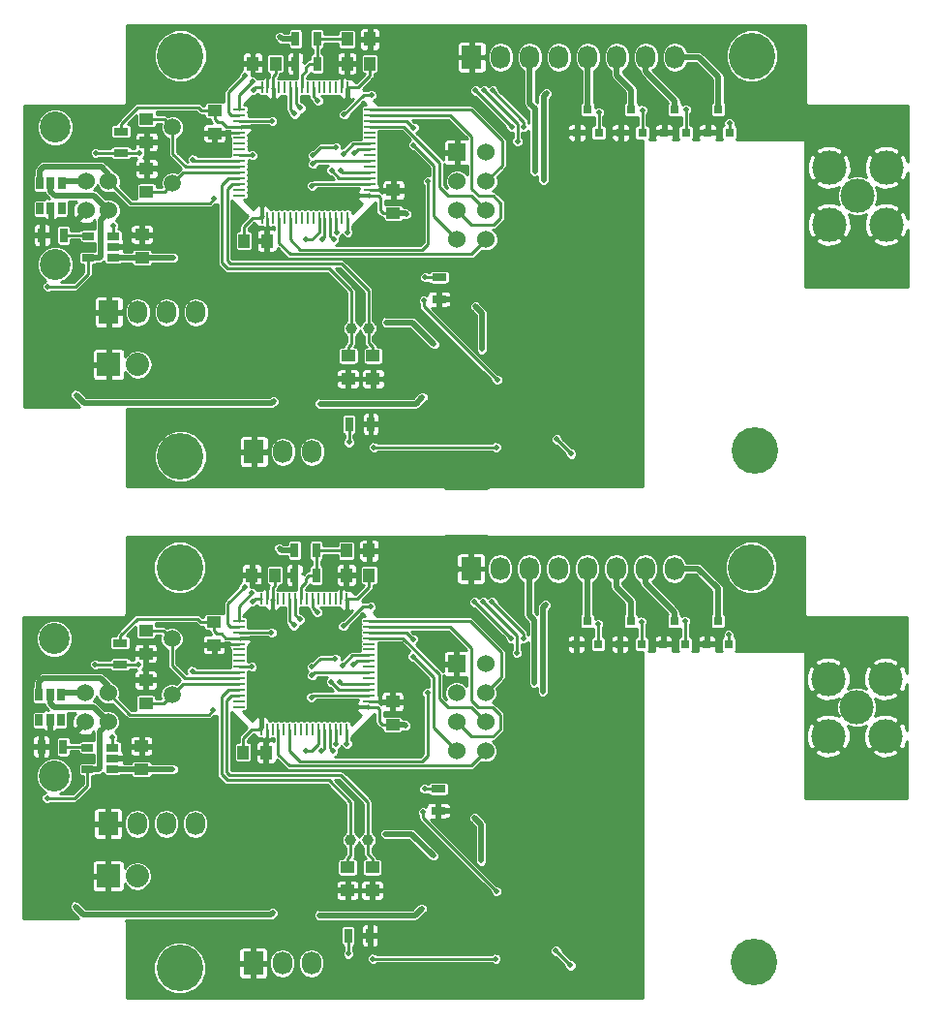
<source format=gbl>
G04 #@! TF.FileFunction,Copper,L2,Bot,Signal*
%FSLAX46Y46*%
G04 Gerber Fmt 4.6, Leading zero omitted, Abs format (unit mm)*
G04 Created by KiCad (PCBNEW 4.0.4-stable) date Mon Oct 10 23:42:20 2016*
%MOMM*%
%LPD*%
G01*
G04 APERTURE LIST*
%ADD10C,0.100000*%
%ADD11R,1.300000X0.700000*%
%ADD12R,0.700000X1.300000*%
%ADD13R,2.032000X2.032000*%
%ADD14O,2.032000X2.032000*%
%ADD15C,4.064000*%
%ADD16C,1.000760*%
%ADD17C,1.501140*%
%ADD18R,1.060000X0.650000*%
%ADD19R,0.650000X1.060000*%
%ADD20R,0.800100X0.800100*%
%ADD21R,1.727200X2.032000*%
%ADD22O,1.727200X2.032000*%
%ADD23C,1.524000*%
%ADD24C,2.700020*%
%ADD25R,1.524000X1.524000*%
%ADD26C,3.000000*%
%ADD27R,1.250000X1.000000*%
%ADD28R,1.000000X1.250000*%
%ADD29R,1.000000X0.250000*%
%ADD30R,0.250000X1.000000*%
%ADD31C,0.500000*%
%ADD32C,0.250000*%
%ADD33C,0.500000*%
%ADD34C,0.254000*%
G04 APERTURE END LIST*
D10*
D11*
X63055500Y-89093000D03*
X63055500Y-90993000D03*
D12*
X55184000Y-101917500D03*
X57084000Y-101917500D03*
D13*
X34163000Y-96710500D03*
D14*
X36703000Y-96710500D03*
D15*
X90678000Y-104203500D03*
X40433000Y-104738500D03*
X90433000Y-69738500D03*
X40433000Y-69738500D03*
D16*
X56883300Y-93535500D03*
X55384700Y-93535500D03*
D17*
X39751000Y-75981560D03*
X39751000Y-80863440D03*
D18*
X34564500Y-85473500D03*
X34564500Y-86423500D03*
X34564500Y-87373500D03*
X32364500Y-87373500D03*
X32364500Y-85473500D03*
D19*
X30033000Y-83078500D03*
X29083000Y-83078500D03*
X28133000Y-83078500D03*
X28133000Y-80878500D03*
X30033000Y-80878500D03*
X29083000Y-80878500D03*
D12*
X30223500Y-85407500D03*
X28323500Y-85407500D03*
D11*
X35242500Y-78229500D03*
X35242500Y-76329500D03*
D12*
X50485000Y-68262500D03*
X52385000Y-68262500D03*
X52385000Y-70421500D03*
X50485000Y-70421500D03*
D20*
X88453000Y-76438760D03*
X86553000Y-76438760D03*
X87503000Y-74439780D03*
X84643000Y-76438760D03*
X82743000Y-76438760D03*
X83693000Y-74439780D03*
X80833000Y-76438760D03*
X78933000Y-76438760D03*
X79883000Y-74439780D03*
X77023000Y-76438760D03*
X75123000Y-76438760D03*
X76073000Y-74439780D03*
D21*
X65913000Y-69850000D03*
D22*
X68453000Y-69850000D03*
X70993000Y-69850000D03*
X73533000Y-69850000D03*
X76073000Y-69850000D03*
X78613000Y-69850000D03*
X81153000Y-69850000D03*
X83693000Y-69850000D03*
D23*
X34163000Y-80708500D03*
X34163000Y-83248500D03*
X32164020Y-83248500D03*
X32164020Y-80708500D03*
D24*
X29464000Y-75979020D03*
X29464000Y-87977980D03*
D25*
X64643000Y-78168500D03*
D23*
X67183000Y-78168500D03*
X64643000Y-80708500D03*
X67183000Y-80708500D03*
X64643000Y-83248500D03*
X67183000Y-83248500D03*
X64643000Y-85788500D03*
X67183000Y-85788500D03*
D26*
X97183000Y-84478500D03*
X97183000Y-79478500D03*
X99683000Y-81978500D03*
X102183000Y-79478500D03*
X102183000Y-84478500D03*
D21*
X46863000Y-104330500D03*
D22*
X49403000Y-104330500D03*
X51943000Y-104330500D03*
D21*
X34163000Y-92138500D03*
D22*
X36703000Y-92138500D03*
X39243000Y-92138500D03*
X41783000Y-92138500D03*
D27*
X55118000Y-95964500D03*
X55118000Y-97964500D03*
X37084000Y-87360000D03*
X37084000Y-85360000D03*
D28*
X55007000Y-68262500D03*
X57007000Y-68262500D03*
D27*
X59055000Y-83486500D03*
X59055000Y-81486500D03*
X57277000Y-95964500D03*
X57277000Y-97964500D03*
X37465000Y-75263500D03*
X37465000Y-77263500D03*
X37465000Y-81581500D03*
X37465000Y-79581500D03*
D28*
X45990000Y-85915500D03*
X47990000Y-85915500D03*
X57007000Y-70421500D03*
X55007000Y-70421500D03*
X48752000Y-70421500D03*
X46752000Y-70421500D03*
D27*
X43434000Y-74501500D03*
X43434000Y-76501500D03*
D29*
X45608000Y-81918500D03*
X45608000Y-81418500D03*
X45608000Y-80918500D03*
X45608000Y-80418500D03*
X45608000Y-79918500D03*
X45608000Y-79418500D03*
X45608000Y-78918500D03*
X45608000Y-78418500D03*
X45608000Y-77918500D03*
X45608000Y-77418500D03*
X45608000Y-76918500D03*
X45608000Y-76418500D03*
X45608000Y-75918500D03*
X45608000Y-75418500D03*
X45608000Y-74918500D03*
X45608000Y-74418500D03*
D30*
X47558000Y-72468500D03*
X48058000Y-72468500D03*
X48558000Y-72468500D03*
X49058000Y-72468500D03*
X49558000Y-72468500D03*
X50058000Y-72468500D03*
X50558000Y-72468500D03*
X51058000Y-72468500D03*
X51558000Y-72468500D03*
X52058000Y-72468500D03*
X52558000Y-72468500D03*
X53058000Y-72468500D03*
X53558000Y-72468500D03*
X54058000Y-72468500D03*
X54558000Y-72468500D03*
X55058000Y-72468500D03*
D29*
X57008000Y-74418500D03*
X57008000Y-74918500D03*
X57008000Y-75418500D03*
X57008000Y-75918500D03*
X57008000Y-76418500D03*
X57008000Y-76918500D03*
X57008000Y-77418500D03*
X57008000Y-77918500D03*
X57008000Y-78418500D03*
X57008000Y-78918500D03*
X57008000Y-79418500D03*
X57008000Y-79918500D03*
X57008000Y-80418500D03*
X57008000Y-80918500D03*
X57008000Y-81418500D03*
X57008000Y-81918500D03*
D30*
X55058000Y-83868500D03*
X54558000Y-83868500D03*
X54058000Y-83868500D03*
X53558000Y-83868500D03*
X53058000Y-83868500D03*
X52558000Y-83868500D03*
X52058000Y-83868500D03*
X51558000Y-83868500D03*
X51058000Y-83868500D03*
X50558000Y-83868500D03*
X50058000Y-83868500D03*
X49558000Y-83868500D03*
X49058000Y-83868500D03*
X48558000Y-83868500D03*
X48058000Y-83868500D03*
X47558000Y-83868500D03*
D29*
X45671500Y-37214500D03*
X45671500Y-36714500D03*
X45671500Y-36214500D03*
X45671500Y-35714500D03*
X45671500Y-35214500D03*
X45671500Y-34714500D03*
X45671500Y-34214500D03*
X45671500Y-33714500D03*
X45671500Y-33214500D03*
X45671500Y-32714500D03*
X45671500Y-32214500D03*
X45671500Y-31714500D03*
X45671500Y-31214500D03*
X45671500Y-30714500D03*
X45671500Y-30214500D03*
X45671500Y-29714500D03*
D30*
X47621500Y-27764500D03*
X48121500Y-27764500D03*
X48621500Y-27764500D03*
X49121500Y-27764500D03*
X49621500Y-27764500D03*
X50121500Y-27764500D03*
X50621500Y-27764500D03*
X51121500Y-27764500D03*
X51621500Y-27764500D03*
X52121500Y-27764500D03*
X52621500Y-27764500D03*
X53121500Y-27764500D03*
X53621500Y-27764500D03*
X54121500Y-27764500D03*
X54621500Y-27764500D03*
X55121500Y-27764500D03*
D29*
X57071500Y-29714500D03*
X57071500Y-30214500D03*
X57071500Y-30714500D03*
X57071500Y-31214500D03*
X57071500Y-31714500D03*
X57071500Y-32214500D03*
X57071500Y-32714500D03*
X57071500Y-33214500D03*
X57071500Y-33714500D03*
X57071500Y-34214500D03*
X57071500Y-34714500D03*
X57071500Y-35214500D03*
X57071500Y-35714500D03*
X57071500Y-36214500D03*
X57071500Y-36714500D03*
X57071500Y-37214500D03*
D30*
X55121500Y-39164500D03*
X54621500Y-39164500D03*
X54121500Y-39164500D03*
X53621500Y-39164500D03*
X53121500Y-39164500D03*
X52621500Y-39164500D03*
X52121500Y-39164500D03*
X51621500Y-39164500D03*
X51121500Y-39164500D03*
X50621500Y-39164500D03*
X50121500Y-39164500D03*
X49621500Y-39164500D03*
X49121500Y-39164500D03*
X48621500Y-39164500D03*
X48121500Y-39164500D03*
X47621500Y-39164500D03*
D27*
X43497500Y-29797500D03*
X43497500Y-31797500D03*
D28*
X48815500Y-25717500D03*
X46815500Y-25717500D03*
X57070500Y-25717500D03*
X55070500Y-25717500D03*
X46053500Y-41211500D03*
X48053500Y-41211500D03*
D27*
X37528500Y-36877500D03*
X37528500Y-34877500D03*
X37528500Y-30559500D03*
X37528500Y-32559500D03*
X57340500Y-51260500D03*
X57340500Y-53260500D03*
X59118500Y-38782500D03*
X59118500Y-36782500D03*
D28*
X55070500Y-23558500D03*
X57070500Y-23558500D03*
D27*
X37147500Y-42656000D03*
X37147500Y-40656000D03*
X55181500Y-51260500D03*
X55181500Y-53260500D03*
D21*
X34226500Y-47434500D03*
D22*
X36766500Y-47434500D03*
X39306500Y-47434500D03*
X41846500Y-47434500D03*
D21*
X46926500Y-59626500D03*
D22*
X49466500Y-59626500D03*
X52006500Y-59626500D03*
D25*
X64706500Y-33464500D03*
D23*
X67246500Y-33464500D03*
X64706500Y-36004500D03*
X67246500Y-36004500D03*
X64706500Y-38544500D03*
X67246500Y-38544500D03*
X64706500Y-41084500D03*
X67246500Y-41084500D03*
D26*
X97246500Y-39774500D03*
X97246500Y-34774500D03*
X99746500Y-37274500D03*
X102246500Y-34774500D03*
X102246500Y-39774500D03*
D23*
X34226500Y-36004500D03*
X34226500Y-38544500D03*
X32227520Y-38544500D03*
X32227520Y-36004500D03*
D24*
X29527500Y-31275020D03*
X29527500Y-43273980D03*
D21*
X65976500Y-25146000D03*
D22*
X68516500Y-25146000D03*
X71056500Y-25146000D03*
X73596500Y-25146000D03*
X76136500Y-25146000D03*
X78676500Y-25146000D03*
X81216500Y-25146000D03*
X83756500Y-25146000D03*
D20*
X77086500Y-31734760D03*
X75186500Y-31734760D03*
X76136500Y-29735780D03*
X80896500Y-31734760D03*
X78996500Y-31734760D03*
X79946500Y-29735780D03*
X84706500Y-31734760D03*
X82806500Y-31734760D03*
X83756500Y-29735780D03*
X88516500Y-31734760D03*
X86616500Y-31734760D03*
X87566500Y-29735780D03*
D12*
X52448500Y-25717500D03*
X50548500Y-25717500D03*
X50548500Y-23558500D03*
X52448500Y-23558500D03*
D11*
X35306000Y-33525500D03*
X35306000Y-31625500D03*
D12*
X30287000Y-40703500D03*
X28387000Y-40703500D03*
D19*
X30096500Y-38374500D03*
X29146500Y-38374500D03*
X28196500Y-38374500D03*
X28196500Y-36174500D03*
X30096500Y-36174500D03*
X29146500Y-36174500D03*
D18*
X34628000Y-40769500D03*
X34628000Y-41719500D03*
X34628000Y-42669500D03*
X32428000Y-42669500D03*
X32428000Y-40769500D03*
D17*
X39814500Y-31277560D03*
X39814500Y-36159440D03*
D16*
X56946800Y-48831500D03*
X55448200Y-48831500D03*
D15*
X40496500Y-25034500D03*
X90496500Y-25034500D03*
X40496500Y-60034500D03*
X90741500Y-59499500D03*
D13*
X34226500Y-52006500D03*
D14*
X36766500Y-52006500D03*
D12*
X55247500Y-57213500D03*
X57147500Y-57213500D03*
D11*
X63119000Y-44389000D03*
X63119000Y-46289000D03*
D31*
X43053000Y-78041500D03*
X53594000Y-70421500D03*
X60325000Y-81470500D03*
X32258000Y-74930000D03*
X31940500Y-78232000D03*
X27559000Y-78105000D03*
X33591500Y-99377500D03*
X27432000Y-96393000D03*
X29273500Y-85280500D03*
X46482000Y-98361500D03*
X34163000Y-93916500D03*
X56070500Y-92519500D03*
X54546500Y-88646000D03*
X53149500Y-97980500D03*
X38608000Y-86423500D03*
X35814000Y-86423500D03*
X48704500Y-68897500D03*
X51435000Y-69278500D03*
X54546500Y-85725000D03*
X99631500Y-76898500D03*
X93980000Y-74930000D03*
X102679500Y-75120500D03*
X90106500Y-76327000D03*
X93853000Y-71247000D03*
X66167000Y-89027000D03*
X70929500Y-91122500D03*
X74612500Y-86233000D03*
X76009500Y-91440000D03*
X78549500Y-96710500D03*
X78041500Y-102997000D03*
X72199500Y-98044000D03*
X61023500Y-69913500D03*
X37084000Y-68262500D03*
X45339000Y-70421500D03*
X37084000Y-72263000D03*
X43370500Y-68072000D03*
X43434000Y-90233500D03*
X43180000Y-83629500D03*
X40322500Y-85661500D03*
X34480500Y-89344500D03*
X76835000Y-78930500D03*
X78041500Y-72644000D03*
X81407000Y-72644000D03*
X84963000Y-72644000D03*
X81851500Y-74485500D03*
X78232000Y-74612500D03*
X64643000Y-101727000D03*
X64706500Y-57023000D03*
X78295500Y-29908500D03*
X81915000Y-29781500D03*
X85026500Y-27940000D03*
X81470500Y-27940000D03*
X78105000Y-27940000D03*
X76898500Y-34226500D03*
X34544000Y-44640500D03*
X40386000Y-40957500D03*
X43243500Y-38925500D03*
X43497500Y-45529500D03*
X43434000Y-23368000D03*
X37147500Y-27559000D03*
X45402500Y-25717500D03*
X37147500Y-23558500D03*
X61087000Y-25209500D03*
X72263000Y-53340000D03*
X78105000Y-58293000D03*
X78613000Y-52006500D03*
X76073000Y-46736000D03*
X74676000Y-41529000D03*
X70993000Y-46418500D03*
X66230500Y-44323000D03*
X93916500Y-26543000D03*
X90170000Y-31623000D03*
X102743000Y-30416500D03*
X94043500Y-30226000D03*
X99695000Y-32194500D03*
X54610000Y-41021000D03*
X51498500Y-24574500D03*
X48768000Y-24193500D03*
X35877500Y-41719500D03*
X38671500Y-41719500D03*
X53213000Y-53276500D03*
X54610000Y-43942000D03*
X56134000Y-47815500D03*
X34226500Y-49212500D03*
X46545500Y-53657500D03*
X29337000Y-40576500D03*
X27495500Y-51689000D03*
X33655000Y-54673500D03*
X27622500Y-33401000D03*
X32004000Y-33528000D03*
X32321500Y-30226000D03*
X60388500Y-36766500D03*
X53657500Y-25717500D03*
X43116500Y-33337500D03*
X62611000Y-94932500D03*
X58420000Y-93027500D03*
X60198000Y-83566000D03*
X71437500Y-79819500D03*
X71501000Y-35115500D03*
X60261500Y-38862000D03*
X58483500Y-48323500D03*
X62674500Y-50228500D03*
X31305500Y-99377500D03*
X48577500Y-99949000D03*
X49149000Y-68072000D03*
X72453500Y-73025000D03*
X72199500Y-80581500D03*
X66230500Y-91630500D03*
X66802000Y-95377000D03*
X61595000Y-99568000D03*
X52641500Y-100139500D03*
X52705000Y-55435500D03*
X61658500Y-54864000D03*
X66865500Y-50673000D03*
X66294000Y-46926500D03*
X72263000Y-35877500D03*
X72517000Y-28321000D03*
X49212500Y-23368000D03*
X48641000Y-55245000D03*
X31369000Y-54673500D03*
X39814500Y-87376000D03*
X39878000Y-42672000D03*
X28829000Y-89916000D03*
X28892500Y-45212000D03*
X54102000Y-85153500D03*
X54165500Y-40449500D03*
X53848000Y-85788500D03*
X53911500Y-41084500D03*
X51435000Y-85788500D03*
X51498500Y-41084500D03*
X52832000Y-85788500D03*
X52895500Y-41084500D03*
X54673500Y-78295500D03*
X54737000Y-33591500D03*
X55626000Y-78232000D03*
X55689500Y-33528000D03*
X41529000Y-78803500D03*
X41592500Y-34099500D03*
X51943000Y-81089500D03*
X52006500Y-36385500D03*
X55054500Y-85153500D03*
X55118000Y-40449500D03*
X62103000Y-80708500D03*
X62166500Y-36004500D03*
X60833000Y-76009500D03*
X60833000Y-77533500D03*
X60896500Y-32829500D03*
X60896500Y-31305500D03*
X54419500Y-79756000D03*
X43370500Y-82232500D03*
X43434000Y-37528500D03*
X54483000Y-35052000D03*
X33020000Y-78232000D03*
X53657500Y-79756000D03*
X36830000Y-78232000D03*
X36893500Y-33528000D03*
X53721000Y-35052000D03*
X33083500Y-33528000D03*
X48450500Y-75438000D03*
X54737000Y-74866500D03*
X57150000Y-73152000D03*
X57213500Y-28448000D03*
X54800500Y-30162500D03*
X48514000Y-30734000D03*
X50419000Y-74803000D03*
X77025500Y-74676000D03*
X77089000Y-29972000D03*
X50482500Y-30099000D03*
X50927000Y-74295000D03*
X80835500Y-74485500D03*
X80899000Y-29781500D03*
X50990500Y-29591000D03*
X84645500Y-74422000D03*
X52451000Y-73660000D03*
X52514500Y-28956000D03*
X84709000Y-29718000D03*
X46736000Y-78422500D03*
X52006500Y-78422500D03*
X54038500Y-77724000D03*
X88455500Y-75628500D03*
X88519000Y-30924500D03*
X54102000Y-33020000D03*
X52070000Y-33718500D03*
X46799500Y-33718500D03*
X34544000Y-84582000D03*
X34607500Y-39878000D03*
X52006500Y-79184500D03*
X52070000Y-34480500D03*
X68072000Y-103949500D03*
X57340500Y-103949500D03*
X57404000Y-59245500D03*
X68135500Y-59245500D03*
X55181500Y-103505000D03*
X55245000Y-58801000D03*
X74612500Y-104521000D03*
X73342500Y-103251000D03*
X68135500Y-98044000D03*
X61722000Y-91122500D03*
X61785500Y-46418500D03*
X68199000Y-53340000D03*
X73406000Y-58547000D03*
X74676000Y-59817000D03*
X61849000Y-89090500D03*
X61912500Y-44386500D03*
X46101000Y-71437500D03*
X67754500Y-72771000D03*
X70485000Y-75946000D03*
X70548500Y-31242000D03*
X67818000Y-28067000D03*
X46164500Y-26733500D03*
X46736000Y-72009000D03*
X66992500Y-72771000D03*
X69913500Y-77216000D03*
X69977000Y-32512000D03*
X67056000Y-28067000D03*
X46799500Y-27305000D03*
X46799500Y-72707500D03*
X66230500Y-72771000D03*
X69405500Y-75946000D03*
X69469000Y-31242000D03*
X66294000Y-28067000D03*
X46863000Y-28003500D03*
D32*
X48058000Y-85847500D02*
X47990000Y-85915500D01*
X48058000Y-83868500D02*
X48058000Y-85847500D01*
X43517000Y-76418500D02*
X43434000Y-76501500D01*
X45608000Y-76418500D02*
X43517000Y-76418500D01*
X55118000Y-97964500D02*
X57277000Y-97964500D01*
X37465000Y-77263500D02*
X37465000Y-79581500D01*
X58987000Y-81418500D02*
X59055000Y-81486500D01*
X57008000Y-81418500D02*
X58987000Y-81418500D01*
X46752000Y-71199500D02*
X46752000Y-70421500D01*
X46863000Y-71310500D02*
X46752000Y-71199500D01*
X47752000Y-71310500D02*
X46863000Y-71310500D01*
X48058000Y-71616500D02*
X47752000Y-71310500D01*
X48058000Y-72468500D02*
X48058000Y-71616500D01*
X55007000Y-71294500D02*
X55007000Y-70421500D01*
X54864000Y-71437500D02*
X55007000Y-71294500D01*
X54737000Y-71437500D02*
X54864000Y-71437500D01*
X54558000Y-71616500D02*
X54737000Y-71437500D01*
X54558000Y-72468500D02*
X54558000Y-71616500D01*
X43434000Y-77660500D02*
X43053000Y-78041500D01*
X43434000Y-76501500D02*
X43434000Y-77660500D01*
X55007000Y-70421500D02*
X53594000Y-70421500D01*
X60309000Y-81486500D02*
X60325000Y-81470500D01*
X59055000Y-81486500D02*
X60309000Y-81486500D01*
X34591500Y-77263500D02*
X32258000Y-74930000D01*
X34607500Y-77263500D02*
X34591500Y-77263500D01*
X37465000Y-77263500D02*
X34607500Y-77263500D01*
X32909000Y-77263500D02*
X31940500Y-78232000D01*
X34607500Y-77263500D02*
X32909000Y-77263500D01*
X31575500Y-77263500D02*
X30734000Y-78105000D01*
X30734000Y-78105000D02*
X27559000Y-78105000D01*
X32909000Y-77263500D02*
X31575500Y-77263500D01*
X34163000Y-98806000D02*
X33591500Y-99377500D01*
X34163000Y-98742500D02*
X34163000Y-98806000D01*
X34163000Y-96710500D02*
X34163000Y-98742500D01*
X29781500Y-98742500D02*
X27432000Y-96393000D01*
X34163000Y-98742500D02*
X29781500Y-98742500D01*
X28450500Y-85280500D02*
X28323500Y-85407500D01*
X29083000Y-85090000D02*
X29273500Y-85280500D01*
X29083000Y-85090000D02*
X29083000Y-84074000D01*
X28450500Y-85280500D02*
X29273500Y-85280500D01*
X29083000Y-84074000D02*
X29083000Y-83078500D01*
X28323500Y-85407500D02*
X28323500Y-84452500D01*
X28323500Y-84452500D02*
X28702000Y-84074000D01*
X28702000Y-84074000D02*
X29083000Y-84074000D01*
X34163000Y-92138500D02*
X34163000Y-93916500D01*
D33*
X53165500Y-97964500D02*
X53149500Y-97980500D01*
X55118000Y-97964500D02*
X53165500Y-97964500D01*
D32*
X37084000Y-85360000D02*
X38608000Y-85360000D01*
X38608000Y-85360000D02*
X38608000Y-86423500D01*
X34564500Y-86423500D02*
X35814000Y-86423500D01*
X50485000Y-70421500D02*
X50485000Y-69535000D01*
X50485000Y-69535000D02*
X50228500Y-69278500D01*
X50228500Y-69278500D02*
X49085500Y-69278500D01*
X49085500Y-69278500D02*
X48704500Y-68897500D01*
X50485000Y-69535000D02*
X50485000Y-69530000D01*
X50485000Y-69530000D02*
X50736500Y-69278500D01*
X50736500Y-69278500D02*
X51435000Y-69278500D01*
X100171250Y-77438250D02*
X99631500Y-76898500D01*
X102183000Y-79450000D02*
X100171250Y-77438250D01*
X102183000Y-79478500D02*
X102183000Y-79450000D01*
X94742000Y-75628500D02*
X94043500Y-74930000D01*
X96551750Y-77438250D02*
X94742000Y-75628500D01*
X94043500Y-74930000D02*
X93980000Y-74930000D01*
X100076000Y-77438250D02*
X96551750Y-77438250D01*
X100171250Y-77438250D02*
X100076000Y-77438250D01*
X100361750Y-77438250D02*
X102679500Y-75120500D01*
X100076000Y-77438250D02*
X100361750Y-77438250D01*
X90805000Y-75628500D02*
X90106500Y-76327000D01*
X91376500Y-75628500D02*
X90805000Y-75628500D01*
X94742000Y-75628500D02*
X91376500Y-75628500D01*
X91376500Y-73723500D02*
X93853000Y-71247000D01*
X91376500Y-75628500D02*
X91376500Y-73723500D01*
X65595500Y-89598500D02*
X66167000Y-89027000D01*
X64201000Y-90993000D02*
X65595500Y-89598500D01*
X63055500Y-90993000D02*
X64201000Y-90993000D01*
X69405500Y-89598500D02*
X70929500Y-91122500D01*
X65595500Y-89598500D02*
X69405500Y-89598500D01*
X73310750Y-87534750D02*
X74612500Y-86233000D01*
X71247000Y-89598500D02*
X73310750Y-87534750D01*
X69405500Y-89598500D02*
X71247000Y-89598500D01*
X75184000Y-90614500D02*
X76009500Y-91440000D01*
X73310750Y-88741250D02*
X75184000Y-90614500D01*
X73310750Y-87534750D02*
X73310750Y-88741250D01*
X75184000Y-94996000D02*
X76898500Y-96710500D01*
X76898500Y-96710500D02*
X78549500Y-96710500D01*
X75184000Y-90614500D02*
X75184000Y-94996000D01*
X76898500Y-101854000D02*
X78041500Y-102997000D01*
X76898500Y-96710500D02*
X76898500Y-101854000D01*
X73628250Y-99472750D02*
X72199500Y-98044000D01*
X76009500Y-101854000D02*
X73628250Y-99472750D01*
X76898500Y-101854000D02*
X76009500Y-101854000D01*
X61087000Y-69850000D02*
X61023500Y-69913500D01*
X65913000Y-69850000D02*
X61087000Y-69850000D01*
X45339000Y-70421500D02*
X44132500Y-70421500D01*
X45339000Y-70421500D02*
X46752000Y-70421500D01*
X37528500Y-72707500D02*
X37084000Y-72263000D01*
X41846500Y-72707500D02*
X37528500Y-72707500D01*
X44132500Y-70421500D02*
X41846500Y-72707500D01*
X37084000Y-68262500D02*
X37084000Y-72263000D01*
X44132500Y-68834000D02*
X43370500Y-68072000D01*
X44132500Y-70421500D02*
X44132500Y-68834000D01*
X40322500Y-87122000D02*
X43434000Y-90233500D01*
X38608000Y-85360000D02*
X40021000Y-85360000D01*
X40021000Y-85360000D02*
X40322500Y-85661500D01*
X40322500Y-85661500D02*
X40322500Y-87122000D01*
X41148000Y-85661500D02*
X43180000Y-83629500D01*
X40322500Y-85661500D02*
X41148000Y-85661500D01*
X34163000Y-89662000D02*
X34480500Y-89344500D01*
X34163000Y-92138500D02*
X34163000Y-89662000D01*
X75123000Y-77218500D02*
X76835000Y-78930500D01*
X75123000Y-76438760D02*
X75123000Y-77218500D01*
X78933000Y-73535500D02*
X78041500Y-72644000D01*
X78933000Y-74993500D02*
X78933000Y-73535500D01*
X78933000Y-76438760D02*
X78933000Y-74993500D01*
X82743000Y-73980000D02*
X81407000Y-72644000D01*
X82743000Y-74930000D02*
X82743000Y-73980000D01*
X82743000Y-76438760D02*
X82743000Y-74930000D01*
X86553000Y-74234000D02*
X84963000Y-72644000D01*
X86553000Y-76438760D02*
X86553000Y-74234000D01*
X82296000Y-74930000D02*
X82743000Y-74930000D01*
X81851500Y-74485500D02*
X82296000Y-74930000D01*
X78613000Y-74993500D02*
X78232000Y-74612500D01*
X78933000Y-74993500D02*
X78613000Y-74993500D01*
X73564750Y-99472750D02*
X71310500Y-101727000D01*
X71310500Y-101727000D02*
X64643000Y-101727000D01*
X73628250Y-99472750D02*
X73564750Y-99472750D01*
X73691750Y-54768750D02*
X73628250Y-54768750D01*
X71374000Y-57023000D02*
X64706500Y-57023000D01*
X73628250Y-54768750D02*
X71374000Y-57023000D01*
X78996500Y-30289500D02*
X78676500Y-30289500D01*
X78676500Y-30289500D02*
X78295500Y-29908500D01*
X81915000Y-29781500D02*
X82359500Y-30226000D01*
X82359500Y-30226000D02*
X82806500Y-30226000D01*
X86616500Y-31734760D02*
X86616500Y-29530000D01*
X86616500Y-29530000D02*
X85026500Y-27940000D01*
X82806500Y-31734760D02*
X82806500Y-30226000D01*
X82806500Y-30226000D02*
X82806500Y-29276000D01*
X82806500Y-29276000D02*
X81470500Y-27940000D01*
X78996500Y-31734760D02*
X78996500Y-30289500D01*
X78996500Y-30289500D02*
X78996500Y-28831500D01*
X78996500Y-28831500D02*
X78105000Y-27940000D01*
X75186500Y-31734760D02*
X75186500Y-32514500D01*
X75186500Y-32514500D02*
X76898500Y-34226500D01*
X34226500Y-47434500D02*
X34226500Y-44958000D01*
X34226500Y-44958000D02*
X34544000Y-44640500D01*
X40386000Y-40957500D02*
X41211500Y-40957500D01*
X41211500Y-40957500D02*
X43243500Y-38925500D01*
X40386000Y-40957500D02*
X40386000Y-42418000D01*
X40084500Y-40656000D02*
X40386000Y-40957500D01*
X38671500Y-40656000D02*
X40084500Y-40656000D01*
X40386000Y-42418000D02*
X43497500Y-45529500D01*
X44196000Y-25717500D02*
X44196000Y-24130000D01*
X44196000Y-24130000D02*
X43434000Y-23368000D01*
X37147500Y-23558500D02*
X37147500Y-27559000D01*
X44196000Y-25717500D02*
X41910000Y-28003500D01*
X41910000Y-28003500D02*
X37592000Y-28003500D01*
X37592000Y-28003500D02*
X37147500Y-27559000D01*
X45402500Y-25717500D02*
X46815500Y-25717500D01*
X45402500Y-25717500D02*
X44196000Y-25717500D01*
X65976500Y-25146000D02*
X61150500Y-25146000D01*
X61150500Y-25146000D02*
X61087000Y-25209500D01*
X76962000Y-57150000D02*
X76073000Y-57150000D01*
X76073000Y-57150000D02*
X73691750Y-54768750D01*
X73691750Y-54768750D02*
X72263000Y-53340000D01*
X76962000Y-52006500D02*
X76962000Y-57150000D01*
X76962000Y-57150000D02*
X78105000Y-58293000D01*
X75247500Y-45910500D02*
X75247500Y-50292000D01*
X76962000Y-52006500D02*
X78613000Y-52006500D01*
X75247500Y-50292000D02*
X76962000Y-52006500D01*
X73374250Y-42830750D02*
X73374250Y-44037250D01*
X73374250Y-44037250D02*
X75247500Y-45910500D01*
X75247500Y-45910500D02*
X76073000Y-46736000D01*
X69469000Y-44894500D02*
X71310500Y-44894500D01*
X71310500Y-44894500D02*
X73374250Y-42830750D01*
X73374250Y-42830750D02*
X74676000Y-41529000D01*
X65659000Y-44894500D02*
X69469000Y-44894500D01*
X69469000Y-44894500D02*
X70993000Y-46418500D01*
X63119000Y-46289000D02*
X64264500Y-46289000D01*
X64264500Y-46289000D02*
X65659000Y-44894500D01*
X65659000Y-44894500D02*
X66230500Y-44323000D01*
X91440000Y-30924500D02*
X91440000Y-29019500D01*
X91440000Y-29019500D02*
X93916500Y-26543000D01*
X94805500Y-30924500D02*
X91440000Y-30924500D01*
X91440000Y-30924500D02*
X90868500Y-30924500D01*
X90868500Y-30924500D02*
X90170000Y-31623000D01*
X100139500Y-32734250D02*
X100425250Y-32734250D01*
X100425250Y-32734250D02*
X102743000Y-30416500D01*
X100234750Y-32734250D02*
X100139500Y-32734250D01*
X100139500Y-32734250D02*
X96615250Y-32734250D01*
X94107000Y-30226000D02*
X94043500Y-30226000D01*
X96615250Y-32734250D02*
X94805500Y-30924500D01*
X94805500Y-30924500D02*
X94107000Y-30226000D01*
X102246500Y-34774500D02*
X102246500Y-34746000D01*
X102246500Y-34746000D02*
X100234750Y-32734250D01*
X100234750Y-32734250D02*
X99695000Y-32194500D01*
X50800000Y-24574500D02*
X51498500Y-24574500D01*
X50548500Y-24826000D02*
X50800000Y-24574500D01*
X50548500Y-24831000D02*
X50548500Y-24826000D01*
X49149000Y-24574500D02*
X48768000Y-24193500D01*
X50292000Y-24574500D02*
X49149000Y-24574500D01*
X50548500Y-24831000D02*
X50292000Y-24574500D01*
X50548500Y-25717500D02*
X50548500Y-24831000D01*
X34628000Y-41719500D02*
X35877500Y-41719500D01*
X38671500Y-40656000D02*
X38671500Y-41719500D01*
X37147500Y-40656000D02*
X38671500Y-40656000D01*
D33*
X55181500Y-53260500D02*
X53229000Y-53260500D01*
X53229000Y-53260500D02*
X53213000Y-53276500D01*
D32*
X34226500Y-47434500D02*
X34226500Y-49212500D01*
X28765500Y-39370000D02*
X29146500Y-39370000D01*
X28387000Y-39748500D02*
X28765500Y-39370000D01*
X28387000Y-40703500D02*
X28387000Y-39748500D01*
X29146500Y-39370000D02*
X29146500Y-38374500D01*
X28514000Y-40576500D02*
X29337000Y-40576500D01*
X29146500Y-40386000D02*
X29146500Y-39370000D01*
X29146500Y-40386000D02*
X29337000Y-40576500D01*
X28514000Y-40576500D02*
X28387000Y-40703500D01*
X34226500Y-54038500D02*
X29845000Y-54038500D01*
X29845000Y-54038500D02*
X27495500Y-51689000D01*
X34226500Y-52006500D02*
X34226500Y-54038500D01*
X34226500Y-54038500D02*
X34226500Y-54102000D01*
X34226500Y-54102000D02*
X33655000Y-54673500D01*
X32972500Y-32559500D02*
X31639000Y-32559500D01*
X30797500Y-33401000D02*
X27622500Y-33401000D01*
X31639000Y-32559500D02*
X30797500Y-33401000D01*
X34671000Y-32559500D02*
X32972500Y-32559500D01*
X32972500Y-32559500D02*
X32004000Y-33528000D01*
X37528500Y-32559500D02*
X34671000Y-32559500D01*
X34671000Y-32559500D02*
X34655000Y-32559500D01*
X34655000Y-32559500D02*
X32321500Y-30226000D01*
X59118500Y-36782500D02*
X60372500Y-36782500D01*
X60372500Y-36782500D02*
X60388500Y-36766500D01*
X55070500Y-25717500D02*
X53657500Y-25717500D01*
X43497500Y-31797500D02*
X43497500Y-32956500D01*
X43497500Y-32956500D02*
X43116500Y-33337500D01*
X54621500Y-27764500D02*
X54621500Y-26912500D01*
X54621500Y-26912500D02*
X54800500Y-26733500D01*
X54800500Y-26733500D02*
X54927500Y-26733500D01*
X54927500Y-26733500D02*
X55070500Y-26590500D01*
X55070500Y-26590500D02*
X55070500Y-25717500D01*
X48121500Y-27764500D02*
X48121500Y-26912500D01*
X48121500Y-26912500D02*
X47815500Y-26606500D01*
X47815500Y-26606500D02*
X46926500Y-26606500D01*
X46926500Y-26606500D02*
X46815500Y-26495500D01*
X46815500Y-26495500D02*
X46815500Y-25717500D01*
X57071500Y-36714500D02*
X59050500Y-36714500D01*
X59050500Y-36714500D02*
X59118500Y-36782500D01*
X37528500Y-32559500D02*
X37528500Y-34877500D01*
X55181500Y-53260500D02*
X57340500Y-53260500D01*
X45671500Y-31714500D02*
X43580500Y-31714500D01*
X43580500Y-31714500D02*
X43497500Y-31797500D01*
X48121500Y-39164500D02*
X48121500Y-41143500D01*
X48121500Y-41143500D02*
X48053500Y-41211500D01*
X46751000Y-83868500D02*
X45990000Y-84629500D01*
X45990000Y-84629500D02*
X45990000Y-85915500D01*
X47558000Y-83868500D02*
X46751000Y-83868500D01*
X44486000Y-75918500D02*
X44069000Y-75501500D01*
X44069000Y-75501500D02*
X43688000Y-75501500D01*
X43688000Y-75501500D02*
X43434000Y-75247500D01*
X43434000Y-75247500D02*
X43434000Y-74501500D01*
X45608000Y-75918500D02*
X44486000Y-75918500D01*
X57725000Y-81918500D02*
X57912000Y-82105500D01*
X57912000Y-82105500D02*
X57912000Y-83248500D01*
X57912000Y-83248500D02*
X58150000Y-83486500D01*
X58150000Y-83486500D02*
X59055000Y-83486500D01*
X57008000Y-81918500D02*
X57725000Y-81918500D01*
X48558000Y-71520500D02*
X48752000Y-71326500D01*
X48752000Y-71326500D02*
X48752000Y-70421500D01*
X48558000Y-72468500D02*
X48558000Y-71520500D01*
X57007000Y-71453500D02*
X57007000Y-70421500D01*
X55992000Y-72468500D02*
X57007000Y-71453500D01*
X55058000Y-72468500D02*
X55992000Y-72468500D01*
X46700000Y-75918500D02*
X46736000Y-75882500D01*
X45608000Y-75918500D02*
X46700000Y-75918500D01*
X48558000Y-73425500D02*
X48514000Y-73469500D01*
X48558000Y-72468500D02*
X48558000Y-73425500D01*
X55058000Y-73409500D02*
X55118000Y-73469500D01*
X55058000Y-72468500D02*
X55058000Y-73409500D01*
X47558000Y-82680500D02*
X47625000Y-82613500D01*
X47558000Y-83868500D02*
X47558000Y-82680500D01*
X35242500Y-75692000D02*
X36703000Y-74231500D01*
X36703000Y-74231500D02*
X41973500Y-74231500D01*
X41973500Y-74231500D02*
X42243500Y-74501500D01*
X42243500Y-74501500D02*
X43434000Y-74501500D01*
X35242500Y-76329500D02*
X35242500Y-75692000D01*
D33*
X62611000Y-94932500D02*
X60706000Y-93027500D01*
X60706000Y-93027500D02*
X58420000Y-93027500D01*
X60198000Y-83566000D02*
X60118500Y-83486500D01*
X60118500Y-83486500D02*
X59055000Y-83486500D01*
X71437500Y-79819500D02*
X71437500Y-74358500D01*
X71437500Y-74358500D02*
X70993000Y-73914000D01*
X70993000Y-73914000D02*
X70993000Y-69850000D01*
D32*
X56010500Y-81918500D02*
X56007000Y-81915000D01*
X57008000Y-81918500D02*
X56010500Y-81918500D01*
X57071500Y-37214500D02*
X56074000Y-37214500D01*
X56074000Y-37214500D02*
X56070500Y-37211000D01*
D33*
X71056500Y-29210000D02*
X71056500Y-25146000D01*
X71501000Y-29654500D02*
X71056500Y-29210000D01*
X71501000Y-35115500D02*
X71501000Y-29654500D01*
X60182000Y-38782500D02*
X59118500Y-38782500D01*
X60261500Y-38862000D02*
X60182000Y-38782500D01*
X60769500Y-48323500D02*
X58483500Y-48323500D01*
X62674500Y-50228500D02*
X60769500Y-48323500D01*
D32*
X35306000Y-31625500D02*
X35306000Y-30988000D01*
X42307000Y-29797500D02*
X43497500Y-29797500D01*
X42037000Y-29527500D02*
X42307000Y-29797500D01*
X36766500Y-29527500D02*
X42037000Y-29527500D01*
X35306000Y-30988000D02*
X36766500Y-29527500D01*
X47621500Y-39164500D02*
X47621500Y-37976500D01*
X47621500Y-37976500D02*
X47688500Y-37909500D01*
X55121500Y-27764500D02*
X55121500Y-28705500D01*
X55121500Y-28705500D02*
X55181500Y-28765500D01*
X48621500Y-27764500D02*
X48621500Y-28721500D01*
X48621500Y-28721500D02*
X48577500Y-28765500D01*
X45671500Y-31214500D02*
X46763500Y-31214500D01*
X46763500Y-31214500D02*
X46799500Y-31178500D01*
X55121500Y-27764500D02*
X56055500Y-27764500D01*
X56055500Y-27764500D02*
X57070500Y-26749500D01*
X57070500Y-26749500D02*
X57070500Y-25717500D01*
X48621500Y-27764500D02*
X48621500Y-26816500D01*
X48815500Y-26622500D02*
X48815500Y-25717500D01*
X48621500Y-26816500D02*
X48815500Y-26622500D01*
X57071500Y-37214500D02*
X57788500Y-37214500D01*
X58213500Y-38782500D02*
X59118500Y-38782500D01*
X57975500Y-38544500D02*
X58213500Y-38782500D01*
X57975500Y-37401500D02*
X57975500Y-38544500D01*
X57788500Y-37214500D02*
X57975500Y-37401500D01*
X45671500Y-31214500D02*
X44549500Y-31214500D01*
X43497500Y-30543500D02*
X43497500Y-29797500D01*
X43751500Y-30797500D02*
X43497500Y-30543500D01*
X44132500Y-30797500D02*
X43751500Y-30797500D01*
X44549500Y-31214500D02*
X44132500Y-30797500D01*
X47621500Y-39164500D02*
X46814500Y-39164500D01*
X46053500Y-39925500D02*
X46053500Y-41211500D01*
X46814500Y-39164500D02*
X46053500Y-39925500D01*
X39032940Y-81581500D02*
X39751000Y-80863440D01*
X37465000Y-81581500D02*
X39032940Y-81581500D01*
X40695940Y-79918500D02*
X39751000Y-80863440D01*
X45608000Y-79918500D02*
X40695940Y-79918500D01*
X45671500Y-35214500D02*
X40759440Y-35214500D01*
X40759440Y-35214500D02*
X39814500Y-36159440D01*
X37528500Y-36877500D02*
X39096440Y-36877500D01*
X39096440Y-36877500D02*
X39814500Y-36159440D01*
X39032940Y-75263500D02*
X39751000Y-75981560D01*
X37465000Y-75263500D02*
X39032940Y-75263500D01*
X40874000Y-79418500D02*
X39751000Y-78295500D01*
X39751000Y-78295500D02*
X39751000Y-75981560D01*
X45608000Y-79418500D02*
X40874000Y-79418500D01*
X45671500Y-34714500D02*
X40937500Y-34714500D01*
X39814500Y-33591500D02*
X39814500Y-31277560D01*
X40937500Y-34714500D02*
X39814500Y-33591500D01*
X37528500Y-30559500D02*
X39096440Y-30559500D01*
X39096440Y-30559500D02*
X39814500Y-31277560D01*
X57277000Y-95186500D02*
X56883300Y-94792800D01*
X56883300Y-94792800D02*
X56883300Y-93535500D01*
X57277000Y-95964500D02*
X57277000Y-95186500D01*
X56883300Y-90220800D02*
X54546500Y-87884000D01*
X54546500Y-87884000D02*
X44767500Y-87884000D01*
X44767500Y-87884000D02*
X44513500Y-87630000D01*
X44513500Y-87630000D02*
X44513500Y-81343500D01*
X44513500Y-81343500D02*
X44938500Y-80918500D01*
X44938500Y-80918500D02*
X45608000Y-80918500D01*
X56883300Y-93535500D02*
X56883300Y-90220800D01*
X56946800Y-48831500D02*
X56946800Y-45516800D01*
X45002000Y-36214500D02*
X45671500Y-36214500D01*
X44577000Y-36639500D02*
X45002000Y-36214500D01*
X44577000Y-42926000D02*
X44577000Y-36639500D01*
X44831000Y-43180000D02*
X44577000Y-42926000D01*
X54610000Y-43180000D02*
X44831000Y-43180000D01*
X56946800Y-45516800D02*
X54610000Y-43180000D01*
X57340500Y-51260500D02*
X57340500Y-50482500D01*
X56946800Y-50088800D02*
X56946800Y-48831500D01*
X57340500Y-50482500D02*
X56946800Y-50088800D01*
X51058000Y-71433500D02*
X51435000Y-71056500D01*
X51435000Y-71056500D02*
X51435000Y-70739000D01*
X51435000Y-70739000D02*
X51752500Y-70421500D01*
X51752500Y-70421500D02*
X52385000Y-70421500D01*
X51058000Y-72468500D02*
X51058000Y-71433500D01*
X52385000Y-70421500D02*
X52385000Y-68262500D01*
X52385000Y-68262500D02*
X55007000Y-68262500D01*
X52448500Y-23558500D02*
X55070500Y-23558500D01*
X52448500Y-25717500D02*
X52448500Y-23558500D01*
X51121500Y-27764500D02*
X51121500Y-26729500D01*
X51816000Y-25717500D02*
X52448500Y-25717500D01*
X51498500Y-26035000D02*
X51816000Y-25717500D01*
X51498500Y-26352500D02*
X51498500Y-26035000D01*
X51121500Y-26729500D02*
X51498500Y-26352500D01*
D33*
X31305500Y-99377500D02*
X32004000Y-100076000D01*
X32004000Y-100076000D02*
X48450500Y-100076000D01*
X48450500Y-100076000D02*
X48577500Y-99949000D01*
X49339500Y-68262500D02*
X49149000Y-68072000D01*
X50485000Y-68262500D02*
X49339500Y-68262500D01*
X72453500Y-73025000D02*
X72199500Y-73279000D01*
X72199500Y-73279000D02*
X72199500Y-80581500D01*
X66230500Y-91630500D02*
X66802000Y-92202000D01*
X66802000Y-92202000D02*
X66802000Y-95377000D01*
X61595000Y-99568000D02*
X61023500Y-100139500D01*
X61023500Y-100139500D02*
X52641500Y-100139500D01*
X61087000Y-55435500D02*
X52705000Y-55435500D01*
X61658500Y-54864000D02*
X61087000Y-55435500D01*
X66865500Y-47498000D02*
X66865500Y-50673000D01*
X66294000Y-46926500D02*
X66865500Y-47498000D01*
X72263000Y-28575000D02*
X72263000Y-35877500D01*
X72517000Y-28321000D02*
X72263000Y-28575000D01*
X50548500Y-23558500D02*
X49403000Y-23558500D01*
X49403000Y-23558500D02*
X49212500Y-23368000D01*
X48514000Y-55372000D02*
X48641000Y-55245000D01*
X32067500Y-55372000D02*
X48514000Y-55372000D01*
X31369000Y-54673500D02*
X32067500Y-55372000D01*
X37070500Y-87373500D02*
X37084000Y-87360000D01*
X34564500Y-87373500D02*
X37070500Y-87373500D01*
X39814500Y-87376000D02*
X39798500Y-87360000D01*
X39798500Y-87360000D02*
X37084000Y-87360000D01*
X39862000Y-42656000D02*
X37147500Y-42656000D01*
X39878000Y-42672000D02*
X39862000Y-42656000D01*
X34628000Y-42669500D02*
X37134000Y-42669500D01*
X37134000Y-42669500D02*
X37147500Y-42656000D01*
D32*
X55118000Y-95186500D02*
X55384700Y-94919800D01*
X55384700Y-94919800D02*
X55384700Y-93535500D01*
X55118000Y-95964500D02*
X55118000Y-95186500D01*
X55384700Y-90246200D02*
X53467000Y-88328500D01*
X53467000Y-88328500D02*
X44577000Y-88328500D01*
X44577000Y-88328500D02*
X44069000Y-87820500D01*
X44069000Y-87820500D02*
X44069000Y-81026000D01*
X44069000Y-81026000D02*
X44676500Y-80418500D01*
X44676500Y-80418500D02*
X45608000Y-80418500D01*
X55384700Y-93535500D02*
X55384700Y-90246200D01*
X55448200Y-48831500D02*
X55448200Y-45542200D01*
X44740000Y-35714500D02*
X45671500Y-35714500D01*
X44132500Y-36322000D02*
X44740000Y-35714500D01*
X44132500Y-43116500D02*
X44132500Y-36322000D01*
X44640500Y-43624500D02*
X44132500Y-43116500D01*
X53530500Y-43624500D02*
X44640500Y-43624500D01*
X55448200Y-45542200D02*
X53530500Y-43624500D01*
X55181500Y-51260500D02*
X55181500Y-50482500D01*
X55448200Y-50215800D02*
X55448200Y-48831500D01*
X55181500Y-50482500D02*
X55448200Y-50215800D01*
D33*
X29083000Y-81597500D02*
X29464000Y-81978500D01*
X29464000Y-81978500D02*
X32893000Y-81978500D01*
X32893000Y-81978500D02*
X34163000Y-83248500D01*
X29083000Y-80878500D02*
X29083000Y-81597500D01*
X33464500Y-84074000D02*
X33464500Y-87249000D01*
X33464500Y-87249000D02*
X33340000Y-87373500D01*
X33340000Y-87373500D02*
X32364500Y-87373500D01*
X34163000Y-83375500D02*
X33464500Y-84074000D01*
X34163000Y-83248500D02*
X34163000Y-83375500D01*
D32*
X32364500Y-88793500D02*
X31242000Y-89916000D01*
X31242000Y-89916000D02*
X28829000Y-89916000D01*
X32364500Y-87373500D02*
X32364500Y-88793500D01*
X32428000Y-42669500D02*
X32428000Y-44089500D01*
X31305500Y-45212000D02*
X28892500Y-45212000D01*
X32428000Y-44089500D02*
X31305500Y-45212000D01*
D33*
X34226500Y-38544500D02*
X34226500Y-38671500D01*
X34226500Y-38671500D02*
X33528000Y-39370000D01*
X33403500Y-42669500D02*
X32428000Y-42669500D01*
X33528000Y-42545000D02*
X33403500Y-42669500D01*
X33528000Y-39370000D02*
X33528000Y-42545000D01*
X29146500Y-36174500D02*
X29146500Y-36893500D01*
X32956500Y-37274500D02*
X34226500Y-38544500D01*
X29527500Y-37274500D02*
X32956500Y-37274500D01*
X29146500Y-36893500D02*
X29527500Y-37274500D01*
D32*
X54102000Y-85153500D02*
X54058000Y-85109500D01*
X54058000Y-85109500D02*
X54058000Y-83868500D01*
X54121500Y-40405500D02*
X54121500Y-39164500D01*
X54165500Y-40449500D02*
X54121500Y-40405500D01*
X53558000Y-85498500D02*
X53848000Y-85788500D01*
X53558000Y-83868500D02*
X53558000Y-85498500D01*
X53621500Y-39164500D02*
X53621500Y-40794500D01*
X53621500Y-40794500D02*
X53911500Y-41084500D01*
X52578000Y-83888500D02*
X52558000Y-83868500D01*
X51435000Y-85788500D02*
X51943000Y-85788500D01*
X51943000Y-85788500D02*
X52578000Y-85153500D01*
X52578000Y-85153500D02*
X52578000Y-83888500D01*
X52641500Y-40449500D02*
X52641500Y-39184500D01*
X52006500Y-41084500D02*
X52641500Y-40449500D01*
X51498500Y-41084500D02*
X52006500Y-41084500D01*
X52641500Y-39184500D02*
X52621500Y-39164500D01*
X53058000Y-85562500D02*
X52832000Y-85788500D01*
X53058000Y-83868500D02*
X53058000Y-85562500D01*
X53121500Y-39164500D02*
X53121500Y-40858500D01*
X53121500Y-40858500D02*
X52895500Y-41084500D01*
X55550500Y-77418500D02*
X57008000Y-77418500D01*
X55550500Y-77418500D02*
X54673500Y-78295500D01*
X55614000Y-32714500D02*
X54737000Y-33591500D01*
X55614000Y-32714500D02*
X57071500Y-32714500D01*
X55626000Y-78232000D02*
X55939500Y-77918500D01*
X55939500Y-77918500D02*
X57008000Y-77918500D01*
X56003000Y-33214500D02*
X57071500Y-33214500D01*
X55689500Y-33528000D02*
X56003000Y-33214500D01*
X41644000Y-78918500D02*
X45608000Y-78918500D01*
X41529000Y-78803500D02*
X41644000Y-78918500D01*
X41592500Y-34099500D02*
X41707500Y-34214500D01*
X41707500Y-34214500D02*
X45671500Y-34214500D01*
X52114000Y-80918500D02*
X57008000Y-80918500D01*
X51943000Y-81089500D02*
X52114000Y-80918500D01*
X52006500Y-36385500D02*
X52177500Y-36214500D01*
X52177500Y-36214500D02*
X57071500Y-36214500D01*
X55058000Y-85150000D02*
X55058000Y-83868500D01*
X55054500Y-85153500D02*
X55058000Y-85150000D01*
X55118000Y-40449500D02*
X55121500Y-40446000D01*
X55121500Y-40446000D02*
X55121500Y-39164500D01*
X62103000Y-80708500D02*
X62103000Y-86169500D01*
X62103000Y-86169500D02*
X61595000Y-86677500D01*
X61595000Y-86677500D02*
X50927000Y-86677500D01*
X50927000Y-86677500D02*
X50058000Y-85808500D01*
X50058000Y-85808500D02*
X50058000Y-83868500D01*
X50121500Y-41104500D02*
X50121500Y-39164500D01*
X50990500Y-41973500D02*
X50121500Y-41104500D01*
X61658500Y-41973500D02*
X50990500Y-41973500D01*
X62166500Y-41465500D02*
X61658500Y-41973500D01*
X62166500Y-36004500D02*
X62166500Y-41465500D01*
X65846000Y-74418500D02*
X68580000Y-77152500D01*
X68580000Y-77152500D02*
X68580000Y-79311500D01*
X68580000Y-79311500D02*
X67183000Y-80708500D01*
X57008000Y-74418500D02*
X65846000Y-74418500D01*
X57071500Y-29714500D02*
X65909500Y-29714500D01*
X68643500Y-34607500D02*
X67246500Y-36004500D01*
X68643500Y-32448500D02*
X68643500Y-34607500D01*
X65909500Y-29714500D02*
X68643500Y-32448500D01*
X64060000Y-74918500D02*
X65913000Y-76771500D01*
X65913000Y-76771500D02*
X65913000Y-81343500D01*
X65913000Y-81343500D02*
X66548000Y-81978500D01*
X66548000Y-81978500D02*
X67818000Y-81978500D01*
X67818000Y-81978500D02*
X68453000Y-82613500D01*
X68453000Y-82613500D02*
X68453000Y-83883500D01*
X68453000Y-83883500D02*
X67818000Y-84518500D01*
X67818000Y-84518500D02*
X65913000Y-84518500D01*
X65913000Y-84518500D02*
X64643000Y-83248500D01*
X57008000Y-74918500D02*
X64060000Y-74918500D01*
X57071500Y-30214500D02*
X64123500Y-30214500D01*
X65976500Y-39814500D02*
X64706500Y-38544500D01*
X67881500Y-39814500D02*
X65976500Y-39814500D01*
X68516500Y-39179500D02*
X67881500Y-39814500D01*
X68516500Y-37909500D02*
X68516500Y-39179500D01*
X67881500Y-37274500D02*
X68516500Y-37909500D01*
X66611500Y-37274500D02*
X67881500Y-37274500D01*
X65976500Y-36639500D02*
X66611500Y-37274500D01*
X65976500Y-32067500D02*
X65976500Y-36639500D01*
X64123500Y-30214500D02*
X65976500Y-32067500D01*
X59980000Y-75918500D02*
X63119000Y-79057500D01*
X63119000Y-79057500D02*
X63119000Y-81216500D01*
X63119000Y-81216500D02*
X63881000Y-81978500D01*
X63881000Y-81978500D02*
X65913000Y-81978500D01*
X65913000Y-81978500D02*
X67183000Y-83248500D01*
X57008000Y-75918500D02*
X59980000Y-75918500D01*
X57071500Y-31214500D02*
X60043500Y-31214500D01*
X65976500Y-37274500D02*
X67246500Y-38544500D01*
X63944500Y-37274500D02*
X65976500Y-37274500D01*
X63182500Y-36512500D02*
X63944500Y-37274500D01*
X63182500Y-34353500D02*
X63182500Y-36512500D01*
X60043500Y-31214500D02*
X63182500Y-34353500D01*
X60242000Y-75418500D02*
X60833000Y-76009500D01*
X60833000Y-77533500D02*
X62611000Y-79311500D01*
X62611000Y-79311500D02*
X62611000Y-83756500D01*
X62611000Y-83756500D02*
X64643000Y-85788500D01*
X57008000Y-75418500D02*
X60242000Y-75418500D01*
X57071500Y-30714500D02*
X60305500Y-30714500D01*
X62674500Y-39052500D02*
X64706500Y-41084500D01*
X62674500Y-34607500D02*
X62674500Y-39052500D01*
X60896500Y-32829500D02*
X62674500Y-34607500D01*
X60305500Y-30714500D02*
X60896500Y-31305500D01*
X65913000Y-87058500D02*
X50038000Y-87058500D01*
X50038000Y-87058500D02*
X49058000Y-86078500D01*
X49058000Y-86078500D02*
X49058000Y-83868500D01*
X67183000Y-85788500D02*
X65913000Y-87058500D01*
X67246500Y-41084500D02*
X65976500Y-42354500D01*
X49121500Y-41374500D02*
X49121500Y-39164500D01*
X50101500Y-42354500D02*
X49121500Y-41374500D01*
X65976500Y-42354500D02*
X50101500Y-42354500D01*
D33*
X28133000Y-79753500D02*
X28133000Y-80878500D01*
X28448000Y-79438500D02*
X28133000Y-79753500D01*
X33528000Y-79438500D02*
X28448000Y-79438500D01*
X34163000Y-80073500D02*
X33528000Y-79438500D01*
X34163000Y-80708500D02*
X34163000Y-80073500D01*
D32*
X54582000Y-79918500D02*
X54419500Y-79756000D01*
X43370500Y-82232500D02*
X42989500Y-82613500D01*
X42989500Y-82613500D02*
X36068000Y-82613500D01*
X36068000Y-82613500D02*
X34163000Y-80708500D01*
X57008000Y-79918500D02*
X54582000Y-79918500D01*
X57071500Y-35214500D02*
X54645500Y-35214500D01*
X36131500Y-37909500D02*
X34226500Y-36004500D01*
X43053000Y-37909500D02*
X36131500Y-37909500D01*
X43434000Y-37528500D02*
X43053000Y-37909500D01*
X54645500Y-35214500D02*
X54483000Y-35052000D01*
D33*
X34226500Y-36004500D02*
X34226500Y-35369500D01*
X34226500Y-35369500D02*
X33591500Y-34734500D01*
X33591500Y-34734500D02*
X28511500Y-34734500D01*
X28511500Y-34734500D02*
X28196500Y-35049500D01*
X28196500Y-35049500D02*
X28196500Y-36174500D01*
X30203000Y-80708500D02*
X30033000Y-80878500D01*
X32164020Y-80708500D02*
X30203000Y-80708500D01*
D32*
X33020000Y-78232000D02*
X33022500Y-78229500D01*
X33022500Y-78229500D02*
X35242500Y-78229500D01*
X53657500Y-79756000D02*
X54320000Y-80418500D01*
X54320000Y-80418500D02*
X57008000Y-80418500D01*
X36827500Y-78229500D02*
X36830000Y-78232000D01*
X35242500Y-78229500D02*
X36827500Y-78229500D01*
X35306000Y-33525500D02*
X36891000Y-33525500D01*
X36891000Y-33525500D02*
X36893500Y-33528000D01*
X54383500Y-35714500D02*
X57071500Y-35714500D01*
X53721000Y-35052000D02*
X54383500Y-35714500D01*
X33086000Y-33525500D02*
X35306000Y-33525500D01*
X33083500Y-33528000D02*
X33086000Y-33525500D01*
D33*
X32227520Y-36004500D02*
X30266500Y-36004500D01*
X30266500Y-36004500D02*
X30096500Y-36174500D01*
D32*
X48431000Y-75418500D02*
X48450500Y-75438000D01*
X54737000Y-74866500D02*
X56451500Y-73152000D01*
X56451500Y-73152000D02*
X57150000Y-73152000D01*
X45608000Y-75418500D02*
X48431000Y-75418500D01*
X45671500Y-30714500D02*
X48494500Y-30714500D01*
X56515000Y-28448000D02*
X57213500Y-28448000D01*
X54800500Y-30162500D02*
X56515000Y-28448000D01*
X48494500Y-30714500D02*
X48514000Y-30734000D01*
D33*
X76073000Y-69850000D02*
X76073000Y-74439780D01*
X76136500Y-25146000D02*
X76136500Y-29735780D01*
X78613000Y-71437500D02*
X79883000Y-72707500D01*
X79883000Y-72707500D02*
X79883000Y-74439780D01*
X78613000Y-69850000D02*
X78613000Y-71437500D01*
X78676500Y-25146000D02*
X78676500Y-26733500D01*
X79946500Y-28003500D02*
X79946500Y-29735780D01*
X78676500Y-26733500D02*
X79946500Y-28003500D01*
X81153000Y-71120000D02*
X83693000Y-73660000D01*
X83693000Y-73660000D02*
X83693000Y-74439780D01*
X81153000Y-69850000D02*
X81153000Y-71120000D01*
X81216500Y-25146000D02*
X81216500Y-26416000D01*
X83756500Y-28956000D02*
X83756500Y-29735780D01*
X81216500Y-26416000D02*
X83756500Y-28956000D01*
X85788500Y-69850000D02*
X87503000Y-71564500D01*
X87503000Y-71564500D02*
X87503000Y-74439780D01*
X83693000Y-69850000D02*
X85788500Y-69850000D01*
X83756500Y-25146000D02*
X85852000Y-25146000D01*
X87566500Y-26860500D02*
X87566500Y-29735780D01*
X85852000Y-25146000D02*
X87566500Y-26860500D01*
D32*
X50058000Y-74442000D02*
X50419000Y-74803000D01*
X77025500Y-74676000D02*
X77023000Y-74678500D01*
X77023000Y-74678500D02*
X77023000Y-76438760D01*
X50058000Y-72468500D02*
X50058000Y-74442000D01*
X50121500Y-27764500D02*
X50121500Y-29738000D01*
X77086500Y-29974500D02*
X77086500Y-31734760D01*
X77089000Y-29972000D02*
X77086500Y-29974500D01*
X50121500Y-29738000D02*
X50482500Y-30099000D01*
X50558000Y-73926000D02*
X50927000Y-74295000D01*
X80835500Y-74485500D02*
X80833000Y-74488000D01*
X80833000Y-74488000D02*
X80833000Y-76438760D01*
X50558000Y-72468500D02*
X50558000Y-73926000D01*
X50621500Y-27764500D02*
X50621500Y-29222000D01*
X80896500Y-29784000D02*
X80896500Y-31734760D01*
X80899000Y-29781500D02*
X80896500Y-29784000D01*
X50621500Y-29222000D02*
X50990500Y-29591000D01*
X84645500Y-74422000D02*
X84643000Y-74424500D01*
X84643000Y-74424500D02*
X84643000Y-76438760D01*
X52058000Y-72468500D02*
X52058000Y-73267000D01*
X52058000Y-73267000D02*
X52451000Y-73660000D01*
X52121500Y-28563000D02*
X52514500Y-28956000D01*
X52121500Y-27764500D02*
X52121500Y-28563000D01*
X84706500Y-29720500D02*
X84706500Y-31734760D01*
X84709000Y-29718000D02*
X84706500Y-29720500D01*
X46732000Y-78418500D02*
X46736000Y-78422500D01*
X52006500Y-78422500D02*
X52705000Y-77724000D01*
X52705000Y-77724000D02*
X54038500Y-77724000D01*
X88455500Y-75628500D02*
X88453000Y-75631000D01*
X88453000Y-75631000D02*
X88453000Y-76438760D01*
X45608000Y-78418500D02*
X46732000Y-78418500D01*
X45671500Y-33714500D02*
X46795500Y-33714500D01*
X88516500Y-30927000D02*
X88516500Y-31734760D01*
X88519000Y-30924500D02*
X88516500Y-30927000D01*
X52768500Y-33020000D02*
X54102000Y-33020000D01*
X52070000Y-33718500D02*
X52768500Y-33020000D01*
X46795500Y-33714500D02*
X46799500Y-33718500D01*
X34564500Y-84602500D02*
X34544000Y-84582000D01*
X34564500Y-85473500D02*
X34564500Y-84602500D01*
X34628000Y-40769500D02*
X34628000Y-39898500D01*
X34628000Y-39898500D02*
X34607500Y-39878000D01*
X32298500Y-85407500D02*
X32364500Y-85473500D01*
X30223500Y-85407500D02*
X32298500Y-85407500D01*
X30287000Y-40703500D02*
X32362000Y-40703500D01*
X32362000Y-40703500D02*
X32428000Y-40769500D01*
X52006500Y-79184500D02*
X52272500Y-78918500D01*
X52272500Y-78918500D02*
X57008000Y-78918500D01*
X52336000Y-34214500D02*
X57071500Y-34214500D01*
X52070000Y-34480500D02*
X52336000Y-34214500D01*
X68072000Y-103949500D02*
X57340500Y-103949500D01*
X68135500Y-59245500D02*
X57404000Y-59245500D01*
X55181500Y-103505000D02*
X55184000Y-103502500D01*
X55184000Y-103502500D02*
X55184000Y-101917500D01*
X55247500Y-58798500D02*
X55247500Y-57213500D01*
X55245000Y-58801000D02*
X55247500Y-58798500D01*
X74612500Y-104521000D02*
X73342500Y-103251000D01*
X68135500Y-98044000D02*
X61722000Y-91630500D01*
X61722000Y-91630500D02*
X61722000Y-91122500D01*
X61785500Y-46926500D02*
X61785500Y-46418500D01*
X68199000Y-53340000D02*
X61785500Y-46926500D01*
X74676000Y-59817000D02*
X73406000Y-58547000D01*
X61849000Y-89090500D02*
X61851500Y-89093000D01*
X61851500Y-89093000D02*
X63055500Y-89093000D01*
X61915000Y-44389000D02*
X63119000Y-44389000D01*
X61912500Y-44386500D02*
X61915000Y-44389000D01*
X44883000Y-74918500D02*
X44640500Y-74676000D01*
X44640500Y-74676000D02*
X44640500Y-72898000D01*
X44640500Y-72898000D02*
X46101000Y-71437500D01*
X67754500Y-72771000D02*
X70485000Y-75501500D01*
X70485000Y-75501500D02*
X70485000Y-75946000D01*
X45608000Y-74918500D02*
X44883000Y-74918500D01*
X45671500Y-30214500D02*
X44946500Y-30214500D01*
X70548500Y-30797500D02*
X70548500Y-31242000D01*
X67818000Y-28067000D02*
X70548500Y-30797500D01*
X44704000Y-28194000D02*
X46164500Y-26733500D01*
X44704000Y-29972000D02*
X44704000Y-28194000D01*
X44946500Y-30214500D02*
X44704000Y-29972000D01*
X45608000Y-73137000D02*
X46736000Y-72009000D01*
X66992500Y-72771000D02*
X69913500Y-75692000D01*
X69913500Y-75692000D02*
X69913500Y-77216000D01*
X45608000Y-74418500D02*
X45608000Y-73137000D01*
X45671500Y-29714500D02*
X45671500Y-28433000D01*
X69977000Y-30988000D02*
X69977000Y-32512000D01*
X67056000Y-28067000D02*
X69977000Y-30988000D01*
X45671500Y-28433000D02*
X46799500Y-27305000D01*
X47038500Y-72468500D02*
X46799500Y-72707500D01*
X66230500Y-72771000D02*
X69405500Y-75946000D01*
X47558000Y-72468500D02*
X47038500Y-72468500D01*
X47621500Y-27764500D02*
X47102000Y-27764500D01*
X66294000Y-28067000D02*
X69469000Y-31242000D01*
X47102000Y-27764500D02*
X46863000Y-28003500D01*
D34*
G36*
X95144500Y-29034500D02*
X95171294Y-29169205D01*
X95247598Y-29283402D01*
X95361795Y-29359706D01*
X95496500Y-29386500D01*
X104144500Y-29386500D01*
X104144500Y-34299150D01*
X103905198Y-33721422D01*
X103644398Y-33550550D01*
X102420448Y-34774500D01*
X103644398Y-35998450D01*
X103905198Y-35827578D01*
X104144500Y-35209365D01*
X104144500Y-39299150D01*
X103905198Y-38721422D01*
X103644398Y-38550550D01*
X102420448Y-39774500D01*
X103644398Y-40998450D01*
X103905198Y-40827578D01*
X104144500Y-40209365D01*
X104144500Y-45182500D01*
X95186500Y-45182500D01*
X95186500Y-41172398D01*
X96022550Y-41172398D01*
X96193422Y-41433198D01*
X96908340Y-41709933D01*
X97674739Y-41692014D01*
X98299578Y-41433198D01*
X98470450Y-41172398D01*
X101022550Y-41172398D01*
X101193422Y-41433198D01*
X101908340Y-41709933D01*
X102674739Y-41692014D01*
X103299578Y-41433198D01*
X103470450Y-41172398D01*
X102246500Y-39948448D01*
X101022550Y-41172398D01*
X98470450Y-41172398D01*
X97246500Y-39948448D01*
X96022550Y-41172398D01*
X95186500Y-41172398D01*
X95186500Y-39436340D01*
X95311067Y-39436340D01*
X95328986Y-40202739D01*
X95587802Y-40827578D01*
X95848602Y-40998450D01*
X97072552Y-39774500D01*
X95848602Y-38550550D01*
X95587802Y-38721422D01*
X95311067Y-39436340D01*
X95186500Y-39436340D01*
X95186500Y-36172398D01*
X96022550Y-36172398D01*
X96193422Y-36433198D01*
X96908340Y-36709933D01*
X97674739Y-36692014D01*
X98145176Y-36497153D01*
X97969810Y-36919482D01*
X97969193Y-37626416D01*
X98147000Y-38056741D01*
X97584660Y-37839067D01*
X96818261Y-37856986D01*
X96193422Y-38115802D01*
X96022550Y-38376602D01*
X97246500Y-39600552D01*
X97260643Y-39586410D01*
X97434591Y-39760358D01*
X97420448Y-39774500D01*
X98644398Y-40998450D01*
X98905198Y-40827578D01*
X99181933Y-40112660D01*
X99164014Y-39346261D01*
X98969153Y-38875824D01*
X99391482Y-39051190D01*
X100098416Y-39051807D01*
X100528741Y-38874000D01*
X100311067Y-39436340D01*
X100328986Y-40202739D01*
X100587802Y-40827578D01*
X100848602Y-40998450D01*
X102072552Y-39774500D01*
X102058410Y-39760358D01*
X102232358Y-39586410D01*
X102246500Y-39600552D01*
X103470450Y-38376602D01*
X103299578Y-38115802D01*
X102584660Y-37839067D01*
X101818261Y-37856986D01*
X101347824Y-38051847D01*
X101523190Y-37629518D01*
X101523807Y-36922584D01*
X101346000Y-36492259D01*
X101908340Y-36709933D01*
X102674739Y-36692014D01*
X103299578Y-36433198D01*
X103470450Y-36172398D01*
X102246500Y-34948448D01*
X102232358Y-34962591D01*
X102058410Y-34788643D01*
X102072552Y-34774500D01*
X100848602Y-33550550D01*
X100587802Y-33721422D01*
X100311067Y-34436340D01*
X100328986Y-35202739D01*
X100523847Y-35673176D01*
X100101518Y-35497810D01*
X99394584Y-35497193D01*
X98964259Y-35675000D01*
X99181933Y-35112660D01*
X99164014Y-34346261D01*
X98905198Y-33721422D01*
X98644398Y-33550550D01*
X97420448Y-34774500D01*
X97434591Y-34788643D01*
X97260643Y-34962591D01*
X97246500Y-34948448D01*
X96022550Y-36172398D01*
X95186500Y-36172398D01*
X95186500Y-34436340D01*
X95311067Y-34436340D01*
X95328986Y-35202739D01*
X95587802Y-35827578D01*
X95848602Y-35998450D01*
X97072552Y-34774500D01*
X95848602Y-33550550D01*
X95587802Y-33721422D01*
X95311067Y-34436340D01*
X95186500Y-34436340D01*
X95186500Y-33376602D01*
X96022550Y-33376602D01*
X97246500Y-34600552D01*
X98470450Y-33376602D01*
X101022550Y-33376602D01*
X102246500Y-34600552D01*
X103470450Y-33376602D01*
X103299578Y-33115802D01*
X102584660Y-32839067D01*
X101818261Y-32856986D01*
X101193422Y-33115802D01*
X101022550Y-33376602D01*
X98470450Y-33376602D01*
X98299578Y-33115802D01*
X97584660Y-32839067D01*
X96818261Y-32856986D01*
X96193422Y-33115802D01*
X96022550Y-33376602D01*
X95186500Y-33376602D01*
X95186500Y-32448500D01*
X95177815Y-32402341D01*
X95150535Y-32359947D01*
X95108910Y-32331506D01*
X95059500Y-32321500D01*
X89124242Y-32321500D01*
X89176725Y-32244690D01*
X89198976Y-32134810D01*
X89198976Y-31334710D01*
X89179661Y-31232060D01*
X89118995Y-31137783D01*
X89027130Y-31075013D01*
X89045909Y-31029787D01*
X89046092Y-30820133D01*
X88966030Y-30626368D01*
X88817912Y-30477991D01*
X88624287Y-30397591D01*
X88414633Y-30397408D01*
X88220868Y-30477470D01*
X88072491Y-30625588D01*
X87992091Y-30819213D01*
X87991908Y-31028867D01*
X88010454Y-31073752D01*
X87919523Y-31132265D01*
X87856275Y-31224830D01*
X87834024Y-31334710D01*
X87834024Y-32134810D01*
X87853339Y-32237460D01*
X87907418Y-32321500D01*
X87401402Y-32321500D01*
X87443550Y-32219746D01*
X87443550Y-31964510D01*
X87336800Y-31857760D01*
X86739500Y-31857760D01*
X86739500Y-31877760D01*
X86493500Y-31877760D01*
X86493500Y-31857760D01*
X85896200Y-31857760D01*
X85789450Y-31964510D01*
X85789450Y-32219746D01*
X85831598Y-32321500D01*
X85314242Y-32321500D01*
X85366725Y-32244690D01*
X85388976Y-32134810D01*
X85388976Y-31334710D01*
X85372995Y-31249774D01*
X85789450Y-31249774D01*
X85789450Y-31505010D01*
X85896200Y-31611760D01*
X86493500Y-31611760D01*
X86493500Y-31014460D01*
X86739500Y-31014460D01*
X86739500Y-31611760D01*
X87336800Y-31611760D01*
X87443550Y-31505010D01*
X87443550Y-31249774D01*
X87378543Y-31092834D01*
X87258426Y-30972717D01*
X87101485Y-30907710D01*
X86846250Y-30907710D01*
X86739500Y-31014460D01*
X86493500Y-31014460D01*
X86386750Y-30907710D01*
X86131515Y-30907710D01*
X85974574Y-30972717D01*
X85854457Y-31092834D01*
X85789450Y-31249774D01*
X85372995Y-31249774D01*
X85369661Y-31232060D01*
X85308995Y-31137783D01*
X85216430Y-31074535D01*
X85108500Y-31052679D01*
X85108500Y-30063839D01*
X85155509Y-30016912D01*
X85235909Y-29823287D01*
X85236092Y-29613633D01*
X85156030Y-29419868D01*
X85007912Y-29271491D01*
X84814287Y-29191091D01*
X84604633Y-29190908D01*
X84425642Y-29264866D01*
X84419661Y-29233080D01*
X84358995Y-29138803D01*
X84283500Y-29087219D01*
X84283500Y-28956000D01*
X84243385Y-28754326D01*
X84195392Y-28682500D01*
X84129145Y-28583354D01*
X81815027Y-26269237D01*
X82023026Y-26130257D01*
X82270277Y-25760220D01*
X82357100Y-25323731D01*
X82357100Y-24968269D01*
X82615900Y-24968269D01*
X82615900Y-25323731D01*
X82702723Y-25760220D01*
X82949974Y-26130257D01*
X83320011Y-26377508D01*
X83756500Y-26464331D01*
X84192989Y-26377508D01*
X84563026Y-26130257D01*
X84810277Y-25760220D01*
X84827626Y-25673000D01*
X85633710Y-25673000D01*
X87039500Y-27078790D01*
X87039500Y-29088256D01*
X86969523Y-29133285D01*
X86906275Y-29225850D01*
X86884024Y-29335730D01*
X86884024Y-30135830D01*
X86903339Y-30238480D01*
X86964005Y-30332757D01*
X87056570Y-30396005D01*
X87166450Y-30418256D01*
X87966550Y-30418256D01*
X88069200Y-30398941D01*
X88163477Y-30338275D01*
X88226725Y-30245710D01*
X88248976Y-30135830D01*
X88248976Y-29335730D01*
X88229661Y-29233080D01*
X88168995Y-29138803D01*
X88093500Y-29087219D01*
X88093500Y-26860500D01*
X88071421Y-26749500D01*
X88053385Y-26658825D01*
X87939145Y-26487855D01*
X86943064Y-25491774D01*
X88187100Y-25491774D01*
X88537884Y-26340735D01*
X89186849Y-26990834D01*
X90035197Y-27343098D01*
X90953774Y-27343900D01*
X91802735Y-26993116D01*
X92452834Y-26344151D01*
X92805098Y-25495803D01*
X92805900Y-24577226D01*
X92455116Y-23728265D01*
X91806151Y-23078166D01*
X90957803Y-22725902D01*
X90039226Y-22725100D01*
X89190265Y-23075884D01*
X88540166Y-23724849D01*
X88187902Y-24573197D01*
X88187100Y-25491774D01*
X86943064Y-25491774D01*
X86224645Y-24773355D01*
X86053675Y-24659115D01*
X85852000Y-24619000D01*
X84827626Y-24619000D01*
X84810277Y-24531780D01*
X84563026Y-24161743D01*
X84192989Y-23914492D01*
X83756500Y-23827669D01*
X83320011Y-23914492D01*
X82949974Y-24161743D01*
X82702723Y-24531780D01*
X82615900Y-24968269D01*
X82357100Y-24968269D01*
X82270277Y-24531780D01*
X82023026Y-24161743D01*
X81652989Y-23914492D01*
X81216500Y-23827669D01*
X80780011Y-23914492D01*
X80409974Y-24161743D01*
X80162723Y-24531780D01*
X80075900Y-24968269D01*
X80075900Y-25323731D01*
X80162723Y-25760220D01*
X80409974Y-26130257D01*
X80689500Y-26317030D01*
X80689500Y-26416000D01*
X80729615Y-26617675D01*
X80843855Y-26788645D01*
X83177151Y-29121942D01*
X83159523Y-29133285D01*
X83096275Y-29225850D01*
X83074024Y-29335730D01*
X83074024Y-30135830D01*
X83093339Y-30238480D01*
X83154005Y-30332757D01*
X83246570Y-30396005D01*
X83356450Y-30418256D01*
X84156550Y-30418256D01*
X84259200Y-30398941D01*
X84304500Y-30369791D01*
X84304500Y-31052651D01*
X84203800Y-31071599D01*
X84109523Y-31132265D01*
X84046275Y-31224830D01*
X84024024Y-31334710D01*
X84024024Y-32134810D01*
X84043339Y-32237460D01*
X84097418Y-32321500D01*
X83591402Y-32321500D01*
X83633550Y-32219746D01*
X83633550Y-31964510D01*
X83526800Y-31857760D01*
X82929500Y-31857760D01*
X82929500Y-31877760D01*
X82683500Y-31877760D01*
X82683500Y-31857760D01*
X82086200Y-31857760D01*
X81979450Y-31964510D01*
X81979450Y-32219746D01*
X82021598Y-32321500D01*
X81504242Y-32321500D01*
X81556725Y-32244690D01*
X81578976Y-32134810D01*
X81578976Y-31334710D01*
X81562995Y-31249774D01*
X81979450Y-31249774D01*
X81979450Y-31505010D01*
X82086200Y-31611760D01*
X82683500Y-31611760D01*
X82683500Y-31014460D01*
X82929500Y-31014460D01*
X82929500Y-31611760D01*
X83526800Y-31611760D01*
X83633550Y-31505010D01*
X83633550Y-31249774D01*
X83568543Y-31092834D01*
X83448426Y-30972717D01*
X83291485Y-30907710D01*
X83036250Y-30907710D01*
X82929500Y-31014460D01*
X82683500Y-31014460D01*
X82576750Y-30907710D01*
X82321515Y-30907710D01*
X82164574Y-30972717D01*
X82044457Y-31092834D01*
X81979450Y-31249774D01*
X81562995Y-31249774D01*
X81559661Y-31232060D01*
X81498995Y-31137783D01*
X81406430Y-31074535D01*
X81298500Y-31052679D01*
X81298500Y-30127339D01*
X81345509Y-30080412D01*
X81425909Y-29886787D01*
X81426092Y-29677133D01*
X81346030Y-29483368D01*
X81197912Y-29334991D01*
X81004287Y-29254591D01*
X80794633Y-29254408D01*
X80626728Y-29323785D01*
X80609661Y-29233080D01*
X80548995Y-29138803D01*
X80473500Y-29087219D01*
X80473500Y-28003500D01*
X80433385Y-27801826D01*
X80433385Y-27801825D01*
X80319145Y-27630855D01*
X79203500Y-26515210D01*
X79203500Y-26317030D01*
X79483026Y-26130257D01*
X79730277Y-25760220D01*
X79817100Y-25323731D01*
X79817100Y-24968269D01*
X79730277Y-24531780D01*
X79483026Y-24161743D01*
X79112989Y-23914492D01*
X78676500Y-23827669D01*
X78240011Y-23914492D01*
X77869974Y-24161743D01*
X77622723Y-24531780D01*
X77535900Y-24968269D01*
X77535900Y-25323731D01*
X77622723Y-25760220D01*
X77869974Y-26130257D01*
X78149500Y-26317030D01*
X78149500Y-26733500D01*
X78189615Y-26935175D01*
X78303855Y-27106145D01*
X79419500Y-28221790D01*
X79419500Y-29088256D01*
X79349523Y-29133285D01*
X79286275Y-29225850D01*
X79264024Y-29335730D01*
X79264024Y-30135830D01*
X79283339Y-30238480D01*
X79344005Y-30332757D01*
X79436570Y-30396005D01*
X79546450Y-30418256D01*
X80346550Y-30418256D01*
X80449200Y-30398941D01*
X80494500Y-30369791D01*
X80494500Y-31052651D01*
X80393800Y-31071599D01*
X80299523Y-31132265D01*
X80236275Y-31224830D01*
X80214024Y-31334710D01*
X80214024Y-32134810D01*
X80233339Y-32237460D01*
X80294005Y-32331737D01*
X80386570Y-32394985D01*
X80496450Y-32417236D01*
X80968831Y-32417236D01*
X80962500Y-32448500D01*
X80962500Y-62682500D01*
X67496500Y-62682500D01*
X67361795Y-62709294D01*
X67247598Y-62785598D01*
X67236973Y-62801500D01*
X63756027Y-62801500D01*
X63745402Y-62785598D01*
X63631205Y-62709294D01*
X63496500Y-62682500D01*
X35848500Y-62682500D01*
X35848500Y-60491774D01*
X38187100Y-60491774D01*
X38537884Y-61340735D01*
X39186849Y-61990834D01*
X40035197Y-62343098D01*
X40953774Y-62343900D01*
X41802735Y-61993116D01*
X42452834Y-61344151D01*
X42805098Y-60495803D01*
X42805656Y-59856250D01*
X45635900Y-59856250D01*
X45635900Y-60727435D01*
X45700907Y-60884376D01*
X45821024Y-61004493D01*
X45977964Y-61069500D01*
X46696750Y-61069500D01*
X46803500Y-60962750D01*
X46803500Y-59749500D01*
X47049500Y-59749500D01*
X47049500Y-60962750D01*
X47156250Y-61069500D01*
X47875036Y-61069500D01*
X48031976Y-61004493D01*
X48152093Y-60884376D01*
X48217100Y-60727435D01*
X48217100Y-59856250D01*
X48110350Y-59749500D01*
X47049500Y-59749500D01*
X46803500Y-59749500D01*
X45742650Y-59749500D01*
X45635900Y-59856250D01*
X42805656Y-59856250D01*
X42805900Y-59577226D01*
X42455116Y-58728265D01*
X42252770Y-58525565D01*
X45635900Y-58525565D01*
X45635900Y-59396750D01*
X45742650Y-59503500D01*
X46803500Y-59503500D01*
X46803500Y-58290250D01*
X47049500Y-58290250D01*
X47049500Y-59503500D01*
X48110350Y-59503500D01*
X48165081Y-59448769D01*
X48325900Y-59448769D01*
X48325900Y-59804231D01*
X48412723Y-60240720D01*
X48659974Y-60610757D01*
X49030011Y-60858008D01*
X49466500Y-60944831D01*
X49902989Y-60858008D01*
X50273026Y-60610757D01*
X50520277Y-60240720D01*
X50607100Y-59804231D01*
X50607100Y-59448769D01*
X50865900Y-59448769D01*
X50865900Y-59804231D01*
X50952723Y-60240720D01*
X51199974Y-60610757D01*
X51570011Y-60858008D01*
X52006500Y-60944831D01*
X52442989Y-60858008D01*
X52813026Y-60610757D01*
X53060277Y-60240720D01*
X53147100Y-59804231D01*
X53147100Y-59448769D01*
X53127428Y-59349867D01*
X56876908Y-59349867D01*
X56956970Y-59543632D01*
X57105088Y-59692009D01*
X57298713Y-59772409D01*
X57508367Y-59772592D01*
X57702132Y-59692530D01*
X57747241Y-59647500D01*
X67792157Y-59647500D01*
X67836588Y-59692009D01*
X68030213Y-59772409D01*
X68239867Y-59772592D01*
X68433632Y-59692530D01*
X68582009Y-59544412D01*
X68662409Y-59350787D01*
X68662592Y-59141133D01*
X68582530Y-58947368D01*
X68434412Y-58798991D01*
X68240787Y-58718591D01*
X68031133Y-58718408D01*
X67837368Y-58798470D01*
X67792259Y-58843500D01*
X57747343Y-58843500D01*
X57702912Y-58798991D01*
X57509287Y-58718591D01*
X57299633Y-58718408D01*
X57105868Y-58798470D01*
X56957491Y-58946588D01*
X56877091Y-59140213D01*
X56876908Y-59349867D01*
X53127428Y-59349867D01*
X53060277Y-59012280D01*
X52813026Y-58642243D01*
X52442989Y-58394992D01*
X52006500Y-58308169D01*
X51570011Y-58394992D01*
X51199974Y-58642243D01*
X50952723Y-59012280D01*
X50865900Y-59448769D01*
X50607100Y-59448769D01*
X50520277Y-59012280D01*
X50273026Y-58642243D01*
X49902989Y-58394992D01*
X49466500Y-58308169D01*
X49030011Y-58394992D01*
X48659974Y-58642243D01*
X48412723Y-59012280D01*
X48325900Y-59448769D01*
X48165081Y-59448769D01*
X48217100Y-59396750D01*
X48217100Y-58525565D01*
X48152093Y-58368624D01*
X48031976Y-58248507D01*
X47875036Y-58183500D01*
X47156250Y-58183500D01*
X47049500Y-58290250D01*
X46803500Y-58290250D01*
X46696750Y-58183500D01*
X45977964Y-58183500D01*
X45821024Y-58248507D01*
X45700907Y-58368624D01*
X45635900Y-58525565D01*
X42252770Y-58525565D01*
X41806151Y-58078166D01*
X40957803Y-57725902D01*
X40039226Y-57725100D01*
X39190265Y-58075884D01*
X38540166Y-58724849D01*
X38187902Y-59573197D01*
X38187100Y-60491774D01*
X35848500Y-60491774D01*
X35848500Y-56563500D01*
X54615074Y-56563500D01*
X54615074Y-57863500D01*
X54634389Y-57966150D01*
X54695055Y-58060427D01*
X54787620Y-58123675D01*
X54845500Y-58135396D01*
X54845500Y-58455161D01*
X54798491Y-58502088D01*
X54718091Y-58695713D01*
X54717908Y-58905367D01*
X54797970Y-59099132D01*
X54946088Y-59247509D01*
X55139713Y-59327909D01*
X55349367Y-59328092D01*
X55543132Y-59248030D01*
X55691509Y-59099912D01*
X55771909Y-58906287D01*
X55772092Y-58696633D01*
X55753389Y-58651367D01*
X72878908Y-58651367D01*
X72958970Y-58845132D01*
X73107088Y-58993509D01*
X73300713Y-59073909D01*
X73364451Y-59073965D01*
X74148963Y-59858477D01*
X74148908Y-59921367D01*
X74228970Y-60115132D01*
X74377088Y-60263509D01*
X74570713Y-60343909D01*
X74780367Y-60344092D01*
X74974132Y-60264030D01*
X75122509Y-60115912D01*
X75202909Y-59922287D01*
X75203092Y-59712633D01*
X75123030Y-59518868D01*
X74974912Y-59370491D01*
X74781287Y-59290091D01*
X74717549Y-59290035D01*
X73933037Y-58505523D01*
X73933092Y-58442633D01*
X73853030Y-58248868D01*
X73704912Y-58100491D01*
X73511287Y-58020091D01*
X73301633Y-58019908D01*
X73107868Y-58099970D01*
X72959491Y-58248088D01*
X72879091Y-58441713D01*
X72878908Y-58651367D01*
X55753389Y-58651367D01*
X55692030Y-58502868D01*
X55649500Y-58460264D01*
X55649500Y-58136141D01*
X55700150Y-58126611D01*
X55794427Y-58065945D01*
X55857675Y-57973380D01*
X55879926Y-57863500D01*
X55879926Y-57443250D01*
X56370500Y-57443250D01*
X56370500Y-57948436D01*
X56435507Y-58105376D01*
X56555624Y-58225493D01*
X56712565Y-58290500D01*
X56917750Y-58290500D01*
X57024500Y-58183750D01*
X57024500Y-57336500D01*
X57270500Y-57336500D01*
X57270500Y-58183750D01*
X57377250Y-58290500D01*
X57582435Y-58290500D01*
X57739376Y-58225493D01*
X57859493Y-58105376D01*
X57924500Y-57948436D01*
X57924500Y-57443250D01*
X57817750Y-57336500D01*
X57270500Y-57336500D01*
X57024500Y-57336500D01*
X56477250Y-57336500D01*
X56370500Y-57443250D01*
X55879926Y-57443250D01*
X55879926Y-56563500D01*
X55863945Y-56478564D01*
X56370500Y-56478564D01*
X56370500Y-56983750D01*
X56477250Y-57090500D01*
X57024500Y-57090500D01*
X57024500Y-56243250D01*
X57270500Y-56243250D01*
X57270500Y-57090500D01*
X57817750Y-57090500D01*
X57924500Y-56983750D01*
X57924500Y-56478564D01*
X57859493Y-56321624D01*
X57739376Y-56201507D01*
X57582435Y-56136500D01*
X57377250Y-56136500D01*
X57270500Y-56243250D01*
X57024500Y-56243250D01*
X56917750Y-56136500D01*
X56712565Y-56136500D01*
X56555624Y-56201507D01*
X56435507Y-56321624D01*
X56370500Y-56478564D01*
X55863945Y-56478564D01*
X55860611Y-56460850D01*
X55799945Y-56366573D01*
X55707380Y-56303325D01*
X55597500Y-56281074D01*
X54897500Y-56281074D01*
X54794850Y-56300389D01*
X54700573Y-56361055D01*
X54637325Y-56453620D01*
X54615074Y-56563500D01*
X35848500Y-56563500D01*
X35848500Y-56034500D01*
X35821706Y-55899795D01*
X35821175Y-55899000D01*
X48514000Y-55899000D01*
X48715675Y-55858885D01*
X48886645Y-55744645D01*
X49012461Y-55618829D01*
X49087509Y-55543912D01*
X49089188Y-55539867D01*
X52177908Y-55539867D01*
X52257970Y-55733632D01*
X52406088Y-55882009D01*
X52599713Y-55962409D01*
X52809367Y-55962592D01*
X52809590Y-55962500D01*
X61087000Y-55962500D01*
X61288675Y-55922385D01*
X61459645Y-55808145D01*
X62029961Y-55237829D01*
X62105009Y-55162912D01*
X62185409Y-54969287D01*
X62185592Y-54759633D01*
X62105530Y-54565868D01*
X61957412Y-54417491D01*
X61763787Y-54337091D01*
X61554133Y-54336908D01*
X61360368Y-54416970D01*
X61211991Y-54565088D01*
X61211898Y-54565312D01*
X60868710Y-54908500D01*
X52706033Y-54908500D01*
X52600633Y-54908408D01*
X52406868Y-54988470D01*
X52258491Y-55136588D01*
X52178091Y-55330213D01*
X52177908Y-55539867D01*
X49089188Y-55539867D01*
X49167909Y-55350287D01*
X49168092Y-55140633D01*
X49088030Y-54946868D01*
X48939912Y-54798491D01*
X48746287Y-54718091D01*
X48536633Y-54717908D01*
X48342868Y-54797970D01*
X48295756Y-54845000D01*
X32285790Y-54845000D01*
X31742829Y-54302039D01*
X31667912Y-54226991D01*
X31474287Y-54146591D01*
X31264633Y-54146408D01*
X31070868Y-54226470D01*
X30922491Y-54374588D01*
X30842091Y-54568213D01*
X30841908Y-54777867D01*
X30921970Y-54971632D01*
X31070088Y-55120009D01*
X31070312Y-55120102D01*
X31632710Y-55682500D01*
X26848500Y-55682500D01*
X26848500Y-53490250D01*
X54129500Y-53490250D01*
X54129500Y-53845435D01*
X54194507Y-54002376D01*
X54314624Y-54122493D01*
X54471564Y-54187500D01*
X54951750Y-54187500D01*
X55058500Y-54080750D01*
X55058500Y-53383500D01*
X55304500Y-53383500D01*
X55304500Y-54080750D01*
X55411250Y-54187500D01*
X55891436Y-54187500D01*
X56048376Y-54122493D01*
X56168493Y-54002376D01*
X56233500Y-53845435D01*
X56233500Y-53490250D01*
X56288500Y-53490250D01*
X56288500Y-53845435D01*
X56353507Y-54002376D01*
X56473624Y-54122493D01*
X56630564Y-54187500D01*
X57110750Y-54187500D01*
X57217500Y-54080750D01*
X57217500Y-53383500D01*
X57463500Y-53383500D01*
X57463500Y-54080750D01*
X57570250Y-54187500D01*
X58050436Y-54187500D01*
X58207376Y-54122493D01*
X58327493Y-54002376D01*
X58392500Y-53845435D01*
X58392500Y-53490250D01*
X58285750Y-53383500D01*
X57463500Y-53383500D01*
X57217500Y-53383500D01*
X56395250Y-53383500D01*
X56288500Y-53490250D01*
X56233500Y-53490250D01*
X56126750Y-53383500D01*
X55304500Y-53383500D01*
X55058500Y-53383500D01*
X54236250Y-53383500D01*
X54129500Y-53490250D01*
X26848500Y-53490250D01*
X26848500Y-52236250D01*
X32783500Y-52236250D01*
X32783500Y-53107435D01*
X32848507Y-53264376D01*
X32968624Y-53384493D01*
X33125564Y-53449500D01*
X33996750Y-53449500D01*
X34103500Y-53342750D01*
X34103500Y-52129500D01*
X32890250Y-52129500D01*
X32783500Y-52236250D01*
X26848500Y-52236250D01*
X26848500Y-50905565D01*
X32783500Y-50905565D01*
X32783500Y-51776750D01*
X32890250Y-51883500D01*
X34103500Y-51883500D01*
X34103500Y-50670250D01*
X34349500Y-50670250D01*
X34349500Y-51883500D01*
X34369500Y-51883500D01*
X34369500Y-52129500D01*
X34349500Y-52129500D01*
X34349500Y-53342750D01*
X34456250Y-53449500D01*
X35327436Y-53449500D01*
X35484376Y-53384493D01*
X35604493Y-53264376D01*
X35669500Y-53107435D01*
X35669500Y-52672674D01*
X35852211Y-52946120D01*
X36271690Y-53226407D01*
X36766500Y-53324831D01*
X37261310Y-53226407D01*
X37680789Y-52946120D01*
X37861568Y-52675565D01*
X54129500Y-52675565D01*
X54129500Y-53030750D01*
X54236250Y-53137500D01*
X55058500Y-53137500D01*
X55058500Y-52440250D01*
X55304500Y-52440250D01*
X55304500Y-53137500D01*
X56126750Y-53137500D01*
X56233500Y-53030750D01*
X56233500Y-52675565D01*
X56288500Y-52675565D01*
X56288500Y-53030750D01*
X56395250Y-53137500D01*
X57217500Y-53137500D01*
X57217500Y-52440250D01*
X57463500Y-52440250D01*
X57463500Y-53137500D01*
X58285750Y-53137500D01*
X58392500Y-53030750D01*
X58392500Y-52675565D01*
X58327493Y-52518624D01*
X58207376Y-52398507D01*
X58050436Y-52333500D01*
X57570250Y-52333500D01*
X57463500Y-52440250D01*
X57217500Y-52440250D01*
X57110750Y-52333500D01*
X56630564Y-52333500D01*
X56473624Y-52398507D01*
X56353507Y-52518624D01*
X56288500Y-52675565D01*
X56233500Y-52675565D01*
X56168493Y-52518624D01*
X56048376Y-52398507D01*
X55891436Y-52333500D01*
X55411250Y-52333500D01*
X55304500Y-52440250D01*
X55058500Y-52440250D01*
X54951750Y-52333500D01*
X54471564Y-52333500D01*
X54314624Y-52398507D01*
X54194507Y-52518624D01*
X54129500Y-52675565D01*
X37861568Y-52675565D01*
X37961076Y-52526641D01*
X38059500Y-52031831D01*
X38059500Y-51981169D01*
X37961076Y-51486359D01*
X37680789Y-51066880D01*
X37261310Y-50786593D01*
X36766500Y-50688169D01*
X36271690Y-50786593D01*
X35852211Y-51066880D01*
X35669500Y-51340326D01*
X35669500Y-50905565D01*
X35604493Y-50748624D01*
X35484376Y-50628507D01*
X35327436Y-50563500D01*
X34456250Y-50563500D01*
X34349500Y-50670250D01*
X34103500Y-50670250D01*
X33996750Y-50563500D01*
X33125564Y-50563500D01*
X32968624Y-50628507D01*
X32848507Y-50748624D01*
X32783500Y-50905565D01*
X26848500Y-50905565D01*
X26848500Y-47664250D01*
X32935900Y-47664250D01*
X32935900Y-48535435D01*
X33000907Y-48692376D01*
X33121024Y-48812493D01*
X33277964Y-48877500D01*
X33996750Y-48877500D01*
X34103500Y-48770750D01*
X34103500Y-47557500D01*
X34349500Y-47557500D01*
X34349500Y-48770750D01*
X34456250Y-48877500D01*
X35175036Y-48877500D01*
X35331976Y-48812493D01*
X35452093Y-48692376D01*
X35517100Y-48535435D01*
X35517100Y-47664250D01*
X35410350Y-47557500D01*
X34349500Y-47557500D01*
X34103500Y-47557500D01*
X33042650Y-47557500D01*
X32935900Y-47664250D01*
X26848500Y-47664250D01*
X26848500Y-46333565D01*
X32935900Y-46333565D01*
X32935900Y-47204750D01*
X33042650Y-47311500D01*
X34103500Y-47311500D01*
X34103500Y-46098250D01*
X34349500Y-46098250D01*
X34349500Y-47311500D01*
X35410350Y-47311500D01*
X35465081Y-47256769D01*
X35625900Y-47256769D01*
X35625900Y-47612231D01*
X35712723Y-48048720D01*
X35959974Y-48418757D01*
X36330011Y-48666008D01*
X36766500Y-48752831D01*
X37202989Y-48666008D01*
X37573026Y-48418757D01*
X37820277Y-48048720D01*
X37907100Y-47612231D01*
X37907100Y-47256769D01*
X38165900Y-47256769D01*
X38165900Y-47612231D01*
X38252723Y-48048720D01*
X38499974Y-48418757D01*
X38870011Y-48666008D01*
X39306500Y-48752831D01*
X39742989Y-48666008D01*
X40113026Y-48418757D01*
X40360277Y-48048720D01*
X40447100Y-47612231D01*
X40447100Y-47256769D01*
X40705900Y-47256769D01*
X40705900Y-47612231D01*
X40792723Y-48048720D01*
X41039974Y-48418757D01*
X41410011Y-48666008D01*
X41846500Y-48752831D01*
X42282989Y-48666008D01*
X42653026Y-48418757D01*
X42900277Y-48048720D01*
X42987100Y-47612231D01*
X42987100Y-47256769D01*
X42900277Y-46820280D01*
X42653026Y-46450243D01*
X42282989Y-46202992D01*
X41846500Y-46116169D01*
X41410011Y-46202992D01*
X41039974Y-46450243D01*
X40792723Y-46820280D01*
X40705900Y-47256769D01*
X40447100Y-47256769D01*
X40360277Y-46820280D01*
X40113026Y-46450243D01*
X39742989Y-46202992D01*
X39306500Y-46116169D01*
X38870011Y-46202992D01*
X38499974Y-46450243D01*
X38252723Y-46820280D01*
X38165900Y-47256769D01*
X37907100Y-47256769D01*
X37820277Y-46820280D01*
X37573026Y-46450243D01*
X37202989Y-46202992D01*
X36766500Y-46116169D01*
X36330011Y-46202992D01*
X35959974Y-46450243D01*
X35712723Y-46820280D01*
X35625900Y-47256769D01*
X35465081Y-47256769D01*
X35517100Y-47204750D01*
X35517100Y-46333565D01*
X35452093Y-46176624D01*
X35331976Y-46056507D01*
X35175036Y-45991500D01*
X34456250Y-45991500D01*
X34349500Y-46098250D01*
X34103500Y-46098250D01*
X33996750Y-45991500D01*
X33277964Y-45991500D01*
X33121024Y-46056507D01*
X33000907Y-46176624D01*
X32935900Y-46333565D01*
X26848500Y-46333565D01*
X26848500Y-40933250D01*
X27610000Y-40933250D01*
X27610000Y-41438436D01*
X27675007Y-41595376D01*
X27795124Y-41715493D01*
X27952065Y-41780500D01*
X28157250Y-41780500D01*
X28264000Y-41673750D01*
X28264000Y-40826500D01*
X28510000Y-40826500D01*
X28510000Y-41673750D01*
X28616750Y-41780500D01*
X28821935Y-41780500D01*
X28978876Y-41715493D01*
X29098993Y-41595376D01*
X29164000Y-41438436D01*
X29164000Y-40933250D01*
X29057250Y-40826500D01*
X28510000Y-40826500D01*
X28264000Y-40826500D01*
X27716750Y-40826500D01*
X27610000Y-40933250D01*
X26848500Y-40933250D01*
X26848500Y-39968564D01*
X27610000Y-39968564D01*
X27610000Y-40473750D01*
X27716750Y-40580500D01*
X28264000Y-40580500D01*
X28264000Y-39733250D01*
X28510000Y-39733250D01*
X28510000Y-40580500D01*
X29057250Y-40580500D01*
X29164000Y-40473750D01*
X29164000Y-39968564D01*
X29098993Y-39811624D01*
X28978876Y-39691507D01*
X28821935Y-39626500D01*
X28616750Y-39626500D01*
X28510000Y-39733250D01*
X28264000Y-39733250D01*
X28157250Y-39626500D01*
X27952065Y-39626500D01*
X27795124Y-39691507D01*
X27675007Y-39811624D01*
X27610000Y-39968564D01*
X26848500Y-39968564D01*
X26848500Y-35644500D01*
X27589074Y-35644500D01*
X27589074Y-36704500D01*
X27608389Y-36807150D01*
X27669055Y-36901427D01*
X27761620Y-36964675D01*
X27871500Y-36986926D01*
X28521500Y-36986926D01*
X28624150Y-36967611D01*
X28633096Y-36961854D01*
X28659615Y-37095175D01*
X28773855Y-37266145D01*
X29023498Y-37515789D01*
X29023498Y-37524248D01*
X28916750Y-37417500D01*
X28736564Y-37417500D01*
X28579624Y-37482507D01*
X28500057Y-37562074D01*
X27871500Y-37562074D01*
X27768850Y-37581389D01*
X27674573Y-37642055D01*
X27611325Y-37734620D01*
X27589074Y-37844500D01*
X27589074Y-38904500D01*
X27608389Y-39007150D01*
X27669055Y-39101427D01*
X27761620Y-39164675D01*
X27871500Y-39186926D01*
X28500057Y-39186926D01*
X28579624Y-39266493D01*
X28736564Y-39331500D01*
X28916750Y-39331500D01*
X29023500Y-39224750D01*
X29023500Y-38497500D01*
X29003500Y-38497500D01*
X29003500Y-38251500D01*
X29023500Y-38251500D01*
X29023500Y-38231500D01*
X29269500Y-38231500D01*
X29269500Y-38251500D01*
X29289500Y-38251500D01*
X29289500Y-38497500D01*
X29269500Y-38497500D01*
X29269500Y-39224750D01*
X29376250Y-39331500D01*
X29556436Y-39331500D01*
X29713376Y-39266493D01*
X29792943Y-39186926D01*
X30421500Y-39186926D01*
X30524150Y-39167611D01*
X30618427Y-39106945D01*
X30681675Y-39014380D01*
X30703926Y-38904500D01*
X30703926Y-37844500D01*
X30695835Y-37801500D01*
X31310568Y-37801500D01*
X31363659Y-37854591D01*
X31179517Y-37935118D01*
X31026091Y-38382558D01*
X31055572Y-38854652D01*
X31179517Y-39153882D01*
X31363662Y-39234410D01*
X32053572Y-38544500D01*
X32039430Y-38530358D01*
X32213378Y-38356410D01*
X32227520Y-38370552D01*
X32241663Y-38356410D01*
X32415611Y-38530358D01*
X32401468Y-38544500D01*
X32415611Y-38558643D01*
X32241663Y-38732591D01*
X32227520Y-38718448D01*
X31537610Y-39408358D01*
X31618138Y-39592503D01*
X32065578Y-39745929D01*
X32537672Y-39716448D01*
X32836902Y-39592503D01*
X32917429Y-39408361D01*
X32996006Y-39486938D01*
X33001000Y-39481944D01*
X33001000Y-40170782D01*
X32958000Y-40162074D01*
X31898000Y-40162074D01*
X31795350Y-40181389D01*
X31701073Y-40242055D01*
X31660455Y-40301500D01*
X30919426Y-40301500D01*
X30919426Y-40053500D01*
X30900111Y-39950850D01*
X30839445Y-39856573D01*
X30746880Y-39793325D01*
X30637000Y-39771074D01*
X29937000Y-39771074D01*
X29834350Y-39790389D01*
X29740073Y-39851055D01*
X29676825Y-39943620D01*
X29654574Y-40053500D01*
X29654574Y-41353500D01*
X29673889Y-41456150D01*
X29734555Y-41550427D01*
X29827120Y-41613675D01*
X29937000Y-41635926D01*
X30637000Y-41635926D01*
X30739650Y-41616611D01*
X30833927Y-41555945D01*
X30897175Y-41463380D01*
X30919426Y-41353500D01*
X30919426Y-41105500D01*
X31617644Y-41105500D01*
X31634889Y-41197150D01*
X31695555Y-41291427D01*
X31788120Y-41354675D01*
X31898000Y-41376926D01*
X32958000Y-41376926D01*
X33001000Y-41368835D01*
X33001000Y-42070782D01*
X32958000Y-42062074D01*
X31898000Y-42062074D01*
X31795350Y-42081389D01*
X31701073Y-42142055D01*
X31637825Y-42234620D01*
X31615574Y-42344500D01*
X31615574Y-42994500D01*
X31634889Y-43097150D01*
X31695555Y-43191427D01*
X31788120Y-43254675D01*
X31898000Y-43276926D01*
X32026000Y-43276926D01*
X32026000Y-43922986D01*
X31138986Y-44810000D01*
X30070607Y-44810000D01*
X30447923Y-44654096D01*
X30906008Y-44196810D01*
X31154227Y-43599032D01*
X31154792Y-42951768D01*
X30907616Y-42353557D01*
X30450330Y-41895472D01*
X29852552Y-41647253D01*
X29205288Y-41646688D01*
X28607077Y-41893864D01*
X28148992Y-42351150D01*
X27900773Y-42948928D01*
X27900208Y-43596192D01*
X28147384Y-44194403D01*
X28604670Y-44652488D01*
X28735309Y-44706734D01*
X28594368Y-44764970D01*
X28445991Y-44913088D01*
X28365591Y-45106713D01*
X28365408Y-45316367D01*
X28445470Y-45510132D01*
X28593588Y-45658509D01*
X28787213Y-45738909D01*
X28996867Y-45739092D01*
X29190632Y-45659030D01*
X29235741Y-45614000D01*
X31305500Y-45614000D01*
X31459339Y-45583400D01*
X31589757Y-45496257D01*
X32712257Y-44373757D01*
X32799400Y-44243339D01*
X32830000Y-44089500D01*
X32830000Y-43276926D01*
X32958000Y-43276926D01*
X33060650Y-43257611D01*
X33154927Y-43196945D01*
X33155231Y-43196500D01*
X33403500Y-43196500D01*
X33605175Y-43156385D01*
X33776145Y-43042145D01*
X33816875Y-43001415D01*
X33834889Y-43097150D01*
X33895555Y-43191427D01*
X33988120Y-43254675D01*
X34098000Y-43276926D01*
X35158000Y-43276926D01*
X35260650Y-43257611D01*
X35354927Y-43196945D01*
X35355231Y-43196500D01*
X36247695Y-43196500D01*
X36259389Y-43258650D01*
X36320055Y-43352927D01*
X36412620Y-43416175D01*
X36522500Y-43438426D01*
X37772500Y-43438426D01*
X37875150Y-43419111D01*
X37969427Y-43358445D01*
X38032675Y-43265880D01*
X38049458Y-43183000D01*
X39734400Y-43183000D01*
X39772713Y-43198909D01*
X39982367Y-43199092D01*
X40176132Y-43119030D01*
X40324509Y-42970912D01*
X40404909Y-42777287D01*
X40405092Y-42567633D01*
X40325030Y-42373868D01*
X40176912Y-42225491D01*
X40100662Y-42193829D01*
X40063675Y-42169115D01*
X40020426Y-42160512D01*
X39983287Y-42145091D01*
X39942718Y-42145056D01*
X39862000Y-42129000D01*
X38049846Y-42129000D01*
X38035611Y-42053350D01*
X37974945Y-41959073D01*
X37882380Y-41895825D01*
X37772500Y-41873574D01*
X36522500Y-41873574D01*
X36419850Y-41892889D01*
X36325573Y-41953555D01*
X36262325Y-42046120D01*
X36242808Y-42142500D01*
X35579589Y-42142500D01*
X35585000Y-42129436D01*
X35585000Y-41949250D01*
X35478250Y-41842500D01*
X34751000Y-41842500D01*
X34751000Y-41862500D01*
X34505000Y-41862500D01*
X34505000Y-41842500D01*
X34485000Y-41842500D01*
X34485000Y-41596500D01*
X34505000Y-41596500D01*
X34505000Y-41576500D01*
X34751000Y-41576500D01*
X34751000Y-41596500D01*
X35478250Y-41596500D01*
X35585000Y-41489750D01*
X35585000Y-41309564D01*
X35519993Y-41152624D01*
X35440426Y-41073057D01*
X35440426Y-40885750D01*
X36095500Y-40885750D01*
X36095500Y-41240935D01*
X36160507Y-41397876D01*
X36280624Y-41517993D01*
X36437564Y-41583000D01*
X36917750Y-41583000D01*
X37024500Y-41476250D01*
X37024500Y-40779000D01*
X37270500Y-40779000D01*
X37270500Y-41476250D01*
X37377250Y-41583000D01*
X37857436Y-41583000D01*
X38014376Y-41517993D01*
X38134493Y-41397876D01*
X38199500Y-41240935D01*
X38199500Y-40885750D01*
X38092750Y-40779000D01*
X37270500Y-40779000D01*
X37024500Y-40779000D01*
X36202250Y-40779000D01*
X36095500Y-40885750D01*
X35440426Y-40885750D01*
X35440426Y-40444500D01*
X35421111Y-40341850D01*
X35360445Y-40247573D01*
X35267880Y-40184325D01*
X35158000Y-40162074D01*
X35060170Y-40162074D01*
X35097960Y-40071065D01*
X36095500Y-40071065D01*
X36095500Y-40426250D01*
X36202250Y-40533000D01*
X37024500Y-40533000D01*
X37024500Y-39835750D01*
X37270500Y-39835750D01*
X37270500Y-40533000D01*
X38092750Y-40533000D01*
X38199500Y-40426250D01*
X38199500Y-40071065D01*
X38134493Y-39914124D01*
X38014376Y-39794007D01*
X37857436Y-39729000D01*
X37377250Y-39729000D01*
X37270500Y-39835750D01*
X37024500Y-39835750D01*
X36917750Y-39729000D01*
X36437564Y-39729000D01*
X36280624Y-39794007D01*
X36160507Y-39914124D01*
X36095500Y-40071065D01*
X35097960Y-40071065D01*
X35134409Y-39983287D01*
X35134592Y-39773633D01*
X35054530Y-39579868D01*
X34906412Y-39431491D01*
X34837342Y-39402811D01*
X35106808Y-39133815D01*
X35265319Y-38752077D01*
X35265680Y-38338737D01*
X35107835Y-37956723D01*
X34815815Y-37664192D01*
X34434077Y-37505681D01*
X34020737Y-37505320D01*
X33958377Y-37531087D01*
X33329145Y-36901855D01*
X33158175Y-36787615D01*
X32956500Y-36747500D01*
X32953874Y-36747500D01*
X33107828Y-36593815D01*
X33227108Y-36306557D01*
X33345165Y-36592277D01*
X33637185Y-36884808D01*
X34018923Y-37043319D01*
X34432263Y-37043680D01*
X34619713Y-36966227D01*
X35847243Y-38193757D01*
X35977661Y-38280900D01*
X36131500Y-38311500D01*
X43053000Y-38311500D01*
X43206839Y-38280900D01*
X43337257Y-38193757D01*
X43475477Y-38055537D01*
X43538367Y-38055592D01*
X43730500Y-37976204D01*
X43730500Y-43116500D01*
X43761100Y-43270339D01*
X43848243Y-43400757D01*
X44356243Y-43908757D01*
X44486661Y-43995900D01*
X44640500Y-44026500D01*
X53363986Y-44026500D01*
X55046200Y-45708714D01*
X55046200Y-48156477D01*
X55008425Y-48172085D01*
X54789553Y-48390575D01*
X54670955Y-48676191D01*
X54670685Y-48985452D01*
X54788785Y-49271275D01*
X55007275Y-49490147D01*
X55046200Y-49506310D01*
X55046200Y-50049286D01*
X54897243Y-50198243D01*
X54810100Y-50328661D01*
X54780380Y-50478074D01*
X54556500Y-50478074D01*
X54453850Y-50497389D01*
X54359573Y-50558055D01*
X54296325Y-50650620D01*
X54274074Y-50760500D01*
X54274074Y-51760500D01*
X54293389Y-51863150D01*
X54354055Y-51957427D01*
X54446620Y-52020675D01*
X54556500Y-52042926D01*
X55806500Y-52042926D01*
X55909150Y-52023611D01*
X56003427Y-51962945D01*
X56066675Y-51870380D01*
X56088926Y-51760500D01*
X56088926Y-50760500D01*
X56069611Y-50657850D01*
X56008945Y-50563573D01*
X55916380Y-50500325D01*
X55806500Y-50478074D01*
X55747146Y-50478074D01*
X55819600Y-50369639D01*
X55850200Y-50215800D01*
X55850200Y-49506523D01*
X55887975Y-49490915D01*
X56106847Y-49272425D01*
X56197577Y-49053923D01*
X56287385Y-49271275D01*
X56505875Y-49490147D01*
X56544800Y-49506310D01*
X56544800Y-50088800D01*
X56575400Y-50242639D01*
X56662543Y-50373057D01*
X56767560Y-50478074D01*
X56715500Y-50478074D01*
X56612850Y-50497389D01*
X56518573Y-50558055D01*
X56455325Y-50650620D01*
X56433074Y-50760500D01*
X56433074Y-51760500D01*
X56452389Y-51863150D01*
X56513055Y-51957427D01*
X56605620Y-52020675D01*
X56715500Y-52042926D01*
X57965500Y-52042926D01*
X58068150Y-52023611D01*
X58162427Y-51962945D01*
X58225675Y-51870380D01*
X58247926Y-51760500D01*
X58247926Y-50760500D01*
X58228611Y-50657850D01*
X58167945Y-50563573D01*
X58075380Y-50500325D01*
X57965500Y-50478074D01*
X57741620Y-50478074D01*
X57711900Y-50328661D01*
X57624757Y-50198243D01*
X57348800Y-49922286D01*
X57348800Y-49506523D01*
X57386575Y-49490915D01*
X57605447Y-49272425D01*
X57724045Y-48986809D01*
X57724315Y-48677548D01*
X57621149Y-48427867D01*
X57956408Y-48427867D01*
X58036470Y-48621632D01*
X58184588Y-48770009D01*
X58378213Y-48850409D01*
X58587867Y-48850592D01*
X58588090Y-48850500D01*
X60551210Y-48850500D01*
X62300671Y-50599961D01*
X62375588Y-50675009D01*
X62569213Y-50755409D01*
X62778867Y-50755592D01*
X62972632Y-50675530D01*
X63121009Y-50527412D01*
X63201409Y-50333787D01*
X63201592Y-50124133D01*
X63121530Y-49930368D01*
X62973412Y-49781991D01*
X62973188Y-49781898D01*
X61142145Y-47950855D01*
X60971175Y-47836615D01*
X60769500Y-47796500D01*
X58484533Y-47796500D01*
X58379133Y-47796408D01*
X58185368Y-47876470D01*
X58036991Y-48024588D01*
X57956591Y-48218213D01*
X57956408Y-48427867D01*
X57621149Y-48427867D01*
X57606215Y-48391725D01*
X57387725Y-48172853D01*
X57348800Y-48156690D01*
X57348800Y-46522867D01*
X61258408Y-46522867D01*
X61338470Y-46716632D01*
X61383500Y-46761741D01*
X61383500Y-46926500D01*
X61414100Y-47080339D01*
X61501243Y-47210757D01*
X67671963Y-53381477D01*
X67671908Y-53444367D01*
X67751970Y-53638132D01*
X67900088Y-53786509D01*
X68093713Y-53866909D01*
X68303367Y-53867092D01*
X68497132Y-53787030D01*
X68645509Y-53638912D01*
X68725909Y-53445287D01*
X68726092Y-53235633D01*
X68646030Y-53041868D01*
X68497912Y-52893491D01*
X68304287Y-52813091D01*
X68240549Y-52813035D01*
X62493514Y-47066000D01*
X62889250Y-47066000D01*
X62996000Y-46959250D01*
X62996000Y-46412000D01*
X63242000Y-46412000D01*
X63242000Y-46959250D01*
X63348750Y-47066000D01*
X63853936Y-47066000D01*
X63938754Y-47030867D01*
X65766908Y-47030867D01*
X65846970Y-47224632D01*
X65995088Y-47373009D01*
X65995312Y-47373102D01*
X66338500Y-47716290D01*
X66338500Y-50671967D01*
X66338408Y-50777367D01*
X66418470Y-50971132D01*
X66566588Y-51119509D01*
X66760213Y-51199909D01*
X66969867Y-51200092D01*
X67163632Y-51120030D01*
X67312009Y-50971912D01*
X67392409Y-50778287D01*
X67392592Y-50568633D01*
X67392500Y-50568410D01*
X67392500Y-47498000D01*
X67352385Y-47296326D01*
X67352385Y-47296325D01*
X67238145Y-47125355D01*
X66667829Y-46555039D01*
X66592912Y-46479991D01*
X66399287Y-46399591D01*
X66189633Y-46399408D01*
X65995868Y-46479470D01*
X65847491Y-46627588D01*
X65767091Y-46821213D01*
X65766908Y-47030867D01*
X63938754Y-47030867D01*
X64010876Y-47000993D01*
X64130993Y-46880876D01*
X64196000Y-46723935D01*
X64196000Y-46518750D01*
X64089250Y-46412000D01*
X63242000Y-46412000D01*
X62996000Y-46412000D01*
X62976000Y-46412000D01*
X62976000Y-46166000D01*
X62996000Y-46166000D01*
X62996000Y-45618750D01*
X63242000Y-45618750D01*
X63242000Y-46166000D01*
X64089250Y-46166000D01*
X64196000Y-46059250D01*
X64196000Y-45854065D01*
X64130993Y-45697124D01*
X64010876Y-45577007D01*
X63853936Y-45512000D01*
X63348750Y-45512000D01*
X63242000Y-45618750D01*
X62996000Y-45618750D01*
X62889250Y-45512000D01*
X62384064Y-45512000D01*
X62227124Y-45577007D01*
X62107007Y-45697124D01*
X62042000Y-45854065D01*
X62042000Y-45954380D01*
X61890787Y-45891591D01*
X61681133Y-45891408D01*
X61487368Y-45971470D01*
X61338991Y-46119588D01*
X61258591Y-46313213D01*
X61258408Y-46522867D01*
X57348800Y-46522867D01*
X57348800Y-45516800D01*
X57318200Y-45362961D01*
X57231057Y-45232543D01*
X56489381Y-44490867D01*
X61385408Y-44490867D01*
X61465470Y-44684632D01*
X61613588Y-44833009D01*
X61807213Y-44913409D01*
X62016867Y-44913592D01*
X62204813Y-44835934D01*
X62205889Y-44841650D01*
X62266555Y-44935927D01*
X62359120Y-44999175D01*
X62469000Y-45021426D01*
X63769000Y-45021426D01*
X63871650Y-45002111D01*
X63965927Y-44941445D01*
X64029175Y-44848880D01*
X64051426Y-44739000D01*
X64051426Y-44039000D01*
X64032111Y-43936350D01*
X63971445Y-43842073D01*
X63878880Y-43778825D01*
X63769000Y-43756574D01*
X62469000Y-43756574D01*
X62366350Y-43775889D01*
X62272073Y-43836555D01*
X62208825Y-43929120D01*
X62206995Y-43938157D01*
X62017787Y-43859591D01*
X61808133Y-43859408D01*
X61614368Y-43939470D01*
X61465991Y-44087588D01*
X61385591Y-44281213D01*
X61385408Y-44490867D01*
X56489381Y-44490867D01*
X54894257Y-42895743D01*
X54763839Y-42808600D01*
X54610000Y-42778000D01*
X44997514Y-42778000D01*
X44979000Y-42759486D01*
X44979000Y-37665606D01*
X46361940Y-39048546D01*
X45769243Y-39641243D01*
X45682100Y-39771661D01*
X45651500Y-39925500D01*
X45651500Y-40304074D01*
X45553500Y-40304074D01*
X45450850Y-40323389D01*
X45356573Y-40384055D01*
X45293325Y-40476620D01*
X45271074Y-40586500D01*
X45271074Y-41836500D01*
X45290389Y-41939150D01*
X45351055Y-42033427D01*
X45443620Y-42096675D01*
X45553500Y-42118926D01*
X46553500Y-42118926D01*
X46656150Y-42099611D01*
X46750427Y-42038945D01*
X46813675Y-41946380D01*
X46835926Y-41836500D01*
X46835926Y-41441250D01*
X47126500Y-41441250D01*
X47126500Y-41921436D01*
X47191507Y-42078376D01*
X47311624Y-42198493D01*
X47468565Y-42263500D01*
X47823750Y-42263500D01*
X47930500Y-42156750D01*
X47930500Y-41334500D01*
X47233250Y-41334500D01*
X47126500Y-41441250D01*
X46835926Y-41441250D01*
X46835926Y-40586500D01*
X46819945Y-40501564D01*
X47126500Y-40501564D01*
X47126500Y-40981750D01*
X47233250Y-41088500D01*
X47930500Y-41088500D01*
X47930500Y-40266250D01*
X47823750Y-40159500D01*
X47468565Y-40159500D01*
X47311624Y-40224507D01*
X47191507Y-40344624D01*
X47126500Y-40501564D01*
X46819945Y-40501564D01*
X46816611Y-40483850D01*
X46755945Y-40389573D01*
X46663380Y-40326325D01*
X46553500Y-40304074D01*
X46455500Y-40304074D01*
X46455500Y-40092014D01*
X46930454Y-39617060D01*
X47217697Y-39904303D01*
X47259711Y-39932166D01*
X47307500Y-39941500D01*
X47469705Y-39941500D01*
X47496500Y-39946926D01*
X47675057Y-39946926D01*
X47754624Y-40026493D01*
X47911564Y-40091500D01*
X47952250Y-40091500D01*
X48059000Y-39984750D01*
X48059000Y-39941500D01*
X48184000Y-39941500D01*
X48184000Y-39984750D01*
X48290750Y-40091500D01*
X48331436Y-40091500D01*
X48488376Y-40026493D01*
X48567943Y-39946926D01*
X48719500Y-39946926D01*
X48719500Y-40193078D01*
X48638435Y-40159500D01*
X48283250Y-40159500D01*
X48176500Y-40266250D01*
X48176500Y-41088500D01*
X48196500Y-41088500D01*
X48196500Y-41334500D01*
X48176500Y-41334500D01*
X48176500Y-42156750D01*
X48283250Y-42263500D01*
X48638435Y-42263500D01*
X48795376Y-42198493D01*
X48915493Y-42078376D01*
X48980500Y-41921436D01*
X48980500Y-41802014D01*
X49817243Y-42638757D01*
X49947661Y-42725900D01*
X50101500Y-42756500D01*
X65976500Y-42756500D01*
X66130339Y-42725900D01*
X66260757Y-42638757D01*
X66853280Y-42046234D01*
X67038923Y-42123319D01*
X67452263Y-42123680D01*
X67834277Y-41965835D01*
X68126808Y-41673815D01*
X68285319Y-41292077D01*
X68285680Y-40878737D01*
X68127835Y-40496723D01*
X67848102Y-40216500D01*
X67881500Y-40216500D01*
X68035339Y-40185900D01*
X68165757Y-40098757D01*
X68800757Y-39463757D01*
X68887900Y-39333339D01*
X68918500Y-39179500D01*
X68918500Y-37909500D01*
X68887900Y-37755661D01*
X68800757Y-37625243D01*
X68165757Y-36990243D01*
X68035339Y-36903100D01*
X67881500Y-36872500D01*
X67847635Y-36872500D01*
X68126808Y-36593815D01*
X68285319Y-36212077D01*
X68285680Y-35798737D01*
X68208227Y-35611287D01*
X68927757Y-34891757D01*
X69014900Y-34761339D01*
X69045500Y-34607500D01*
X69045500Y-32448500D01*
X69014900Y-32294661D01*
X68927757Y-32164243D01*
X66193757Y-29430243D01*
X66063339Y-29343100D01*
X65909500Y-29312500D01*
X57812517Y-29312500D01*
X57811303Y-29310697D01*
X57429551Y-28928945D01*
X57511632Y-28895030D01*
X57660009Y-28746912D01*
X57740409Y-28553287D01*
X57740592Y-28343633D01*
X57669414Y-28171367D01*
X65766908Y-28171367D01*
X65846970Y-28365132D01*
X65995088Y-28513509D01*
X66188713Y-28593909D01*
X66252451Y-28593965D01*
X68941963Y-31283477D01*
X68941908Y-31346367D01*
X69021970Y-31540132D01*
X69170088Y-31688509D01*
X69363713Y-31768909D01*
X69573367Y-31769092D01*
X69575000Y-31768417D01*
X69575000Y-32168657D01*
X69530491Y-32213088D01*
X69450091Y-32406713D01*
X69449908Y-32616367D01*
X69529970Y-32810132D01*
X69678088Y-32958509D01*
X69871713Y-33038909D01*
X70081367Y-33039092D01*
X70275132Y-32959030D01*
X70423509Y-32810912D01*
X70503909Y-32617287D01*
X70504092Y-32407633D01*
X70424030Y-32213868D01*
X70379000Y-32168759D01*
X70379000Y-31742245D01*
X70443213Y-31768909D01*
X70652867Y-31769092D01*
X70846632Y-31689030D01*
X70974000Y-31561884D01*
X70974000Y-35114467D01*
X70973908Y-35219867D01*
X71053970Y-35413632D01*
X71202088Y-35562009D01*
X71395713Y-35642409D01*
X71605367Y-35642592D01*
X71736000Y-35588616D01*
X71736000Y-35876467D01*
X71735908Y-35981867D01*
X71815970Y-36175632D01*
X71964088Y-36324009D01*
X72157713Y-36404409D01*
X72367367Y-36404592D01*
X72561132Y-36324530D01*
X72709509Y-36176412D01*
X72789909Y-35982787D01*
X72790092Y-35773133D01*
X72790000Y-35772910D01*
X72790000Y-31964510D01*
X74359450Y-31964510D01*
X74359450Y-32219746D01*
X74424457Y-32376686D01*
X74544574Y-32496803D01*
X74701515Y-32561810D01*
X74956750Y-32561810D01*
X75063500Y-32455060D01*
X75063500Y-31857760D01*
X75309500Y-31857760D01*
X75309500Y-32455060D01*
X75416250Y-32561810D01*
X75671485Y-32561810D01*
X75828426Y-32496803D01*
X75948543Y-32376686D01*
X76013550Y-32219746D01*
X76013550Y-31964510D01*
X75906800Y-31857760D01*
X75309500Y-31857760D01*
X75063500Y-31857760D01*
X74466200Y-31857760D01*
X74359450Y-31964510D01*
X72790000Y-31964510D01*
X72790000Y-31249774D01*
X74359450Y-31249774D01*
X74359450Y-31505010D01*
X74466200Y-31611760D01*
X75063500Y-31611760D01*
X75063500Y-31014460D01*
X75309500Y-31014460D01*
X75309500Y-31611760D01*
X75906800Y-31611760D01*
X76013550Y-31505010D01*
X76013550Y-31249774D01*
X75948543Y-31092834D01*
X75828426Y-30972717D01*
X75671485Y-30907710D01*
X75416250Y-30907710D01*
X75309500Y-31014460D01*
X75063500Y-31014460D01*
X74956750Y-30907710D01*
X74701515Y-30907710D01*
X74544574Y-30972717D01*
X74424457Y-31092834D01*
X74359450Y-31249774D01*
X72790000Y-31249774D01*
X72790000Y-28793290D01*
X72888461Y-28694829D01*
X72963509Y-28619912D01*
X73043909Y-28426287D01*
X73044092Y-28216633D01*
X72964030Y-28022868D01*
X72815912Y-27874491D01*
X72622287Y-27794091D01*
X72412633Y-27793908D01*
X72218868Y-27873970D01*
X72070491Y-28022088D01*
X72070398Y-28022312D01*
X71890355Y-28202355D01*
X71776115Y-28373325D01*
X71746408Y-28522675D01*
X71736000Y-28575000D01*
X71736000Y-29144210D01*
X71583500Y-28991710D01*
X71583500Y-26317030D01*
X71863026Y-26130257D01*
X72110277Y-25760220D01*
X72197100Y-25323731D01*
X72197100Y-24968269D01*
X72455900Y-24968269D01*
X72455900Y-25323731D01*
X72542723Y-25760220D01*
X72789974Y-26130257D01*
X73160011Y-26377508D01*
X73596500Y-26464331D01*
X74032989Y-26377508D01*
X74403026Y-26130257D01*
X74650277Y-25760220D01*
X74737100Y-25323731D01*
X74737100Y-24968269D01*
X74995900Y-24968269D01*
X74995900Y-25323731D01*
X75082723Y-25760220D01*
X75329974Y-26130257D01*
X75609500Y-26317030D01*
X75609500Y-29088256D01*
X75539523Y-29133285D01*
X75476275Y-29225850D01*
X75454024Y-29335730D01*
X75454024Y-30135830D01*
X75473339Y-30238480D01*
X75534005Y-30332757D01*
X75626570Y-30396005D01*
X75736450Y-30418256D01*
X76536550Y-30418256D01*
X76639200Y-30398941D01*
X76684500Y-30369791D01*
X76684500Y-31052651D01*
X76583800Y-31071599D01*
X76489523Y-31132265D01*
X76426275Y-31224830D01*
X76404024Y-31334710D01*
X76404024Y-32134810D01*
X76423339Y-32237460D01*
X76484005Y-32331737D01*
X76576570Y-32394985D01*
X76686450Y-32417236D01*
X77486550Y-32417236D01*
X77589200Y-32397921D01*
X77683477Y-32337255D01*
X77746725Y-32244690D01*
X77768976Y-32134810D01*
X77768976Y-31964510D01*
X78169450Y-31964510D01*
X78169450Y-32219746D01*
X78234457Y-32376686D01*
X78354574Y-32496803D01*
X78511515Y-32561810D01*
X78766750Y-32561810D01*
X78873500Y-32455060D01*
X78873500Y-31857760D01*
X79119500Y-31857760D01*
X79119500Y-32455060D01*
X79226250Y-32561810D01*
X79481485Y-32561810D01*
X79638426Y-32496803D01*
X79758543Y-32376686D01*
X79823550Y-32219746D01*
X79823550Y-31964510D01*
X79716800Y-31857760D01*
X79119500Y-31857760D01*
X78873500Y-31857760D01*
X78276200Y-31857760D01*
X78169450Y-31964510D01*
X77768976Y-31964510D01*
X77768976Y-31334710D01*
X77752995Y-31249774D01*
X78169450Y-31249774D01*
X78169450Y-31505010D01*
X78276200Y-31611760D01*
X78873500Y-31611760D01*
X78873500Y-31014460D01*
X79119500Y-31014460D01*
X79119500Y-31611760D01*
X79716800Y-31611760D01*
X79823550Y-31505010D01*
X79823550Y-31249774D01*
X79758543Y-31092834D01*
X79638426Y-30972717D01*
X79481485Y-30907710D01*
X79226250Y-30907710D01*
X79119500Y-31014460D01*
X78873500Y-31014460D01*
X78766750Y-30907710D01*
X78511515Y-30907710D01*
X78354574Y-30972717D01*
X78234457Y-31092834D01*
X78169450Y-31249774D01*
X77752995Y-31249774D01*
X77749661Y-31232060D01*
X77688995Y-31137783D01*
X77596430Y-31074535D01*
X77488500Y-31052679D01*
X77488500Y-30317839D01*
X77535509Y-30270912D01*
X77615909Y-30077287D01*
X77616092Y-29867633D01*
X77536030Y-29673868D01*
X77387912Y-29525491D01*
X77194287Y-29445091D01*
X76984633Y-29444908D01*
X76818976Y-29513356D01*
X76818976Y-29335730D01*
X76799661Y-29233080D01*
X76738995Y-29138803D01*
X76663500Y-29087219D01*
X76663500Y-26317030D01*
X76943026Y-26130257D01*
X77190277Y-25760220D01*
X77277100Y-25323731D01*
X77277100Y-24968269D01*
X77190277Y-24531780D01*
X76943026Y-24161743D01*
X76572989Y-23914492D01*
X76136500Y-23827669D01*
X75700011Y-23914492D01*
X75329974Y-24161743D01*
X75082723Y-24531780D01*
X74995900Y-24968269D01*
X74737100Y-24968269D01*
X74650277Y-24531780D01*
X74403026Y-24161743D01*
X74032989Y-23914492D01*
X73596500Y-23827669D01*
X73160011Y-23914492D01*
X72789974Y-24161743D01*
X72542723Y-24531780D01*
X72455900Y-24968269D01*
X72197100Y-24968269D01*
X72110277Y-24531780D01*
X71863026Y-24161743D01*
X71492989Y-23914492D01*
X71056500Y-23827669D01*
X70620011Y-23914492D01*
X70249974Y-24161743D01*
X70002723Y-24531780D01*
X69915900Y-24968269D01*
X69915900Y-25323731D01*
X70002723Y-25760220D01*
X70249974Y-26130257D01*
X70529500Y-26317030D01*
X70529500Y-29210000D01*
X70569615Y-29411675D01*
X70683855Y-29582645D01*
X70974000Y-29872790D01*
X70974000Y-30922300D01*
X70950500Y-30898759D01*
X70950500Y-30797500D01*
X70919900Y-30643661D01*
X70832757Y-30513243D01*
X68345037Y-28025523D01*
X68345092Y-27962633D01*
X68265030Y-27768868D01*
X68116912Y-27620491D01*
X67923287Y-27540091D01*
X67713633Y-27539908D01*
X67519868Y-27619970D01*
X67436985Y-27702708D01*
X67354912Y-27620491D01*
X67161287Y-27540091D01*
X66951633Y-27539908D01*
X66757868Y-27619970D01*
X66674985Y-27702708D01*
X66592912Y-27620491D01*
X66399287Y-27540091D01*
X66189633Y-27539908D01*
X65995868Y-27619970D01*
X65847491Y-27768088D01*
X65767091Y-27961713D01*
X65766908Y-28171367D01*
X57669414Y-28171367D01*
X57660530Y-28149868D01*
X57512412Y-28001491D01*
X57318787Y-27921091D01*
X57109133Y-27920908D01*
X56915368Y-28000970D01*
X56870259Y-28046000D01*
X56546606Y-28046000D01*
X56444560Y-27943954D01*
X57354757Y-27033757D01*
X57441900Y-26903339D01*
X57472500Y-26749500D01*
X57472500Y-26624926D01*
X57570500Y-26624926D01*
X57673150Y-26605611D01*
X57767427Y-26544945D01*
X57830675Y-26452380D01*
X57852926Y-26342500D01*
X57852926Y-25375750D01*
X64685900Y-25375750D01*
X64685900Y-26246935D01*
X64750907Y-26403876D01*
X64871024Y-26523993D01*
X65027964Y-26589000D01*
X65746750Y-26589000D01*
X65853500Y-26482250D01*
X65853500Y-25269000D01*
X66099500Y-25269000D01*
X66099500Y-26482250D01*
X66206250Y-26589000D01*
X66925036Y-26589000D01*
X67081976Y-26523993D01*
X67202093Y-26403876D01*
X67267100Y-26246935D01*
X67267100Y-25375750D01*
X67160350Y-25269000D01*
X66099500Y-25269000D01*
X65853500Y-25269000D01*
X64792650Y-25269000D01*
X64685900Y-25375750D01*
X57852926Y-25375750D01*
X57852926Y-25092500D01*
X57833611Y-24989850D01*
X57772945Y-24895573D01*
X57680380Y-24832325D01*
X57570500Y-24810074D01*
X56570500Y-24810074D01*
X56467850Y-24829389D01*
X56373573Y-24890055D01*
X56310325Y-24982620D01*
X56288074Y-25092500D01*
X56288074Y-26342500D01*
X56307389Y-26445150D01*
X56368055Y-26539427D01*
X56460620Y-26602675D01*
X56570500Y-26624926D01*
X56626560Y-26624926D01*
X55888986Y-27362500D01*
X55863106Y-27362500D01*
X55525303Y-27024697D01*
X55483289Y-26996834D01*
X55435500Y-26987500D01*
X55273295Y-26987500D01*
X55246500Y-26982074D01*
X55067943Y-26982074D01*
X54988376Y-26902507D01*
X54831436Y-26837500D01*
X54790750Y-26837500D01*
X54684000Y-26944250D01*
X54684000Y-26987500D01*
X54559000Y-26987500D01*
X54559000Y-26944250D01*
X54452250Y-26837500D01*
X54411564Y-26837500D01*
X54254624Y-26902507D01*
X54175057Y-26982074D01*
X53996500Y-26982074D01*
X53967663Y-26987500D01*
X53773295Y-26987500D01*
X53746500Y-26982074D01*
X53496500Y-26982074D01*
X53467663Y-26987500D01*
X53273295Y-26987500D01*
X53246500Y-26982074D01*
X52996500Y-26982074D01*
X52967663Y-26987500D01*
X52773295Y-26987500D01*
X52746500Y-26982074D01*
X52496500Y-26982074D01*
X52467663Y-26987500D01*
X52273295Y-26987500D01*
X52246500Y-26982074D01*
X51996500Y-26982074D01*
X51967663Y-26987500D01*
X51773295Y-26987500D01*
X51746500Y-26982074D01*
X51523500Y-26982074D01*
X51523500Y-26896014D01*
X51782757Y-26636757D01*
X51864182Y-26514896D01*
X51896055Y-26564427D01*
X51988620Y-26627675D01*
X52098500Y-26649926D01*
X52798500Y-26649926D01*
X52901150Y-26630611D01*
X52995427Y-26569945D01*
X53058675Y-26477380D01*
X53080926Y-26367500D01*
X53080926Y-25947250D01*
X54143500Y-25947250D01*
X54143500Y-26427436D01*
X54208507Y-26584376D01*
X54328624Y-26704493D01*
X54485565Y-26769500D01*
X54840750Y-26769500D01*
X54947500Y-26662750D01*
X54947500Y-25840500D01*
X55193500Y-25840500D01*
X55193500Y-26662750D01*
X55300250Y-26769500D01*
X55655435Y-26769500D01*
X55812376Y-26704493D01*
X55932493Y-26584376D01*
X55997500Y-26427436D01*
X55997500Y-25947250D01*
X55890750Y-25840500D01*
X55193500Y-25840500D01*
X54947500Y-25840500D01*
X54250250Y-25840500D01*
X54143500Y-25947250D01*
X53080926Y-25947250D01*
X53080926Y-25067500D01*
X53069649Y-25007564D01*
X54143500Y-25007564D01*
X54143500Y-25487750D01*
X54250250Y-25594500D01*
X54947500Y-25594500D01*
X54947500Y-24772250D01*
X55193500Y-24772250D01*
X55193500Y-25594500D01*
X55890750Y-25594500D01*
X55997500Y-25487750D01*
X55997500Y-25007564D01*
X55932493Y-24850624D01*
X55812376Y-24730507D01*
X55655435Y-24665500D01*
X55300250Y-24665500D01*
X55193500Y-24772250D01*
X54947500Y-24772250D01*
X54840750Y-24665500D01*
X54485565Y-24665500D01*
X54328624Y-24730507D01*
X54208507Y-24850624D01*
X54143500Y-25007564D01*
X53069649Y-25007564D01*
X53061611Y-24964850D01*
X53000945Y-24870573D01*
X52908380Y-24807325D01*
X52850500Y-24795604D01*
X52850500Y-24481141D01*
X52901150Y-24471611D01*
X52995427Y-24410945D01*
X53058675Y-24318380D01*
X53080926Y-24208500D01*
X53080926Y-23960500D01*
X54288074Y-23960500D01*
X54288074Y-24183500D01*
X54307389Y-24286150D01*
X54368055Y-24380427D01*
X54460620Y-24443675D01*
X54570500Y-24465926D01*
X55570500Y-24465926D01*
X55673150Y-24446611D01*
X55767427Y-24385945D01*
X55830675Y-24293380D01*
X55852926Y-24183500D01*
X55852926Y-23788250D01*
X56143500Y-23788250D01*
X56143500Y-24268436D01*
X56208507Y-24425376D01*
X56328624Y-24545493D01*
X56485565Y-24610500D01*
X56840750Y-24610500D01*
X56947500Y-24503750D01*
X56947500Y-23681500D01*
X57193500Y-23681500D01*
X57193500Y-24503750D01*
X57300250Y-24610500D01*
X57655435Y-24610500D01*
X57812376Y-24545493D01*
X57932493Y-24425376D01*
X57997500Y-24268436D01*
X57997500Y-24045065D01*
X64685900Y-24045065D01*
X64685900Y-24916250D01*
X64792650Y-25023000D01*
X65853500Y-25023000D01*
X65853500Y-23809750D01*
X66099500Y-23809750D01*
X66099500Y-25023000D01*
X67160350Y-25023000D01*
X67215081Y-24968269D01*
X67375900Y-24968269D01*
X67375900Y-25323731D01*
X67462723Y-25760220D01*
X67709974Y-26130257D01*
X68080011Y-26377508D01*
X68516500Y-26464331D01*
X68952989Y-26377508D01*
X69323026Y-26130257D01*
X69570277Y-25760220D01*
X69657100Y-25323731D01*
X69657100Y-24968269D01*
X69570277Y-24531780D01*
X69323026Y-24161743D01*
X68952989Y-23914492D01*
X68516500Y-23827669D01*
X68080011Y-23914492D01*
X67709974Y-24161743D01*
X67462723Y-24531780D01*
X67375900Y-24968269D01*
X67215081Y-24968269D01*
X67267100Y-24916250D01*
X67267100Y-24045065D01*
X67202093Y-23888124D01*
X67081976Y-23768007D01*
X66925036Y-23703000D01*
X66206250Y-23703000D01*
X66099500Y-23809750D01*
X65853500Y-23809750D01*
X65746750Y-23703000D01*
X65027964Y-23703000D01*
X64871024Y-23768007D01*
X64750907Y-23888124D01*
X64685900Y-24045065D01*
X57997500Y-24045065D01*
X57997500Y-23788250D01*
X57890750Y-23681500D01*
X57193500Y-23681500D01*
X56947500Y-23681500D01*
X56250250Y-23681500D01*
X56143500Y-23788250D01*
X55852926Y-23788250D01*
X55852926Y-22933500D01*
X55836945Y-22848564D01*
X56143500Y-22848564D01*
X56143500Y-23328750D01*
X56250250Y-23435500D01*
X56947500Y-23435500D01*
X56947500Y-22613250D01*
X57193500Y-22613250D01*
X57193500Y-23435500D01*
X57890750Y-23435500D01*
X57997500Y-23328750D01*
X57997500Y-22848564D01*
X57932493Y-22691624D01*
X57812376Y-22571507D01*
X57655435Y-22506500D01*
X57300250Y-22506500D01*
X57193500Y-22613250D01*
X56947500Y-22613250D01*
X56840750Y-22506500D01*
X56485565Y-22506500D01*
X56328624Y-22571507D01*
X56208507Y-22691624D01*
X56143500Y-22848564D01*
X55836945Y-22848564D01*
X55833611Y-22830850D01*
X55772945Y-22736573D01*
X55680380Y-22673325D01*
X55570500Y-22651074D01*
X54570500Y-22651074D01*
X54467850Y-22670389D01*
X54373573Y-22731055D01*
X54310325Y-22823620D01*
X54288074Y-22933500D01*
X54288074Y-23156500D01*
X53080926Y-23156500D01*
X53080926Y-22908500D01*
X53061611Y-22805850D01*
X53000945Y-22711573D01*
X52908380Y-22648325D01*
X52798500Y-22626074D01*
X52098500Y-22626074D01*
X51995850Y-22645389D01*
X51901573Y-22706055D01*
X51838325Y-22798620D01*
X51816074Y-22908500D01*
X51816074Y-24208500D01*
X51835389Y-24311150D01*
X51896055Y-24405427D01*
X51988620Y-24468675D01*
X52046500Y-24480396D01*
X52046500Y-24794859D01*
X51995850Y-24804389D01*
X51901573Y-24865055D01*
X51838325Y-24957620D01*
X51816074Y-25067500D01*
X51816074Y-25315500D01*
X51816000Y-25315500D01*
X51662161Y-25346100D01*
X51531743Y-25433243D01*
X51325500Y-25639486D01*
X51325500Y-25594498D01*
X51218752Y-25594498D01*
X51325500Y-25487750D01*
X51325500Y-24982564D01*
X51260493Y-24825624D01*
X51140376Y-24705507D01*
X50983435Y-24640500D01*
X50778250Y-24640500D01*
X50671500Y-24747250D01*
X50671500Y-25594500D01*
X50691500Y-25594500D01*
X50691500Y-25840500D01*
X50671500Y-25840500D01*
X50671500Y-26687750D01*
X50719500Y-26735750D01*
X50719500Y-26982074D01*
X50496500Y-26982074D01*
X50467663Y-26987500D01*
X50273295Y-26987500D01*
X50246500Y-26982074D01*
X49996500Y-26982074D01*
X49967663Y-26987500D01*
X49773295Y-26987500D01*
X49746500Y-26982074D01*
X49496500Y-26982074D01*
X49467663Y-26987500D01*
X49273295Y-26987500D01*
X49246500Y-26982074D01*
X49024440Y-26982074D01*
X49099757Y-26906757D01*
X49186900Y-26776339D01*
X49217017Y-26624926D01*
X49315500Y-26624926D01*
X49418150Y-26605611D01*
X49512427Y-26544945D01*
X49575675Y-26452380D01*
X49597926Y-26342500D01*
X49597926Y-25947250D01*
X49771500Y-25947250D01*
X49771500Y-26452436D01*
X49836507Y-26609376D01*
X49956624Y-26729493D01*
X50113565Y-26794500D01*
X50318750Y-26794500D01*
X50425500Y-26687750D01*
X50425500Y-25840500D01*
X49878250Y-25840500D01*
X49771500Y-25947250D01*
X49597926Y-25947250D01*
X49597926Y-25092500D01*
X49578611Y-24989850D01*
X49573923Y-24982564D01*
X49771500Y-24982564D01*
X49771500Y-25487750D01*
X49878250Y-25594500D01*
X50425500Y-25594500D01*
X50425500Y-24747250D01*
X50318750Y-24640500D01*
X50113565Y-24640500D01*
X49956624Y-24705507D01*
X49836507Y-24825624D01*
X49771500Y-24982564D01*
X49573923Y-24982564D01*
X49517945Y-24895573D01*
X49425380Y-24832325D01*
X49315500Y-24810074D01*
X48315500Y-24810074D01*
X48212850Y-24829389D01*
X48118573Y-24890055D01*
X48055325Y-24982620D01*
X48033074Y-25092500D01*
X48033074Y-26342500D01*
X48052389Y-26445150D01*
X48113055Y-26539427D01*
X48205620Y-26602675D01*
X48280103Y-26617758D01*
X48250100Y-26662661D01*
X48219500Y-26816500D01*
X48219500Y-26908750D01*
X48184000Y-26944250D01*
X48184000Y-26987500D01*
X48059000Y-26987500D01*
X48059000Y-26944250D01*
X47952250Y-26837500D01*
X47911564Y-26837500D01*
X47754624Y-26902507D01*
X47675057Y-26982074D01*
X47496500Y-26982074D01*
X47467663Y-26987500D01*
X47307500Y-26987500D01*
X47258090Y-26997506D01*
X47245587Y-27005923D01*
X47098412Y-26858491D01*
X46904787Y-26778091D01*
X46695133Y-26777908D01*
X46691461Y-26779425D01*
X46691562Y-26663688D01*
X46692500Y-26662750D01*
X46692500Y-25840500D01*
X46938500Y-25840500D01*
X46938500Y-26662750D01*
X47045250Y-26769500D01*
X47400435Y-26769500D01*
X47557376Y-26704493D01*
X47677493Y-26584376D01*
X47742500Y-26427436D01*
X47742500Y-25947250D01*
X47635750Y-25840500D01*
X46938500Y-25840500D01*
X46692500Y-25840500D01*
X45995250Y-25840500D01*
X45888500Y-25947250D01*
X45888500Y-26277325D01*
X45866368Y-26286470D01*
X45717991Y-26434588D01*
X45637591Y-26628213D01*
X45637535Y-26691951D01*
X44419743Y-27909743D01*
X44332600Y-28040161D01*
X44302000Y-28194000D01*
X44302000Y-29084895D01*
X44232380Y-29037325D01*
X44122500Y-29015074D01*
X42872500Y-29015074D01*
X42769850Y-29034389D01*
X42675573Y-29095055D01*
X42612325Y-29187620D01*
X42590074Y-29297500D01*
X42590074Y-29395500D01*
X42473514Y-29395500D01*
X42321257Y-29243243D01*
X42190839Y-29156100D01*
X42037000Y-29125500D01*
X36766500Y-29125500D01*
X36612661Y-29156100D01*
X36482243Y-29243243D01*
X35021743Y-30703743D01*
X34934600Y-30834161D01*
X34904000Y-30988000D01*
X34904000Y-30993074D01*
X34656000Y-30993074D01*
X34553350Y-31012389D01*
X34459073Y-31073055D01*
X34395825Y-31165620D01*
X34373574Y-31275500D01*
X34373574Y-31975500D01*
X34392889Y-32078150D01*
X34453555Y-32172427D01*
X34546120Y-32235675D01*
X34656000Y-32257926D01*
X35956000Y-32257926D01*
X36058650Y-32238611D01*
X36152927Y-32177945D01*
X36216175Y-32085380D01*
X36238426Y-31975500D01*
X36238426Y-31974565D01*
X36476500Y-31974565D01*
X36476500Y-32329750D01*
X36583250Y-32436500D01*
X37405500Y-32436500D01*
X37405500Y-31739250D01*
X37651500Y-31739250D01*
X37651500Y-32436500D01*
X38473750Y-32436500D01*
X38580500Y-32329750D01*
X38580500Y-31974565D01*
X38515493Y-31817624D01*
X38395376Y-31697507D01*
X38238436Y-31632500D01*
X37758250Y-31632500D01*
X37651500Y-31739250D01*
X37405500Y-31739250D01*
X37298750Y-31632500D01*
X36818564Y-31632500D01*
X36661624Y-31697507D01*
X36541507Y-31817624D01*
X36476500Y-31974565D01*
X36238426Y-31974565D01*
X36238426Y-31275500D01*
X36219111Y-31172850D01*
X36158445Y-31078573D01*
X36065880Y-31015325D01*
X35956000Y-30993074D01*
X35869440Y-30993074D01*
X36621074Y-30241440D01*
X36621074Y-31059500D01*
X36640389Y-31162150D01*
X36701055Y-31256427D01*
X36793620Y-31319675D01*
X36903500Y-31341926D01*
X38153500Y-31341926D01*
X38256150Y-31322611D01*
X38350427Y-31261945D01*
X38413675Y-31169380D01*
X38435926Y-31059500D01*
X38435926Y-30961500D01*
X38833104Y-30961500D01*
X38787109Y-31072267D01*
X38786752Y-31481060D01*
X38942861Y-31858871D01*
X39231669Y-32148183D01*
X39412500Y-32223271D01*
X39412500Y-33591500D01*
X39443100Y-33745339D01*
X39530243Y-33875757D01*
X40540851Y-34886365D01*
X40475183Y-34930243D01*
X40198974Y-35206452D01*
X40019793Y-35132049D01*
X39611000Y-35131692D01*
X39233189Y-35287801D01*
X38943877Y-35576609D01*
X38787109Y-35954147D01*
X38786752Y-36362940D01*
X38833261Y-36475500D01*
X38435926Y-36475500D01*
X38435926Y-36377500D01*
X38416611Y-36274850D01*
X38355945Y-36180573D01*
X38263380Y-36117325D01*
X38153500Y-36095074D01*
X36903500Y-36095074D01*
X36800850Y-36114389D01*
X36706573Y-36175055D01*
X36643325Y-36267620D01*
X36621074Y-36377500D01*
X36621074Y-37377500D01*
X36640389Y-37480150D01*
X36657988Y-37507500D01*
X36298014Y-37507500D01*
X35188234Y-36397720D01*
X35265319Y-36212077D01*
X35265680Y-35798737D01*
X35107835Y-35416723D01*
X34815815Y-35124192D01*
X34775015Y-35107250D01*
X36476500Y-35107250D01*
X36476500Y-35462435D01*
X36541507Y-35619376D01*
X36661624Y-35739493D01*
X36818564Y-35804500D01*
X37298750Y-35804500D01*
X37405500Y-35697750D01*
X37405500Y-35000500D01*
X37651500Y-35000500D01*
X37651500Y-35697750D01*
X37758250Y-35804500D01*
X38238436Y-35804500D01*
X38395376Y-35739493D01*
X38515493Y-35619376D01*
X38580500Y-35462435D01*
X38580500Y-35107250D01*
X38473750Y-35000500D01*
X37651500Y-35000500D01*
X37405500Y-35000500D01*
X36583250Y-35000500D01*
X36476500Y-35107250D01*
X34775015Y-35107250D01*
X34633702Y-35048572D01*
X34599146Y-34996855D01*
X33964145Y-34361855D01*
X33793175Y-34247615D01*
X33591500Y-34207500D01*
X28511500Y-34207500D01*
X28343285Y-34240960D01*
X28309825Y-34247615D01*
X28138855Y-34361855D01*
X27823855Y-34676855D01*
X27709615Y-34847825D01*
X27705535Y-34868339D01*
X27669500Y-35049500D01*
X27669500Y-35449479D01*
X27611325Y-35534620D01*
X27589074Y-35644500D01*
X26848500Y-35644500D01*
X26848500Y-33632367D01*
X32556408Y-33632367D01*
X32636470Y-33826132D01*
X32784588Y-33974509D01*
X32978213Y-34054909D01*
X33187867Y-34055092D01*
X33381632Y-33975030D01*
X33429245Y-33927500D01*
X34383359Y-33927500D01*
X34392889Y-33978150D01*
X34453555Y-34072427D01*
X34546120Y-34135675D01*
X34656000Y-34157926D01*
X35956000Y-34157926D01*
X36058650Y-34138611D01*
X36152927Y-34077945D01*
X36216175Y-33985380D01*
X36227896Y-33927500D01*
X36547661Y-33927500D01*
X36594588Y-33974509D01*
X36677493Y-34008934D01*
X36661624Y-34015507D01*
X36541507Y-34135624D01*
X36476500Y-34292565D01*
X36476500Y-34647750D01*
X36583250Y-34754500D01*
X37405500Y-34754500D01*
X37405500Y-34057250D01*
X37651500Y-34057250D01*
X37651500Y-34754500D01*
X38473750Y-34754500D01*
X38580500Y-34647750D01*
X38580500Y-34292565D01*
X38515493Y-34135624D01*
X38395376Y-34015507D01*
X38238436Y-33950500D01*
X37758250Y-33950500D01*
X37651500Y-34057250D01*
X37405500Y-34057250D01*
X37298750Y-33950500D01*
X37216205Y-33950500D01*
X37340009Y-33826912D01*
X37420409Y-33633287D01*
X37420592Y-33423633D01*
X37403349Y-33381901D01*
X37405500Y-33379750D01*
X37405500Y-32682500D01*
X37651500Y-32682500D01*
X37651500Y-33379750D01*
X37758250Y-33486500D01*
X38238436Y-33486500D01*
X38395376Y-33421493D01*
X38515493Y-33301376D01*
X38580500Y-33144435D01*
X38580500Y-32789250D01*
X38473750Y-32682500D01*
X37651500Y-32682500D01*
X37405500Y-32682500D01*
X36583250Y-32682500D01*
X36476500Y-32789250D01*
X36476500Y-33123500D01*
X36228641Y-33123500D01*
X36219111Y-33072850D01*
X36158445Y-32978573D01*
X36065880Y-32915325D01*
X35956000Y-32893074D01*
X34656000Y-32893074D01*
X34553350Y-32912389D01*
X34459073Y-32973055D01*
X34395825Y-33065620D01*
X34384104Y-33123500D01*
X33424348Y-33123500D01*
X33382412Y-33081491D01*
X33188787Y-33001091D01*
X32979133Y-33000908D01*
X32785368Y-33080970D01*
X32636991Y-33229088D01*
X32556591Y-33422713D01*
X32556408Y-33632367D01*
X26848500Y-33632367D01*
X26848500Y-31597232D01*
X27900208Y-31597232D01*
X28147384Y-32195443D01*
X28604670Y-32653528D01*
X29202448Y-32901747D01*
X29849712Y-32902312D01*
X30447923Y-32655136D01*
X30906008Y-32197850D01*
X31154227Y-31600072D01*
X31154792Y-30952808D01*
X30907616Y-30354597D01*
X30450330Y-29896512D01*
X29852552Y-29648293D01*
X29205288Y-29647728D01*
X28607077Y-29894904D01*
X28148992Y-30352190D01*
X27900773Y-30949968D01*
X27900208Y-31597232D01*
X26848500Y-31597232D01*
X26848500Y-29386500D01*
X35496500Y-29386500D01*
X35631205Y-29359706D01*
X35745402Y-29283402D01*
X35821706Y-29169205D01*
X35848500Y-29034500D01*
X35848500Y-25491774D01*
X38187100Y-25491774D01*
X38537884Y-26340735D01*
X39186849Y-26990834D01*
X40035197Y-27343098D01*
X40953774Y-27343900D01*
X41802735Y-26993116D01*
X42452834Y-26344151D01*
X42805098Y-25495803D01*
X42805524Y-25007564D01*
X45888500Y-25007564D01*
X45888500Y-25487750D01*
X45995250Y-25594500D01*
X46692500Y-25594500D01*
X46692500Y-24772250D01*
X46938500Y-24772250D01*
X46938500Y-25594500D01*
X47635750Y-25594500D01*
X47742500Y-25487750D01*
X47742500Y-25007564D01*
X47677493Y-24850624D01*
X47557376Y-24730507D01*
X47400435Y-24665500D01*
X47045250Y-24665500D01*
X46938500Y-24772250D01*
X46692500Y-24772250D01*
X46585750Y-24665500D01*
X46230565Y-24665500D01*
X46073624Y-24730507D01*
X45953507Y-24850624D01*
X45888500Y-25007564D01*
X42805524Y-25007564D01*
X42805900Y-24577226D01*
X42455116Y-23728265D01*
X42199665Y-23472367D01*
X48685408Y-23472367D01*
X48765470Y-23666132D01*
X48913588Y-23814509D01*
X48913812Y-23814602D01*
X49030355Y-23931145D01*
X49201326Y-24045385D01*
X49403000Y-24085500D01*
X49916074Y-24085500D01*
X49916074Y-24208500D01*
X49935389Y-24311150D01*
X49996055Y-24405427D01*
X50088620Y-24468675D01*
X50198500Y-24490926D01*
X50898500Y-24490926D01*
X51001150Y-24471611D01*
X51095427Y-24410945D01*
X51158675Y-24318380D01*
X51180926Y-24208500D01*
X51180926Y-22908500D01*
X51161611Y-22805850D01*
X51100945Y-22711573D01*
X51008380Y-22648325D01*
X50898500Y-22626074D01*
X50198500Y-22626074D01*
X50095850Y-22645389D01*
X50001573Y-22706055D01*
X49938325Y-22798620D01*
X49916074Y-22908500D01*
X49916074Y-23031500D01*
X49621290Y-23031500D01*
X49586329Y-22996539D01*
X49511412Y-22921491D01*
X49317787Y-22841091D01*
X49108133Y-22840908D01*
X48914368Y-22920970D01*
X48765991Y-23069088D01*
X48685591Y-23262713D01*
X48685408Y-23472367D01*
X42199665Y-23472367D01*
X41806151Y-23078166D01*
X40957803Y-22725902D01*
X40039226Y-22725100D01*
X39190265Y-23075884D01*
X38540166Y-23724849D01*
X38187902Y-24573197D01*
X38187100Y-25491774D01*
X35848500Y-25491774D01*
X35848500Y-22386500D01*
X95144500Y-22386500D01*
X95144500Y-29034500D01*
X95144500Y-29034500D01*
G37*
X95144500Y-29034500D02*
X95171294Y-29169205D01*
X95247598Y-29283402D01*
X95361795Y-29359706D01*
X95496500Y-29386500D01*
X104144500Y-29386500D01*
X104144500Y-34299150D01*
X103905198Y-33721422D01*
X103644398Y-33550550D01*
X102420448Y-34774500D01*
X103644398Y-35998450D01*
X103905198Y-35827578D01*
X104144500Y-35209365D01*
X104144500Y-39299150D01*
X103905198Y-38721422D01*
X103644398Y-38550550D01*
X102420448Y-39774500D01*
X103644398Y-40998450D01*
X103905198Y-40827578D01*
X104144500Y-40209365D01*
X104144500Y-45182500D01*
X95186500Y-45182500D01*
X95186500Y-41172398D01*
X96022550Y-41172398D01*
X96193422Y-41433198D01*
X96908340Y-41709933D01*
X97674739Y-41692014D01*
X98299578Y-41433198D01*
X98470450Y-41172398D01*
X101022550Y-41172398D01*
X101193422Y-41433198D01*
X101908340Y-41709933D01*
X102674739Y-41692014D01*
X103299578Y-41433198D01*
X103470450Y-41172398D01*
X102246500Y-39948448D01*
X101022550Y-41172398D01*
X98470450Y-41172398D01*
X97246500Y-39948448D01*
X96022550Y-41172398D01*
X95186500Y-41172398D01*
X95186500Y-39436340D01*
X95311067Y-39436340D01*
X95328986Y-40202739D01*
X95587802Y-40827578D01*
X95848602Y-40998450D01*
X97072552Y-39774500D01*
X95848602Y-38550550D01*
X95587802Y-38721422D01*
X95311067Y-39436340D01*
X95186500Y-39436340D01*
X95186500Y-36172398D01*
X96022550Y-36172398D01*
X96193422Y-36433198D01*
X96908340Y-36709933D01*
X97674739Y-36692014D01*
X98145176Y-36497153D01*
X97969810Y-36919482D01*
X97969193Y-37626416D01*
X98147000Y-38056741D01*
X97584660Y-37839067D01*
X96818261Y-37856986D01*
X96193422Y-38115802D01*
X96022550Y-38376602D01*
X97246500Y-39600552D01*
X97260643Y-39586410D01*
X97434591Y-39760358D01*
X97420448Y-39774500D01*
X98644398Y-40998450D01*
X98905198Y-40827578D01*
X99181933Y-40112660D01*
X99164014Y-39346261D01*
X98969153Y-38875824D01*
X99391482Y-39051190D01*
X100098416Y-39051807D01*
X100528741Y-38874000D01*
X100311067Y-39436340D01*
X100328986Y-40202739D01*
X100587802Y-40827578D01*
X100848602Y-40998450D01*
X102072552Y-39774500D01*
X102058410Y-39760358D01*
X102232358Y-39586410D01*
X102246500Y-39600552D01*
X103470450Y-38376602D01*
X103299578Y-38115802D01*
X102584660Y-37839067D01*
X101818261Y-37856986D01*
X101347824Y-38051847D01*
X101523190Y-37629518D01*
X101523807Y-36922584D01*
X101346000Y-36492259D01*
X101908340Y-36709933D01*
X102674739Y-36692014D01*
X103299578Y-36433198D01*
X103470450Y-36172398D01*
X102246500Y-34948448D01*
X102232358Y-34962591D01*
X102058410Y-34788643D01*
X102072552Y-34774500D01*
X100848602Y-33550550D01*
X100587802Y-33721422D01*
X100311067Y-34436340D01*
X100328986Y-35202739D01*
X100523847Y-35673176D01*
X100101518Y-35497810D01*
X99394584Y-35497193D01*
X98964259Y-35675000D01*
X99181933Y-35112660D01*
X99164014Y-34346261D01*
X98905198Y-33721422D01*
X98644398Y-33550550D01*
X97420448Y-34774500D01*
X97434591Y-34788643D01*
X97260643Y-34962591D01*
X97246500Y-34948448D01*
X96022550Y-36172398D01*
X95186500Y-36172398D01*
X95186500Y-34436340D01*
X95311067Y-34436340D01*
X95328986Y-35202739D01*
X95587802Y-35827578D01*
X95848602Y-35998450D01*
X97072552Y-34774500D01*
X95848602Y-33550550D01*
X95587802Y-33721422D01*
X95311067Y-34436340D01*
X95186500Y-34436340D01*
X95186500Y-33376602D01*
X96022550Y-33376602D01*
X97246500Y-34600552D01*
X98470450Y-33376602D01*
X101022550Y-33376602D01*
X102246500Y-34600552D01*
X103470450Y-33376602D01*
X103299578Y-33115802D01*
X102584660Y-32839067D01*
X101818261Y-32856986D01*
X101193422Y-33115802D01*
X101022550Y-33376602D01*
X98470450Y-33376602D01*
X98299578Y-33115802D01*
X97584660Y-32839067D01*
X96818261Y-32856986D01*
X96193422Y-33115802D01*
X96022550Y-33376602D01*
X95186500Y-33376602D01*
X95186500Y-32448500D01*
X95177815Y-32402341D01*
X95150535Y-32359947D01*
X95108910Y-32331506D01*
X95059500Y-32321500D01*
X89124242Y-32321500D01*
X89176725Y-32244690D01*
X89198976Y-32134810D01*
X89198976Y-31334710D01*
X89179661Y-31232060D01*
X89118995Y-31137783D01*
X89027130Y-31075013D01*
X89045909Y-31029787D01*
X89046092Y-30820133D01*
X88966030Y-30626368D01*
X88817912Y-30477991D01*
X88624287Y-30397591D01*
X88414633Y-30397408D01*
X88220868Y-30477470D01*
X88072491Y-30625588D01*
X87992091Y-30819213D01*
X87991908Y-31028867D01*
X88010454Y-31073752D01*
X87919523Y-31132265D01*
X87856275Y-31224830D01*
X87834024Y-31334710D01*
X87834024Y-32134810D01*
X87853339Y-32237460D01*
X87907418Y-32321500D01*
X87401402Y-32321500D01*
X87443550Y-32219746D01*
X87443550Y-31964510D01*
X87336800Y-31857760D01*
X86739500Y-31857760D01*
X86739500Y-31877760D01*
X86493500Y-31877760D01*
X86493500Y-31857760D01*
X85896200Y-31857760D01*
X85789450Y-31964510D01*
X85789450Y-32219746D01*
X85831598Y-32321500D01*
X85314242Y-32321500D01*
X85366725Y-32244690D01*
X85388976Y-32134810D01*
X85388976Y-31334710D01*
X85372995Y-31249774D01*
X85789450Y-31249774D01*
X85789450Y-31505010D01*
X85896200Y-31611760D01*
X86493500Y-31611760D01*
X86493500Y-31014460D01*
X86739500Y-31014460D01*
X86739500Y-31611760D01*
X87336800Y-31611760D01*
X87443550Y-31505010D01*
X87443550Y-31249774D01*
X87378543Y-31092834D01*
X87258426Y-30972717D01*
X87101485Y-30907710D01*
X86846250Y-30907710D01*
X86739500Y-31014460D01*
X86493500Y-31014460D01*
X86386750Y-30907710D01*
X86131515Y-30907710D01*
X85974574Y-30972717D01*
X85854457Y-31092834D01*
X85789450Y-31249774D01*
X85372995Y-31249774D01*
X85369661Y-31232060D01*
X85308995Y-31137783D01*
X85216430Y-31074535D01*
X85108500Y-31052679D01*
X85108500Y-30063839D01*
X85155509Y-30016912D01*
X85235909Y-29823287D01*
X85236092Y-29613633D01*
X85156030Y-29419868D01*
X85007912Y-29271491D01*
X84814287Y-29191091D01*
X84604633Y-29190908D01*
X84425642Y-29264866D01*
X84419661Y-29233080D01*
X84358995Y-29138803D01*
X84283500Y-29087219D01*
X84283500Y-28956000D01*
X84243385Y-28754326D01*
X84195392Y-28682500D01*
X84129145Y-28583354D01*
X81815027Y-26269237D01*
X82023026Y-26130257D01*
X82270277Y-25760220D01*
X82357100Y-25323731D01*
X82357100Y-24968269D01*
X82615900Y-24968269D01*
X82615900Y-25323731D01*
X82702723Y-25760220D01*
X82949974Y-26130257D01*
X83320011Y-26377508D01*
X83756500Y-26464331D01*
X84192989Y-26377508D01*
X84563026Y-26130257D01*
X84810277Y-25760220D01*
X84827626Y-25673000D01*
X85633710Y-25673000D01*
X87039500Y-27078790D01*
X87039500Y-29088256D01*
X86969523Y-29133285D01*
X86906275Y-29225850D01*
X86884024Y-29335730D01*
X86884024Y-30135830D01*
X86903339Y-30238480D01*
X86964005Y-30332757D01*
X87056570Y-30396005D01*
X87166450Y-30418256D01*
X87966550Y-30418256D01*
X88069200Y-30398941D01*
X88163477Y-30338275D01*
X88226725Y-30245710D01*
X88248976Y-30135830D01*
X88248976Y-29335730D01*
X88229661Y-29233080D01*
X88168995Y-29138803D01*
X88093500Y-29087219D01*
X88093500Y-26860500D01*
X88071421Y-26749500D01*
X88053385Y-26658825D01*
X87939145Y-26487855D01*
X86943064Y-25491774D01*
X88187100Y-25491774D01*
X88537884Y-26340735D01*
X89186849Y-26990834D01*
X90035197Y-27343098D01*
X90953774Y-27343900D01*
X91802735Y-26993116D01*
X92452834Y-26344151D01*
X92805098Y-25495803D01*
X92805900Y-24577226D01*
X92455116Y-23728265D01*
X91806151Y-23078166D01*
X90957803Y-22725902D01*
X90039226Y-22725100D01*
X89190265Y-23075884D01*
X88540166Y-23724849D01*
X88187902Y-24573197D01*
X88187100Y-25491774D01*
X86943064Y-25491774D01*
X86224645Y-24773355D01*
X86053675Y-24659115D01*
X85852000Y-24619000D01*
X84827626Y-24619000D01*
X84810277Y-24531780D01*
X84563026Y-24161743D01*
X84192989Y-23914492D01*
X83756500Y-23827669D01*
X83320011Y-23914492D01*
X82949974Y-24161743D01*
X82702723Y-24531780D01*
X82615900Y-24968269D01*
X82357100Y-24968269D01*
X82270277Y-24531780D01*
X82023026Y-24161743D01*
X81652989Y-23914492D01*
X81216500Y-23827669D01*
X80780011Y-23914492D01*
X80409974Y-24161743D01*
X80162723Y-24531780D01*
X80075900Y-24968269D01*
X80075900Y-25323731D01*
X80162723Y-25760220D01*
X80409974Y-26130257D01*
X80689500Y-26317030D01*
X80689500Y-26416000D01*
X80729615Y-26617675D01*
X80843855Y-26788645D01*
X83177151Y-29121942D01*
X83159523Y-29133285D01*
X83096275Y-29225850D01*
X83074024Y-29335730D01*
X83074024Y-30135830D01*
X83093339Y-30238480D01*
X83154005Y-30332757D01*
X83246570Y-30396005D01*
X83356450Y-30418256D01*
X84156550Y-30418256D01*
X84259200Y-30398941D01*
X84304500Y-30369791D01*
X84304500Y-31052651D01*
X84203800Y-31071599D01*
X84109523Y-31132265D01*
X84046275Y-31224830D01*
X84024024Y-31334710D01*
X84024024Y-32134810D01*
X84043339Y-32237460D01*
X84097418Y-32321500D01*
X83591402Y-32321500D01*
X83633550Y-32219746D01*
X83633550Y-31964510D01*
X83526800Y-31857760D01*
X82929500Y-31857760D01*
X82929500Y-31877760D01*
X82683500Y-31877760D01*
X82683500Y-31857760D01*
X82086200Y-31857760D01*
X81979450Y-31964510D01*
X81979450Y-32219746D01*
X82021598Y-32321500D01*
X81504242Y-32321500D01*
X81556725Y-32244690D01*
X81578976Y-32134810D01*
X81578976Y-31334710D01*
X81562995Y-31249774D01*
X81979450Y-31249774D01*
X81979450Y-31505010D01*
X82086200Y-31611760D01*
X82683500Y-31611760D01*
X82683500Y-31014460D01*
X82929500Y-31014460D01*
X82929500Y-31611760D01*
X83526800Y-31611760D01*
X83633550Y-31505010D01*
X83633550Y-31249774D01*
X83568543Y-31092834D01*
X83448426Y-30972717D01*
X83291485Y-30907710D01*
X83036250Y-30907710D01*
X82929500Y-31014460D01*
X82683500Y-31014460D01*
X82576750Y-30907710D01*
X82321515Y-30907710D01*
X82164574Y-30972717D01*
X82044457Y-31092834D01*
X81979450Y-31249774D01*
X81562995Y-31249774D01*
X81559661Y-31232060D01*
X81498995Y-31137783D01*
X81406430Y-31074535D01*
X81298500Y-31052679D01*
X81298500Y-30127339D01*
X81345509Y-30080412D01*
X81425909Y-29886787D01*
X81426092Y-29677133D01*
X81346030Y-29483368D01*
X81197912Y-29334991D01*
X81004287Y-29254591D01*
X80794633Y-29254408D01*
X80626728Y-29323785D01*
X80609661Y-29233080D01*
X80548995Y-29138803D01*
X80473500Y-29087219D01*
X80473500Y-28003500D01*
X80433385Y-27801826D01*
X80433385Y-27801825D01*
X80319145Y-27630855D01*
X79203500Y-26515210D01*
X79203500Y-26317030D01*
X79483026Y-26130257D01*
X79730277Y-25760220D01*
X79817100Y-25323731D01*
X79817100Y-24968269D01*
X79730277Y-24531780D01*
X79483026Y-24161743D01*
X79112989Y-23914492D01*
X78676500Y-23827669D01*
X78240011Y-23914492D01*
X77869974Y-24161743D01*
X77622723Y-24531780D01*
X77535900Y-24968269D01*
X77535900Y-25323731D01*
X77622723Y-25760220D01*
X77869974Y-26130257D01*
X78149500Y-26317030D01*
X78149500Y-26733500D01*
X78189615Y-26935175D01*
X78303855Y-27106145D01*
X79419500Y-28221790D01*
X79419500Y-29088256D01*
X79349523Y-29133285D01*
X79286275Y-29225850D01*
X79264024Y-29335730D01*
X79264024Y-30135830D01*
X79283339Y-30238480D01*
X79344005Y-30332757D01*
X79436570Y-30396005D01*
X79546450Y-30418256D01*
X80346550Y-30418256D01*
X80449200Y-30398941D01*
X80494500Y-30369791D01*
X80494500Y-31052651D01*
X80393800Y-31071599D01*
X80299523Y-31132265D01*
X80236275Y-31224830D01*
X80214024Y-31334710D01*
X80214024Y-32134810D01*
X80233339Y-32237460D01*
X80294005Y-32331737D01*
X80386570Y-32394985D01*
X80496450Y-32417236D01*
X80968831Y-32417236D01*
X80962500Y-32448500D01*
X80962500Y-62682500D01*
X67496500Y-62682500D01*
X67361795Y-62709294D01*
X67247598Y-62785598D01*
X67236973Y-62801500D01*
X63756027Y-62801500D01*
X63745402Y-62785598D01*
X63631205Y-62709294D01*
X63496500Y-62682500D01*
X35848500Y-62682500D01*
X35848500Y-60491774D01*
X38187100Y-60491774D01*
X38537884Y-61340735D01*
X39186849Y-61990834D01*
X40035197Y-62343098D01*
X40953774Y-62343900D01*
X41802735Y-61993116D01*
X42452834Y-61344151D01*
X42805098Y-60495803D01*
X42805656Y-59856250D01*
X45635900Y-59856250D01*
X45635900Y-60727435D01*
X45700907Y-60884376D01*
X45821024Y-61004493D01*
X45977964Y-61069500D01*
X46696750Y-61069500D01*
X46803500Y-60962750D01*
X46803500Y-59749500D01*
X47049500Y-59749500D01*
X47049500Y-60962750D01*
X47156250Y-61069500D01*
X47875036Y-61069500D01*
X48031976Y-61004493D01*
X48152093Y-60884376D01*
X48217100Y-60727435D01*
X48217100Y-59856250D01*
X48110350Y-59749500D01*
X47049500Y-59749500D01*
X46803500Y-59749500D01*
X45742650Y-59749500D01*
X45635900Y-59856250D01*
X42805656Y-59856250D01*
X42805900Y-59577226D01*
X42455116Y-58728265D01*
X42252770Y-58525565D01*
X45635900Y-58525565D01*
X45635900Y-59396750D01*
X45742650Y-59503500D01*
X46803500Y-59503500D01*
X46803500Y-58290250D01*
X47049500Y-58290250D01*
X47049500Y-59503500D01*
X48110350Y-59503500D01*
X48165081Y-59448769D01*
X48325900Y-59448769D01*
X48325900Y-59804231D01*
X48412723Y-60240720D01*
X48659974Y-60610757D01*
X49030011Y-60858008D01*
X49466500Y-60944831D01*
X49902989Y-60858008D01*
X50273026Y-60610757D01*
X50520277Y-60240720D01*
X50607100Y-59804231D01*
X50607100Y-59448769D01*
X50865900Y-59448769D01*
X50865900Y-59804231D01*
X50952723Y-60240720D01*
X51199974Y-60610757D01*
X51570011Y-60858008D01*
X52006500Y-60944831D01*
X52442989Y-60858008D01*
X52813026Y-60610757D01*
X53060277Y-60240720D01*
X53147100Y-59804231D01*
X53147100Y-59448769D01*
X53127428Y-59349867D01*
X56876908Y-59349867D01*
X56956970Y-59543632D01*
X57105088Y-59692009D01*
X57298713Y-59772409D01*
X57508367Y-59772592D01*
X57702132Y-59692530D01*
X57747241Y-59647500D01*
X67792157Y-59647500D01*
X67836588Y-59692009D01*
X68030213Y-59772409D01*
X68239867Y-59772592D01*
X68433632Y-59692530D01*
X68582009Y-59544412D01*
X68662409Y-59350787D01*
X68662592Y-59141133D01*
X68582530Y-58947368D01*
X68434412Y-58798991D01*
X68240787Y-58718591D01*
X68031133Y-58718408D01*
X67837368Y-58798470D01*
X67792259Y-58843500D01*
X57747343Y-58843500D01*
X57702912Y-58798991D01*
X57509287Y-58718591D01*
X57299633Y-58718408D01*
X57105868Y-58798470D01*
X56957491Y-58946588D01*
X56877091Y-59140213D01*
X56876908Y-59349867D01*
X53127428Y-59349867D01*
X53060277Y-59012280D01*
X52813026Y-58642243D01*
X52442989Y-58394992D01*
X52006500Y-58308169D01*
X51570011Y-58394992D01*
X51199974Y-58642243D01*
X50952723Y-59012280D01*
X50865900Y-59448769D01*
X50607100Y-59448769D01*
X50520277Y-59012280D01*
X50273026Y-58642243D01*
X49902989Y-58394992D01*
X49466500Y-58308169D01*
X49030011Y-58394992D01*
X48659974Y-58642243D01*
X48412723Y-59012280D01*
X48325900Y-59448769D01*
X48165081Y-59448769D01*
X48217100Y-59396750D01*
X48217100Y-58525565D01*
X48152093Y-58368624D01*
X48031976Y-58248507D01*
X47875036Y-58183500D01*
X47156250Y-58183500D01*
X47049500Y-58290250D01*
X46803500Y-58290250D01*
X46696750Y-58183500D01*
X45977964Y-58183500D01*
X45821024Y-58248507D01*
X45700907Y-58368624D01*
X45635900Y-58525565D01*
X42252770Y-58525565D01*
X41806151Y-58078166D01*
X40957803Y-57725902D01*
X40039226Y-57725100D01*
X39190265Y-58075884D01*
X38540166Y-58724849D01*
X38187902Y-59573197D01*
X38187100Y-60491774D01*
X35848500Y-60491774D01*
X35848500Y-56563500D01*
X54615074Y-56563500D01*
X54615074Y-57863500D01*
X54634389Y-57966150D01*
X54695055Y-58060427D01*
X54787620Y-58123675D01*
X54845500Y-58135396D01*
X54845500Y-58455161D01*
X54798491Y-58502088D01*
X54718091Y-58695713D01*
X54717908Y-58905367D01*
X54797970Y-59099132D01*
X54946088Y-59247509D01*
X55139713Y-59327909D01*
X55349367Y-59328092D01*
X55543132Y-59248030D01*
X55691509Y-59099912D01*
X55771909Y-58906287D01*
X55772092Y-58696633D01*
X55753389Y-58651367D01*
X72878908Y-58651367D01*
X72958970Y-58845132D01*
X73107088Y-58993509D01*
X73300713Y-59073909D01*
X73364451Y-59073965D01*
X74148963Y-59858477D01*
X74148908Y-59921367D01*
X74228970Y-60115132D01*
X74377088Y-60263509D01*
X74570713Y-60343909D01*
X74780367Y-60344092D01*
X74974132Y-60264030D01*
X75122509Y-60115912D01*
X75202909Y-59922287D01*
X75203092Y-59712633D01*
X75123030Y-59518868D01*
X74974912Y-59370491D01*
X74781287Y-59290091D01*
X74717549Y-59290035D01*
X73933037Y-58505523D01*
X73933092Y-58442633D01*
X73853030Y-58248868D01*
X73704912Y-58100491D01*
X73511287Y-58020091D01*
X73301633Y-58019908D01*
X73107868Y-58099970D01*
X72959491Y-58248088D01*
X72879091Y-58441713D01*
X72878908Y-58651367D01*
X55753389Y-58651367D01*
X55692030Y-58502868D01*
X55649500Y-58460264D01*
X55649500Y-58136141D01*
X55700150Y-58126611D01*
X55794427Y-58065945D01*
X55857675Y-57973380D01*
X55879926Y-57863500D01*
X55879926Y-57443250D01*
X56370500Y-57443250D01*
X56370500Y-57948436D01*
X56435507Y-58105376D01*
X56555624Y-58225493D01*
X56712565Y-58290500D01*
X56917750Y-58290500D01*
X57024500Y-58183750D01*
X57024500Y-57336500D01*
X57270500Y-57336500D01*
X57270500Y-58183750D01*
X57377250Y-58290500D01*
X57582435Y-58290500D01*
X57739376Y-58225493D01*
X57859493Y-58105376D01*
X57924500Y-57948436D01*
X57924500Y-57443250D01*
X57817750Y-57336500D01*
X57270500Y-57336500D01*
X57024500Y-57336500D01*
X56477250Y-57336500D01*
X56370500Y-57443250D01*
X55879926Y-57443250D01*
X55879926Y-56563500D01*
X55863945Y-56478564D01*
X56370500Y-56478564D01*
X56370500Y-56983750D01*
X56477250Y-57090500D01*
X57024500Y-57090500D01*
X57024500Y-56243250D01*
X57270500Y-56243250D01*
X57270500Y-57090500D01*
X57817750Y-57090500D01*
X57924500Y-56983750D01*
X57924500Y-56478564D01*
X57859493Y-56321624D01*
X57739376Y-56201507D01*
X57582435Y-56136500D01*
X57377250Y-56136500D01*
X57270500Y-56243250D01*
X57024500Y-56243250D01*
X56917750Y-56136500D01*
X56712565Y-56136500D01*
X56555624Y-56201507D01*
X56435507Y-56321624D01*
X56370500Y-56478564D01*
X55863945Y-56478564D01*
X55860611Y-56460850D01*
X55799945Y-56366573D01*
X55707380Y-56303325D01*
X55597500Y-56281074D01*
X54897500Y-56281074D01*
X54794850Y-56300389D01*
X54700573Y-56361055D01*
X54637325Y-56453620D01*
X54615074Y-56563500D01*
X35848500Y-56563500D01*
X35848500Y-56034500D01*
X35821706Y-55899795D01*
X35821175Y-55899000D01*
X48514000Y-55899000D01*
X48715675Y-55858885D01*
X48886645Y-55744645D01*
X49012461Y-55618829D01*
X49087509Y-55543912D01*
X49089188Y-55539867D01*
X52177908Y-55539867D01*
X52257970Y-55733632D01*
X52406088Y-55882009D01*
X52599713Y-55962409D01*
X52809367Y-55962592D01*
X52809590Y-55962500D01*
X61087000Y-55962500D01*
X61288675Y-55922385D01*
X61459645Y-55808145D01*
X62029961Y-55237829D01*
X62105009Y-55162912D01*
X62185409Y-54969287D01*
X62185592Y-54759633D01*
X62105530Y-54565868D01*
X61957412Y-54417491D01*
X61763787Y-54337091D01*
X61554133Y-54336908D01*
X61360368Y-54416970D01*
X61211991Y-54565088D01*
X61211898Y-54565312D01*
X60868710Y-54908500D01*
X52706033Y-54908500D01*
X52600633Y-54908408D01*
X52406868Y-54988470D01*
X52258491Y-55136588D01*
X52178091Y-55330213D01*
X52177908Y-55539867D01*
X49089188Y-55539867D01*
X49167909Y-55350287D01*
X49168092Y-55140633D01*
X49088030Y-54946868D01*
X48939912Y-54798491D01*
X48746287Y-54718091D01*
X48536633Y-54717908D01*
X48342868Y-54797970D01*
X48295756Y-54845000D01*
X32285790Y-54845000D01*
X31742829Y-54302039D01*
X31667912Y-54226991D01*
X31474287Y-54146591D01*
X31264633Y-54146408D01*
X31070868Y-54226470D01*
X30922491Y-54374588D01*
X30842091Y-54568213D01*
X30841908Y-54777867D01*
X30921970Y-54971632D01*
X31070088Y-55120009D01*
X31070312Y-55120102D01*
X31632710Y-55682500D01*
X26848500Y-55682500D01*
X26848500Y-53490250D01*
X54129500Y-53490250D01*
X54129500Y-53845435D01*
X54194507Y-54002376D01*
X54314624Y-54122493D01*
X54471564Y-54187500D01*
X54951750Y-54187500D01*
X55058500Y-54080750D01*
X55058500Y-53383500D01*
X55304500Y-53383500D01*
X55304500Y-54080750D01*
X55411250Y-54187500D01*
X55891436Y-54187500D01*
X56048376Y-54122493D01*
X56168493Y-54002376D01*
X56233500Y-53845435D01*
X56233500Y-53490250D01*
X56288500Y-53490250D01*
X56288500Y-53845435D01*
X56353507Y-54002376D01*
X56473624Y-54122493D01*
X56630564Y-54187500D01*
X57110750Y-54187500D01*
X57217500Y-54080750D01*
X57217500Y-53383500D01*
X57463500Y-53383500D01*
X57463500Y-54080750D01*
X57570250Y-54187500D01*
X58050436Y-54187500D01*
X58207376Y-54122493D01*
X58327493Y-54002376D01*
X58392500Y-53845435D01*
X58392500Y-53490250D01*
X58285750Y-53383500D01*
X57463500Y-53383500D01*
X57217500Y-53383500D01*
X56395250Y-53383500D01*
X56288500Y-53490250D01*
X56233500Y-53490250D01*
X56126750Y-53383500D01*
X55304500Y-53383500D01*
X55058500Y-53383500D01*
X54236250Y-53383500D01*
X54129500Y-53490250D01*
X26848500Y-53490250D01*
X26848500Y-52236250D01*
X32783500Y-52236250D01*
X32783500Y-53107435D01*
X32848507Y-53264376D01*
X32968624Y-53384493D01*
X33125564Y-53449500D01*
X33996750Y-53449500D01*
X34103500Y-53342750D01*
X34103500Y-52129500D01*
X32890250Y-52129500D01*
X32783500Y-52236250D01*
X26848500Y-52236250D01*
X26848500Y-50905565D01*
X32783500Y-50905565D01*
X32783500Y-51776750D01*
X32890250Y-51883500D01*
X34103500Y-51883500D01*
X34103500Y-50670250D01*
X34349500Y-50670250D01*
X34349500Y-51883500D01*
X34369500Y-51883500D01*
X34369500Y-52129500D01*
X34349500Y-52129500D01*
X34349500Y-53342750D01*
X34456250Y-53449500D01*
X35327436Y-53449500D01*
X35484376Y-53384493D01*
X35604493Y-53264376D01*
X35669500Y-53107435D01*
X35669500Y-52672674D01*
X35852211Y-52946120D01*
X36271690Y-53226407D01*
X36766500Y-53324831D01*
X37261310Y-53226407D01*
X37680789Y-52946120D01*
X37861568Y-52675565D01*
X54129500Y-52675565D01*
X54129500Y-53030750D01*
X54236250Y-53137500D01*
X55058500Y-53137500D01*
X55058500Y-52440250D01*
X55304500Y-52440250D01*
X55304500Y-53137500D01*
X56126750Y-53137500D01*
X56233500Y-53030750D01*
X56233500Y-52675565D01*
X56288500Y-52675565D01*
X56288500Y-53030750D01*
X56395250Y-53137500D01*
X57217500Y-53137500D01*
X57217500Y-52440250D01*
X57463500Y-52440250D01*
X57463500Y-53137500D01*
X58285750Y-53137500D01*
X58392500Y-53030750D01*
X58392500Y-52675565D01*
X58327493Y-52518624D01*
X58207376Y-52398507D01*
X58050436Y-52333500D01*
X57570250Y-52333500D01*
X57463500Y-52440250D01*
X57217500Y-52440250D01*
X57110750Y-52333500D01*
X56630564Y-52333500D01*
X56473624Y-52398507D01*
X56353507Y-52518624D01*
X56288500Y-52675565D01*
X56233500Y-52675565D01*
X56168493Y-52518624D01*
X56048376Y-52398507D01*
X55891436Y-52333500D01*
X55411250Y-52333500D01*
X55304500Y-52440250D01*
X55058500Y-52440250D01*
X54951750Y-52333500D01*
X54471564Y-52333500D01*
X54314624Y-52398507D01*
X54194507Y-52518624D01*
X54129500Y-52675565D01*
X37861568Y-52675565D01*
X37961076Y-52526641D01*
X38059500Y-52031831D01*
X38059500Y-51981169D01*
X37961076Y-51486359D01*
X37680789Y-51066880D01*
X37261310Y-50786593D01*
X36766500Y-50688169D01*
X36271690Y-50786593D01*
X35852211Y-51066880D01*
X35669500Y-51340326D01*
X35669500Y-50905565D01*
X35604493Y-50748624D01*
X35484376Y-50628507D01*
X35327436Y-50563500D01*
X34456250Y-50563500D01*
X34349500Y-50670250D01*
X34103500Y-50670250D01*
X33996750Y-50563500D01*
X33125564Y-50563500D01*
X32968624Y-50628507D01*
X32848507Y-50748624D01*
X32783500Y-50905565D01*
X26848500Y-50905565D01*
X26848500Y-47664250D01*
X32935900Y-47664250D01*
X32935900Y-48535435D01*
X33000907Y-48692376D01*
X33121024Y-48812493D01*
X33277964Y-48877500D01*
X33996750Y-48877500D01*
X34103500Y-48770750D01*
X34103500Y-47557500D01*
X34349500Y-47557500D01*
X34349500Y-48770750D01*
X34456250Y-48877500D01*
X35175036Y-48877500D01*
X35331976Y-48812493D01*
X35452093Y-48692376D01*
X35517100Y-48535435D01*
X35517100Y-47664250D01*
X35410350Y-47557500D01*
X34349500Y-47557500D01*
X34103500Y-47557500D01*
X33042650Y-47557500D01*
X32935900Y-47664250D01*
X26848500Y-47664250D01*
X26848500Y-46333565D01*
X32935900Y-46333565D01*
X32935900Y-47204750D01*
X33042650Y-47311500D01*
X34103500Y-47311500D01*
X34103500Y-46098250D01*
X34349500Y-46098250D01*
X34349500Y-47311500D01*
X35410350Y-47311500D01*
X35465081Y-47256769D01*
X35625900Y-47256769D01*
X35625900Y-47612231D01*
X35712723Y-48048720D01*
X35959974Y-48418757D01*
X36330011Y-48666008D01*
X36766500Y-48752831D01*
X37202989Y-48666008D01*
X37573026Y-48418757D01*
X37820277Y-48048720D01*
X37907100Y-47612231D01*
X37907100Y-47256769D01*
X38165900Y-47256769D01*
X38165900Y-47612231D01*
X38252723Y-48048720D01*
X38499974Y-48418757D01*
X38870011Y-48666008D01*
X39306500Y-48752831D01*
X39742989Y-48666008D01*
X40113026Y-48418757D01*
X40360277Y-48048720D01*
X40447100Y-47612231D01*
X40447100Y-47256769D01*
X40705900Y-47256769D01*
X40705900Y-47612231D01*
X40792723Y-48048720D01*
X41039974Y-48418757D01*
X41410011Y-48666008D01*
X41846500Y-48752831D01*
X42282989Y-48666008D01*
X42653026Y-48418757D01*
X42900277Y-48048720D01*
X42987100Y-47612231D01*
X42987100Y-47256769D01*
X42900277Y-46820280D01*
X42653026Y-46450243D01*
X42282989Y-46202992D01*
X41846500Y-46116169D01*
X41410011Y-46202992D01*
X41039974Y-46450243D01*
X40792723Y-46820280D01*
X40705900Y-47256769D01*
X40447100Y-47256769D01*
X40360277Y-46820280D01*
X40113026Y-46450243D01*
X39742989Y-46202992D01*
X39306500Y-46116169D01*
X38870011Y-46202992D01*
X38499974Y-46450243D01*
X38252723Y-46820280D01*
X38165900Y-47256769D01*
X37907100Y-47256769D01*
X37820277Y-46820280D01*
X37573026Y-46450243D01*
X37202989Y-46202992D01*
X36766500Y-46116169D01*
X36330011Y-46202992D01*
X35959974Y-46450243D01*
X35712723Y-46820280D01*
X35625900Y-47256769D01*
X35465081Y-47256769D01*
X35517100Y-47204750D01*
X35517100Y-46333565D01*
X35452093Y-46176624D01*
X35331976Y-46056507D01*
X35175036Y-45991500D01*
X34456250Y-45991500D01*
X34349500Y-46098250D01*
X34103500Y-46098250D01*
X33996750Y-45991500D01*
X33277964Y-45991500D01*
X33121024Y-46056507D01*
X33000907Y-46176624D01*
X32935900Y-46333565D01*
X26848500Y-46333565D01*
X26848500Y-40933250D01*
X27610000Y-40933250D01*
X27610000Y-41438436D01*
X27675007Y-41595376D01*
X27795124Y-41715493D01*
X27952065Y-41780500D01*
X28157250Y-41780500D01*
X28264000Y-41673750D01*
X28264000Y-40826500D01*
X28510000Y-40826500D01*
X28510000Y-41673750D01*
X28616750Y-41780500D01*
X28821935Y-41780500D01*
X28978876Y-41715493D01*
X29098993Y-41595376D01*
X29164000Y-41438436D01*
X29164000Y-40933250D01*
X29057250Y-40826500D01*
X28510000Y-40826500D01*
X28264000Y-40826500D01*
X27716750Y-40826500D01*
X27610000Y-40933250D01*
X26848500Y-40933250D01*
X26848500Y-39968564D01*
X27610000Y-39968564D01*
X27610000Y-40473750D01*
X27716750Y-40580500D01*
X28264000Y-40580500D01*
X28264000Y-39733250D01*
X28510000Y-39733250D01*
X28510000Y-40580500D01*
X29057250Y-40580500D01*
X29164000Y-40473750D01*
X29164000Y-39968564D01*
X29098993Y-39811624D01*
X28978876Y-39691507D01*
X28821935Y-39626500D01*
X28616750Y-39626500D01*
X28510000Y-39733250D01*
X28264000Y-39733250D01*
X28157250Y-39626500D01*
X27952065Y-39626500D01*
X27795124Y-39691507D01*
X27675007Y-39811624D01*
X27610000Y-39968564D01*
X26848500Y-39968564D01*
X26848500Y-35644500D01*
X27589074Y-35644500D01*
X27589074Y-36704500D01*
X27608389Y-36807150D01*
X27669055Y-36901427D01*
X27761620Y-36964675D01*
X27871500Y-36986926D01*
X28521500Y-36986926D01*
X28624150Y-36967611D01*
X28633096Y-36961854D01*
X28659615Y-37095175D01*
X28773855Y-37266145D01*
X29023498Y-37515789D01*
X29023498Y-37524248D01*
X28916750Y-37417500D01*
X28736564Y-37417500D01*
X28579624Y-37482507D01*
X28500057Y-37562074D01*
X27871500Y-37562074D01*
X27768850Y-37581389D01*
X27674573Y-37642055D01*
X27611325Y-37734620D01*
X27589074Y-37844500D01*
X27589074Y-38904500D01*
X27608389Y-39007150D01*
X27669055Y-39101427D01*
X27761620Y-39164675D01*
X27871500Y-39186926D01*
X28500057Y-39186926D01*
X28579624Y-39266493D01*
X28736564Y-39331500D01*
X28916750Y-39331500D01*
X29023500Y-39224750D01*
X29023500Y-38497500D01*
X29003500Y-38497500D01*
X29003500Y-38251500D01*
X29023500Y-38251500D01*
X29023500Y-38231500D01*
X29269500Y-38231500D01*
X29269500Y-38251500D01*
X29289500Y-38251500D01*
X29289500Y-38497500D01*
X29269500Y-38497500D01*
X29269500Y-39224750D01*
X29376250Y-39331500D01*
X29556436Y-39331500D01*
X29713376Y-39266493D01*
X29792943Y-39186926D01*
X30421500Y-39186926D01*
X30524150Y-39167611D01*
X30618427Y-39106945D01*
X30681675Y-39014380D01*
X30703926Y-38904500D01*
X30703926Y-37844500D01*
X30695835Y-37801500D01*
X31310568Y-37801500D01*
X31363659Y-37854591D01*
X31179517Y-37935118D01*
X31026091Y-38382558D01*
X31055572Y-38854652D01*
X31179517Y-39153882D01*
X31363662Y-39234410D01*
X32053572Y-38544500D01*
X32039430Y-38530358D01*
X32213378Y-38356410D01*
X32227520Y-38370552D01*
X32241663Y-38356410D01*
X32415611Y-38530358D01*
X32401468Y-38544500D01*
X32415611Y-38558643D01*
X32241663Y-38732591D01*
X32227520Y-38718448D01*
X31537610Y-39408358D01*
X31618138Y-39592503D01*
X32065578Y-39745929D01*
X32537672Y-39716448D01*
X32836902Y-39592503D01*
X32917429Y-39408361D01*
X32996006Y-39486938D01*
X33001000Y-39481944D01*
X33001000Y-40170782D01*
X32958000Y-40162074D01*
X31898000Y-40162074D01*
X31795350Y-40181389D01*
X31701073Y-40242055D01*
X31660455Y-40301500D01*
X30919426Y-40301500D01*
X30919426Y-40053500D01*
X30900111Y-39950850D01*
X30839445Y-39856573D01*
X30746880Y-39793325D01*
X30637000Y-39771074D01*
X29937000Y-39771074D01*
X29834350Y-39790389D01*
X29740073Y-39851055D01*
X29676825Y-39943620D01*
X29654574Y-40053500D01*
X29654574Y-41353500D01*
X29673889Y-41456150D01*
X29734555Y-41550427D01*
X29827120Y-41613675D01*
X29937000Y-41635926D01*
X30637000Y-41635926D01*
X30739650Y-41616611D01*
X30833927Y-41555945D01*
X30897175Y-41463380D01*
X30919426Y-41353500D01*
X30919426Y-41105500D01*
X31617644Y-41105500D01*
X31634889Y-41197150D01*
X31695555Y-41291427D01*
X31788120Y-41354675D01*
X31898000Y-41376926D01*
X32958000Y-41376926D01*
X33001000Y-41368835D01*
X33001000Y-42070782D01*
X32958000Y-42062074D01*
X31898000Y-42062074D01*
X31795350Y-42081389D01*
X31701073Y-42142055D01*
X31637825Y-42234620D01*
X31615574Y-42344500D01*
X31615574Y-42994500D01*
X31634889Y-43097150D01*
X31695555Y-43191427D01*
X31788120Y-43254675D01*
X31898000Y-43276926D01*
X32026000Y-43276926D01*
X32026000Y-43922986D01*
X31138986Y-44810000D01*
X30070607Y-44810000D01*
X30447923Y-44654096D01*
X30906008Y-44196810D01*
X31154227Y-43599032D01*
X31154792Y-42951768D01*
X30907616Y-42353557D01*
X30450330Y-41895472D01*
X29852552Y-41647253D01*
X29205288Y-41646688D01*
X28607077Y-41893864D01*
X28148992Y-42351150D01*
X27900773Y-42948928D01*
X27900208Y-43596192D01*
X28147384Y-44194403D01*
X28604670Y-44652488D01*
X28735309Y-44706734D01*
X28594368Y-44764970D01*
X28445991Y-44913088D01*
X28365591Y-45106713D01*
X28365408Y-45316367D01*
X28445470Y-45510132D01*
X28593588Y-45658509D01*
X28787213Y-45738909D01*
X28996867Y-45739092D01*
X29190632Y-45659030D01*
X29235741Y-45614000D01*
X31305500Y-45614000D01*
X31459339Y-45583400D01*
X31589757Y-45496257D01*
X32712257Y-44373757D01*
X32799400Y-44243339D01*
X32830000Y-44089500D01*
X32830000Y-43276926D01*
X32958000Y-43276926D01*
X33060650Y-43257611D01*
X33154927Y-43196945D01*
X33155231Y-43196500D01*
X33403500Y-43196500D01*
X33605175Y-43156385D01*
X33776145Y-43042145D01*
X33816875Y-43001415D01*
X33834889Y-43097150D01*
X33895555Y-43191427D01*
X33988120Y-43254675D01*
X34098000Y-43276926D01*
X35158000Y-43276926D01*
X35260650Y-43257611D01*
X35354927Y-43196945D01*
X35355231Y-43196500D01*
X36247695Y-43196500D01*
X36259389Y-43258650D01*
X36320055Y-43352927D01*
X36412620Y-43416175D01*
X36522500Y-43438426D01*
X37772500Y-43438426D01*
X37875150Y-43419111D01*
X37969427Y-43358445D01*
X38032675Y-43265880D01*
X38049458Y-43183000D01*
X39734400Y-43183000D01*
X39772713Y-43198909D01*
X39982367Y-43199092D01*
X40176132Y-43119030D01*
X40324509Y-42970912D01*
X40404909Y-42777287D01*
X40405092Y-42567633D01*
X40325030Y-42373868D01*
X40176912Y-42225491D01*
X40100662Y-42193829D01*
X40063675Y-42169115D01*
X40020426Y-42160512D01*
X39983287Y-42145091D01*
X39942718Y-42145056D01*
X39862000Y-42129000D01*
X38049846Y-42129000D01*
X38035611Y-42053350D01*
X37974945Y-41959073D01*
X37882380Y-41895825D01*
X37772500Y-41873574D01*
X36522500Y-41873574D01*
X36419850Y-41892889D01*
X36325573Y-41953555D01*
X36262325Y-42046120D01*
X36242808Y-42142500D01*
X35579589Y-42142500D01*
X35585000Y-42129436D01*
X35585000Y-41949250D01*
X35478250Y-41842500D01*
X34751000Y-41842500D01*
X34751000Y-41862500D01*
X34505000Y-41862500D01*
X34505000Y-41842500D01*
X34485000Y-41842500D01*
X34485000Y-41596500D01*
X34505000Y-41596500D01*
X34505000Y-41576500D01*
X34751000Y-41576500D01*
X34751000Y-41596500D01*
X35478250Y-41596500D01*
X35585000Y-41489750D01*
X35585000Y-41309564D01*
X35519993Y-41152624D01*
X35440426Y-41073057D01*
X35440426Y-40885750D01*
X36095500Y-40885750D01*
X36095500Y-41240935D01*
X36160507Y-41397876D01*
X36280624Y-41517993D01*
X36437564Y-41583000D01*
X36917750Y-41583000D01*
X37024500Y-41476250D01*
X37024500Y-40779000D01*
X37270500Y-40779000D01*
X37270500Y-41476250D01*
X37377250Y-41583000D01*
X37857436Y-41583000D01*
X38014376Y-41517993D01*
X38134493Y-41397876D01*
X38199500Y-41240935D01*
X38199500Y-40885750D01*
X38092750Y-40779000D01*
X37270500Y-40779000D01*
X37024500Y-40779000D01*
X36202250Y-40779000D01*
X36095500Y-40885750D01*
X35440426Y-40885750D01*
X35440426Y-40444500D01*
X35421111Y-40341850D01*
X35360445Y-40247573D01*
X35267880Y-40184325D01*
X35158000Y-40162074D01*
X35060170Y-40162074D01*
X35097960Y-40071065D01*
X36095500Y-40071065D01*
X36095500Y-40426250D01*
X36202250Y-40533000D01*
X37024500Y-40533000D01*
X37024500Y-39835750D01*
X37270500Y-39835750D01*
X37270500Y-40533000D01*
X38092750Y-40533000D01*
X38199500Y-40426250D01*
X38199500Y-40071065D01*
X38134493Y-39914124D01*
X38014376Y-39794007D01*
X37857436Y-39729000D01*
X37377250Y-39729000D01*
X37270500Y-39835750D01*
X37024500Y-39835750D01*
X36917750Y-39729000D01*
X36437564Y-39729000D01*
X36280624Y-39794007D01*
X36160507Y-39914124D01*
X36095500Y-40071065D01*
X35097960Y-40071065D01*
X35134409Y-39983287D01*
X35134592Y-39773633D01*
X35054530Y-39579868D01*
X34906412Y-39431491D01*
X34837342Y-39402811D01*
X35106808Y-39133815D01*
X35265319Y-38752077D01*
X35265680Y-38338737D01*
X35107835Y-37956723D01*
X34815815Y-37664192D01*
X34434077Y-37505681D01*
X34020737Y-37505320D01*
X33958377Y-37531087D01*
X33329145Y-36901855D01*
X33158175Y-36787615D01*
X32956500Y-36747500D01*
X32953874Y-36747500D01*
X33107828Y-36593815D01*
X33227108Y-36306557D01*
X33345165Y-36592277D01*
X33637185Y-36884808D01*
X34018923Y-37043319D01*
X34432263Y-37043680D01*
X34619713Y-36966227D01*
X35847243Y-38193757D01*
X35977661Y-38280900D01*
X36131500Y-38311500D01*
X43053000Y-38311500D01*
X43206839Y-38280900D01*
X43337257Y-38193757D01*
X43475477Y-38055537D01*
X43538367Y-38055592D01*
X43730500Y-37976204D01*
X43730500Y-43116500D01*
X43761100Y-43270339D01*
X43848243Y-43400757D01*
X44356243Y-43908757D01*
X44486661Y-43995900D01*
X44640500Y-44026500D01*
X53363986Y-44026500D01*
X55046200Y-45708714D01*
X55046200Y-48156477D01*
X55008425Y-48172085D01*
X54789553Y-48390575D01*
X54670955Y-48676191D01*
X54670685Y-48985452D01*
X54788785Y-49271275D01*
X55007275Y-49490147D01*
X55046200Y-49506310D01*
X55046200Y-50049286D01*
X54897243Y-50198243D01*
X54810100Y-50328661D01*
X54780380Y-50478074D01*
X54556500Y-50478074D01*
X54453850Y-50497389D01*
X54359573Y-50558055D01*
X54296325Y-50650620D01*
X54274074Y-50760500D01*
X54274074Y-51760500D01*
X54293389Y-51863150D01*
X54354055Y-51957427D01*
X54446620Y-52020675D01*
X54556500Y-52042926D01*
X55806500Y-52042926D01*
X55909150Y-52023611D01*
X56003427Y-51962945D01*
X56066675Y-51870380D01*
X56088926Y-51760500D01*
X56088926Y-50760500D01*
X56069611Y-50657850D01*
X56008945Y-50563573D01*
X55916380Y-50500325D01*
X55806500Y-50478074D01*
X55747146Y-50478074D01*
X55819600Y-50369639D01*
X55850200Y-50215800D01*
X55850200Y-49506523D01*
X55887975Y-49490915D01*
X56106847Y-49272425D01*
X56197577Y-49053923D01*
X56287385Y-49271275D01*
X56505875Y-49490147D01*
X56544800Y-49506310D01*
X56544800Y-50088800D01*
X56575400Y-50242639D01*
X56662543Y-50373057D01*
X56767560Y-50478074D01*
X56715500Y-50478074D01*
X56612850Y-50497389D01*
X56518573Y-50558055D01*
X56455325Y-50650620D01*
X56433074Y-50760500D01*
X56433074Y-51760500D01*
X56452389Y-51863150D01*
X56513055Y-51957427D01*
X56605620Y-52020675D01*
X56715500Y-52042926D01*
X57965500Y-52042926D01*
X58068150Y-52023611D01*
X58162427Y-51962945D01*
X58225675Y-51870380D01*
X58247926Y-51760500D01*
X58247926Y-50760500D01*
X58228611Y-50657850D01*
X58167945Y-50563573D01*
X58075380Y-50500325D01*
X57965500Y-50478074D01*
X57741620Y-50478074D01*
X57711900Y-50328661D01*
X57624757Y-50198243D01*
X57348800Y-49922286D01*
X57348800Y-49506523D01*
X57386575Y-49490915D01*
X57605447Y-49272425D01*
X57724045Y-48986809D01*
X57724315Y-48677548D01*
X57621149Y-48427867D01*
X57956408Y-48427867D01*
X58036470Y-48621632D01*
X58184588Y-48770009D01*
X58378213Y-48850409D01*
X58587867Y-48850592D01*
X58588090Y-48850500D01*
X60551210Y-48850500D01*
X62300671Y-50599961D01*
X62375588Y-50675009D01*
X62569213Y-50755409D01*
X62778867Y-50755592D01*
X62972632Y-50675530D01*
X63121009Y-50527412D01*
X63201409Y-50333787D01*
X63201592Y-50124133D01*
X63121530Y-49930368D01*
X62973412Y-49781991D01*
X62973188Y-49781898D01*
X61142145Y-47950855D01*
X60971175Y-47836615D01*
X60769500Y-47796500D01*
X58484533Y-47796500D01*
X58379133Y-47796408D01*
X58185368Y-47876470D01*
X58036991Y-48024588D01*
X57956591Y-48218213D01*
X57956408Y-48427867D01*
X57621149Y-48427867D01*
X57606215Y-48391725D01*
X57387725Y-48172853D01*
X57348800Y-48156690D01*
X57348800Y-46522867D01*
X61258408Y-46522867D01*
X61338470Y-46716632D01*
X61383500Y-46761741D01*
X61383500Y-46926500D01*
X61414100Y-47080339D01*
X61501243Y-47210757D01*
X67671963Y-53381477D01*
X67671908Y-53444367D01*
X67751970Y-53638132D01*
X67900088Y-53786509D01*
X68093713Y-53866909D01*
X68303367Y-53867092D01*
X68497132Y-53787030D01*
X68645509Y-53638912D01*
X68725909Y-53445287D01*
X68726092Y-53235633D01*
X68646030Y-53041868D01*
X68497912Y-52893491D01*
X68304287Y-52813091D01*
X68240549Y-52813035D01*
X62493514Y-47066000D01*
X62889250Y-47066000D01*
X62996000Y-46959250D01*
X62996000Y-46412000D01*
X63242000Y-46412000D01*
X63242000Y-46959250D01*
X63348750Y-47066000D01*
X63853936Y-47066000D01*
X63938754Y-47030867D01*
X65766908Y-47030867D01*
X65846970Y-47224632D01*
X65995088Y-47373009D01*
X65995312Y-47373102D01*
X66338500Y-47716290D01*
X66338500Y-50671967D01*
X66338408Y-50777367D01*
X66418470Y-50971132D01*
X66566588Y-51119509D01*
X66760213Y-51199909D01*
X66969867Y-51200092D01*
X67163632Y-51120030D01*
X67312009Y-50971912D01*
X67392409Y-50778287D01*
X67392592Y-50568633D01*
X67392500Y-50568410D01*
X67392500Y-47498000D01*
X67352385Y-47296326D01*
X67352385Y-47296325D01*
X67238145Y-47125355D01*
X66667829Y-46555039D01*
X66592912Y-46479991D01*
X66399287Y-46399591D01*
X66189633Y-46399408D01*
X65995868Y-46479470D01*
X65847491Y-46627588D01*
X65767091Y-46821213D01*
X65766908Y-47030867D01*
X63938754Y-47030867D01*
X64010876Y-47000993D01*
X64130993Y-46880876D01*
X64196000Y-46723935D01*
X64196000Y-46518750D01*
X64089250Y-46412000D01*
X63242000Y-46412000D01*
X62996000Y-46412000D01*
X62976000Y-46412000D01*
X62976000Y-46166000D01*
X62996000Y-46166000D01*
X62996000Y-45618750D01*
X63242000Y-45618750D01*
X63242000Y-46166000D01*
X64089250Y-46166000D01*
X64196000Y-46059250D01*
X64196000Y-45854065D01*
X64130993Y-45697124D01*
X64010876Y-45577007D01*
X63853936Y-45512000D01*
X63348750Y-45512000D01*
X63242000Y-45618750D01*
X62996000Y-45618750D01*
X62889250Y-45512000D01*
X62384064Y-45512000D01*
X62227124Y-45577007D01*
X62107007Y-45697124D01*
X62042000Y-45854065D01*
X62042000Y-45954380D01*
X61890787Y-45891591D01*
X61681133Y-45891408D01*
X61487368Y-45971470D01*
X61338991Y-46119588D01*
X61258591Y-46313213D01*
X61258408Y-46522867D01*
X57348800Y-46522867D01*
X57348800Y-45516800D01*
X57318200Y-45362961D01*
X57231057Y-45232543D01*
X56489381Y-44490867D01*
X61385408Y-44490867D01*
X61465470Y-44684632D01*
X61613588Y-44833009D01*
X61807213Y-44913409D01*
X62016867Y-44913592D01*
X62204813Y-44835934D01*
X62205889Y-44841650D01*
X62266555Y-44935927D01*
X62359120Y-44999175D01*
X62469000Y-45021426D01*
X63769000Y-45021426D01*
X63871650Y-45002111D01*
X63965927Y-44941445D01*
X64029175Y-44848880D01*
X64051426Y-44739000D01*
X64051426Y-44039000D01*
X64032111Y-43936350D01*
X63971445Y-43842073D01*
X63878880Y-43778825D01*
X63769000Y-43756574D01*
X62469000Y-43756574D01*
X62366350Y-43775889D01*
X62272073Y-43836555D01*
X62208825Y-43929120D01*
X62206995Y-43938157D01*
X62017787Y-43859591D01*
X61808133Y-43859408D01*
X61614368Y-43939470D01*
X61465991Y-44087588D01*
X61385591Y-44281213D01*
X61385408Y-44490867D01*
X56489381Y-44490867D01*
X54894257Y-42895743D01*
X54763839Y-42808600D01*
X54610000Y-42778000D01*
X44997514Y-42778000D01*
X44979000Y-42759486D01*
X44979000Y-37665606D01*
X46361940Y-39048546D01*
X45769243Y-39641243D01*
X45682100Y-39771661D01*
X45651500Y-39925500D01*
X45651500Y-40304074D01*
X45553500Y-40304074D01*
X45450850Y-40323389D01*
X45356573Y-40384055D01*
X45293325Y-40476620D01*
X45271074Y-40586500D01*
X45271074Y-41836500D01*
X45290389Y-41939150D01*
X45351055Y-42033427D01*
X45443620Y-42096675D01*
X45553500Y-42118926D01*
X46553500Y-42118926D01*
X46656150Y-42099611D01*
X46750427Y-42038945D01*
X46813675Y-41946380D01*
X46835926Y-41836500D01*
X46835926Y-41441250D01*
X47126500Y-41441250D01*
X47126500Y-41921436D01*
X47191507Y-42078376D01*
X47311624Y-42198493D01*
X47468565Y-42263500D01*
X47823750Y-42263500D01*
X47930500Y-42156750D01*
X47930500Y-41334500D01*
X47233250Y-41334500D01*
X47126500Y-41441250D01*
X46835926Y-41441250D01*
X46835926Y-40586500D01*
X46819945Y-40501564D01*
X47126500Y-40501564D01*
X47126500Y-40981750D01*
X47233250Y-41088500D01*
X47930500Y-41088500D01*
X47930500Y-40266250D01*
X47823750Y-40159500D01*
X47468565Y-40159500D01*
X47311624Y-40224507D01*
X47191507Y-40344624D01*
X47126500Y-40501564D01*
X46819945Y-40501564D01*
X46816611Y-40483850D01*
X46755945Y-40389573D01*
X46663380Y-40326325D01*
X46553500Y-40304074D01*
X46455500Y-40304074D01*
X46455500Y-40092014D01*
X46930454Y-39617060D01*
X47217697Y-39904303D01*
X47259711Y-39932166D01*
X47307500Y-39941500D01*
X47469705Y-39941500D01*
X47496500Y-39946926D01*
X47675057Y-39946926D01*
X47754624Y-40026493D01*
X47911564Y-40091500D01*
X47952250Y-40091500D01*
X48059000Y-39984750D01*
X48059000Y-39941500D01*
X48184000Y-39941500D01*
X48184000Y-39984750D01*
X48290750Y-40091500D01*
X48331436Y-40091500D01*
X48488376Y-40026493D01*
X48567943Y-39946926D01*
X48719500Y-39946926D01*
X48719500Y-40193078D01*
X48638435Y-40159500D01*
X48283250Y-40159500D01*
X48176500Y-40266250D01*
X48176500Y-41088500D01*
X48196500Y-41088500D01*
X48196500Y-41334500D01*
X48176500Y-41334500D01*
X48176500Y-42156750D01*
X48283250Y-42263500D01*
X48638435Y-42263500D01*
X48795376Y-42198493D01*
X48915493Y-42078376D01*
X48980500Y-41921436D01*
X48980500Y-41802014D01*
X49817243Y-42638757D01*
X49947661Y-42725900D01*
X50101500Y-42756500D01*
X65976500Y-42756500D01*
X66130339Y-42725900D01*
X66260757Y-42638757D01*
X66853280Y-42046234D01*
X67038923Y-42123319D01*
X67452263Y-42123680D01*
X67834277Y-41965835D01*
X68126808Y-41673815D01*
X68285319Y-41292077D01*
X68285680Y-40878737D01*
X68127835Y-40496723D01*
X67848102Y-40216500D01*
X67881500Y-40216500D01*
X68035339Y-40185900D01*
X68165757Y-40098757D01*
X68800757Y-39463757D01*
X68887900Y-39333339D01*
X68918500Y-39179500D01*
X68918500Y-37909500D01*
X68887900Y-37755661D01*
X68800757Y-37625243D01*
X68165757Y-36990243D01*
X68035339Y-36903100D01*
X67881500Y-36872500D01*
X67847635Y-36872500D01*
X68126808Y-36593815D01*
X68285319Y-36212077D01*
X68285680Y-35798737D01*
X68208227Y-35611287D01*
X68927757Y-34891757D01*
X69014900Y-34761339D01*
X69045500Y-34607500D01*
X69045500Y-32448500D01*
X69014900Y-32294661D01*
X68927757Y-32164243D01*
X66193757Y-29430243D01*
X66063339Y-29343100D01*
X65909500Y-29312500D01*
X57812517Y-29312500D01*
X57811303Y-29310697D01*
X57429551Y-28928945D01*
X57511632Y-28895030D01*
X57660009Y-28746912D01*
X57740409Y-28553287D01*
X57740592Y-28343633D01*
X57669414Y-28171367D01*
X65766908Y-28171367D01*
X65846970Y-28365132D01*
X65995088Y-28513509D01*
X66188713Y-28593909D01*
X66252451Y-28593965D01*
X68941963Y-31283477D01*
X68941908Y-31346367D01*
X69021970Y-31540132D01*
X69170088Y-31688509D01*
X69363713Y-31768909D01*
X69573367Y-31769092D01*
X69575000Y-31768417D01*
X69575000Y-32168657D01*
X69530491Y-32213088D01*
X69450091Y-32406713D01*
X69449908Y-32616367D01*
X69529970Y-32810132D01*
X69678088Y-32958509D01*
X69871713Y-33038909D01*
X70081367Y-33039092D01*
X70275132Y-32959030D01*
X70423509Y-32810912D01*
X70503909Y-32617287D01*
X70504092Y-32407633D01*
X70424030Y-32213868D01*
X70379000Y-32168759D01*
X70379000Y-31742245D01*
X70443213Y-31768909D01*
X70652867Y-31769092D01*
X70846632Y-31689030D01*
X70974000Y-31561884D01*
X70974000Y-35114467D01*
X70973908Y-35219867D01*
X71053970Y-35413632D01*
X71202088Y-35562009D01*
X71395713Y-35642409D01*
X71605367Y-35642592D01*
X71736000Y-35588616D01*
X71736000Y-35876467D01*
X71735908Y-35981867D01*
X71815970Y-36175632D01*
X71964088Y-36324009D01*
X72157713Y-36404409D01*
X72367367Y-36404592D01*
X72561132Y-36324530D01*
X72709509Y-36176412D01*
X72789909Y-35982787D01*
X72790092Y-35773133D01*
X72790000Y-35772910D01*
X72790000Y-31964510D01*
X74359450Y-31964510D01*
X74359450Y-32219746D01*
X74424457Y-32376686D01*
X74544574Y-32496803D01*
X74701515Y-32561810D01*
X74956750Y-32561810D01*
X75063500Y-32455060D01*
X75063500Y-31857760D01*
X75309500Y-31857760D01*
X75309500Y-32455060D01*
X75416250Y-32561810D01*
X75671485Y-32561810D01*
X75828426Y-32496803D01*
X75948543Y-32376686D01*
X76013550Y-32219746D01*
X76013550Y-31964510D01*
X75906800Y-31857760D01*
X75309500Y-31857760D01*
X75063500Y-31857760D01*
X74466200Y-31857760D01*
X74359450Y-31964510D01*
X72790000Y-31964510D01*
X72790000Y-31249774D01*
X74359450Y-31249774D01*
X74359450Y-31505010D01*
X74466200Y-31611760D01*
X75063500Y-31611760D01*
X75063500Y-31014460D01*
X75309500Y-31014460D01*
X75309500Y-31611760D01*
X75906800Y-31611760D01*
X76013550Y-31505010D01*
X76013550Y-31249774D01*
X75948543Y-31092834D01*
X75828426Y-30972717D01*
X75671485Y-30907710D01*
X75416250Y-30907710D01*
X75309500Y-31014460D01*
X75063500Y-31014460D01*
X74956750Y-30907710D01*
X74701515Y-30907710D01*
X74544574Y-30972717D01*
X74424457Y-31092834D01*
X74359450Y-31249774D01*
X72790000Y-31249774D01*
X72790000Y-28793290D01*
X72888461Y-28694829D01*
X72963509Y-28619912D01*
X73043909Y-28426287D01*
X73044092Y-28216633D01*
X72964030Y-28022868D01*
X72815912Y-27874491D01*
X72622287Y-27794091D01*
X72412633Y-27793908D01*
X72218868Y-27873970D01*
X72070491Y-28022088D01*
X72070398Y-28022312D01*
X71890355Y-28202355D01*
X71776115Y-28373325D01*
X71746408Y-28522675D01*
X71736000Y-28575000D01*
X71736000Y-29144210D01*
X71583500Y-28991710D01*
X71583500Y-26317030D01*
X71863026Y-26130257D01*
X72110277Y-25760220D01*
X72197100Y-25323731D01*
X72197100Y-24968269D01*
X72455900Y-24968269D01*
X72455900Y-25323731D01*
X72542723Y-25760220D01*
X72789974Y-26130257D01*
X73160011Y-26377508D01*
X73596500Y-26464331D01*
X74032989Y-26377508D01*
X74403026Y-26130257D01*
X74650277Y-25760220D01*
X74737100Y-25323731D01*
X74737100Y-24968269D01*
X74995900Y-24968269D01*
X74995900Y-25323731D01*
X75082723Y-25760220D01*
X75329974Y-26130257D01*
X75609500Y-26317030D01*
X75609500Y-29088256D01*
X75539523Y-29133285D01*
X75476275Y-29225850D01*
X75454024Y-29335730D01*
X75454024Y-30135830D01*
X75473339Y-30238480D01*
X75534005Y-30332757D01*
X75626570Y-30396005D01*
X75736450Y-30418256D01*
X76536550Y-30418256D01*
X76639200Y-30398941D01*
X76684500Y-30369791D01*
X76684500Y-31052651D01*
X76583800Y-31071599D01*
X76489523Y-31132265D01*
X76426275Y-31224830D01*
X76404024Y-31334710D01*
X76404024Y-32134810D01*
X76423339Y-32237460D01*
X76484005Y-32331737D01*
X76576570Y-32394985D01*
X76686450Y-32417236D01*
X77486550Y-32417236D01*
X77589200Y-32397921D01*
X77683477Y-32337255D01*
X77746725Y-32244690D01*
X77768976Y-32134810D01*
X77768976Y-31964510D01*
X78169450Y-31964510D01*
X78169450Y-32219746D01*
X78234457Y-32376686D01*
X78354574Y-32496803D01*
X78511515Y-32561810D01*
X78766750Y-32561810D01*
X78873500Y-32455060D01*
X78873500Y-31857760D01*
X79119500Y-31857760D01*
X79119500Y-32455060D01*
X79226250Y-32561810D01*
X79481485Y-32561810D01*
X79638426Y-32496803D01*
X79758543Y-32376686D01*
X79823550Y-32219746D01*
X79823550Y-31964510D01*
X79716800Y-31857760D01*
X79119500Y-31857760D01*
X78873500Y-31857760D01*
X78276200Y-31857760D01*
X78169450Y-31964510D01*
X77768976Y-31964510D01*
X77768976Y-31334710D01*
X77752995Y-31249774D01*
X78169450Y-31249774D01*
X78169450Y-31505010D01*
X78276200Y-31611760D01*
X78873500Y-31611760D01*
X78873500Y-31014460D01*
X79119500Y-31014460D01*
X79119500Y-31611760D01*
X79716800Y-31611760D01*
X79823550Y-31505010D01*
X79823550Y-31249774D01*
X79758543Y-31092834D01*
X79638426Y-30972717D01*
X79481485Y-30907710D01*
X79226250Y-30907710D01*
X79119500Y-31014460D01*
X78873500Y-31014460D01*
X78766750Y-30907710D01*
X78511515Y-30907710D01*
X78354574Y-30972717D01*
X78234457Y-31092834D01*
X78169450Y-31249774D01*
X77752995Y-31249774D01*
X77749661Y-31232060D01*
X77688995Y-31137783D01*
X77596430Y-31074535D01*
X77488500Y-31052679D01*
X77488500Y-30317839D01*
X77535509Y-30270912D01*
X77615909Y-30077287D01*
X77616092Y-29867633D01*
X77536030Y-29673868D01*
X77387912Y-29525491D01*
X77194287Y-29445091D01*
X76984633Y-29444908D01*
X76818976Y-29513356D01*
X76818976Y-29335730D01*
X76799661Y-29233080D01*
X76738995Y-29138803D01*
X76663500Y-29087219D01*
X76663500Y-26317030D01*
X76943026Y-26130257D01*
X77190277Y-25760220D01*
X77277100Y-25323731D01*
X77277100Y-24968269D01*
X77190277Y-24531780D01*
X76943026Y-24161743D01*
X76572989Y-23914492D01*
X76136500Y-23827669D01*
X75700011Y-23914492D01*
X75329974Y-24161743D01*
X75082723Y-24531780D01*
X74995900Y-24968269D01*
X74737100Y-24968269D01*
X74650277Y-24531780D01*
X74403026Y-24161743D01*
X74032989Y-23914492D01*
X73596500Y-23827669D01*
X73160011Y-23914492D01*
X72789974Y-24161743D01*
X72542723Y-24531780D01*
X72455900Y-24968269D01*
X72197100Y-24968269D01*
X72110277Y-24531780D01*
X71863026Y-24161743D01*
X71492989Y-23914492D01*
X71056500Y-23827669D01*
X70620011Y-23914492D01*
X70249974Y-24161743D01*
X70002723Y-24531780D01*
X69915900Y-24968269D01*
X69915900Y-25323731D01*
X70002723Y-25760220D01*
X70249974Y-26130257D01*
X70529500Y-26317030D01*
X70529500Y-29210000D01*
X70569615Y-29411675D01*
X70683855Y-29582645D01*
X70974000Y-29872790D01*
X70974000Y-30922300D01*
X70950500Y-30898759D01*
X70950500Y-30797500D01*
X70919900Y-30643661D01*
X70832757Y-30513243D01*
X68345037Y-28025523D01*
X68345092Y-27962633D01*
X68265030Y-27768868D01*
X68116912Y-27620491D01*
X67923287Y-27540091D01*
X67713633Y-27539908D01*
X67519868Y-27619970D01*
X67436985Y-27702708D01*
X67354912Y-27620491D01*
X67161287Y-27540091D01*
X66951633Y-27539908D01*
X66757868Y-27619970D01*
X66674985Y-27702708D01*
X66592912Y-27620491D01*
X66399287Y-27540091D01*
X66189633Y-27539908D01*
X65995868Y-27619970D01*
X65847491Y-27768088D01*
X65767091Y-27961713D01*
X65766908Y-28171367D01*
X57669414Y-28171367D01*
X57660530Y-28149868D01*
X57512412Y-28001491D01*
X57318787Y-27921091D01*
X57109133Y-27920908D01*
X56915368Y-28000970D01*
X56870259Y-28046000D01*
X56546606Y-28046000D01*
X56444560Y-27943954D01*
X57354757Y-27033757D01*
X57441900Y-26903339D01*
X57472500Y-26749500D01*
X57472500Y-26624926D01*
X57570500Y-26624926D01*
X57673150Y-26605611D01*
X57767427Y-26544945D01*
X57830675Y-26452380D01*
X57852926Y-26342500D01*
X57852926Y-25375750D01*
X64685900Y-25375750D01*
X64685900Y-26246935D01*
X64750907Y-26403876D01*
X64871024Y-26523993D01*
X65027964Y-26589000D01*
X65746750Y-26589000D01*
X65853500Y-26482250D01*
X65853500Y-25269000D01*
X66099500Y-25269000D01*
X66099500Y-26482250D01*
X66206250Y-26589000D01*
X66925036Y-26589000D01*
X67081976Y-26523993D01*
X67202093Y-26403876D01*
X67267100Y-26246935D01*
X67267100Y-25375750D01*
X67160350Y-25269000D01*
X66099500Y-25269000D01*
X65853500Y-25269000D01*
X64792650Y-25269000D01*
X64685900Y-25375750D01*
X57852926Y-25375750D01*
X57852926Y-25092500D01*
X57833611Y-24989850D01*
X57772945Y-24895573D01*
X57680380Y-24832325D01*
X57570500Y-24810074D01*
X56570500Y-24810074D01*
X56467850Y-24829389D01*
X56373573Y-24890055D01*
X56310325Y-24982620D01*
X56288074Y-25092500D01*
X56288074Y-26342500D01*
X56307389Y-26445150D01*
X56368055Y-26539427D01*
X56460620Y-26602675D01*
X56570500Y-26624926D01*
X56626560Y-26624926D01*
X55888986Y-27362500D01*
X55863106Y-27362500D01*
X55525303Y-27024697D01*
X55483289Y-26996834D01*
X55435500Y-26987500D01*
X55273295Y-26987500D01*
X55246500Y-26982074D01*
X55067943Y-26982074D01*
X54988376Y-26902507D01*
X54831436Y-26837500D01*
X54790750Y-26837500D01*
X54684000Y-26944250D01*
X54684000Y-26987500D01*
X54559000Y-26987500D01*
X54559000Y-26944250D01*
X54452250Y-26837500D01*
X54411564Y-26837500D01*
X54254624Y-26902507D01*
X54175057Y-26982074D01*
X53996500Y-26982074D01*
X53967663Y-26987500D01*
X53773295Y-26987500D01*
X53746500Y-26982074D01*
X53496500Y-26982074D01*
X53467663Y-26987500D01*
X53273295Y-26987500D01*
X53246500Y-26982074D01*
X52996500Y-26982074D01*
X52967663Y-26987500D01*
X52773295Y-26987500D01*
X52746500Y-26982074D01*
X52496500Y-26982074D01*
X52467663Y-26987500D01*
X52273295Y-26987500D01*
X52246500Y-26982074D01*
X51996500Y-26982074D01*
X51967663Y-26987500D01*
X51773295Y-26987500D01*
X51746500Y-26982074D01*
X51523500Y-26982074D01*
X51523500Y-26896014D01*
X51782757Y-26636757D01*
X51864182Y-26514896D01*
X51896055Y-26564427D01*
X51988620Y-26627675D01*
X52098500Y-26649926D01*
X52798500Y-26649926D01*
X52901150Y-26630611D01*
X52995427Y-26569945D01*
X53058675Y-26477380D01*
X53080926Y-26367500D01*
X53080926Y-25947250D01*
X54143500Y-25947250D01*
X54143500Y-26427436D01*
X54208507Y-26584376D01*
X54328624Y-26704493D01*
X54485565Y-26769500D01*
X54840750Y-26769500D01*
X54947500Y-26662750D01*
X54947500Y-25840500D01*
X55193500Y-25840500D01*
X55193500Y-26662750D01*
X55300250Y-26769500D01*
X55655435Y-26769500D01*
X55812376Y-26704493D01*
X55932493Y-26584376D01*
X55997500Y-26427436D01*
X55997500Y-25947250D01*
X55890750Y-25840500D01*
X55193500Y-25840500D01*
X54947500Y-25840500D01*
X54250250Y-25840500D01*
X54143500Y-25947250D01*
X53080926Y-25947250D01*
X53080926Y-25067500D01*
X53069649Y-25007564D01*
X54143500Y-25007564D01*
X54143500Y-25487750D01*
X54250250Y-25594500D01*
X54947500Y-25594500D01*
X54947500Y-24772250D01*
X55193500Y-24772250D01*
X55193500Y-25594500D01*
X55890750Y-25594500D01*
X55997500Y-25487750D01*
X55997500Y-25007564D01*
X55932493Y-24850624D01*
X55812376Y-24730507D01*
X55655435Y-24665500D01*
X55300250Y-24665500D01*
X55193500Y-24772250D01*
X54947500Y-24772250D01*
X54840750Y-24665500D01*
X54485565Y-24665500D01*
X54328624Y-24730507D01*
X54208507Y-24850624D01*
X54143500Y-25007564D01*
X53069649Y-25007564D01*
X53061611Y-24964850D01*
X53000945Y-24870573D01*
X52908380Y-24807325D01*
X52850500Y-24795604D01*
X52850500Y-24481141D01*
X52901150Y-24471611D01*
X52995427Y-24410945D01*
X53058675Y-24318380D01*
X53080926Y-24208500D01*
X53080926Y-23960500D01*
X54288074Y-23960500D01*
X54288074Y-24183500D01*
X54307389Y-24286150D01*
X54368055Y-24380427D01*
X54460620Y-24443675D01*
X54570500Y-24465926D01*
X55570500Y-24465926D01*
X55673150Y-24446611D01*
X55767427Y-24385945D01*
X55830675Y-24293380D01*
X55852926Y-24183500D01*
X55852926Y-23788250D01*
X56143500Y-23788250D01*
X56143500Y-24268436D01*
X56208507Y-24425376D01*
X56328624Y-24545493D01*
X56485565Y-24610500D01*
X56840750Y-24610500D01*
X56947500Y-24503750D01*
X56947500Y-23681500D01*
X57193500Y-23681500D01*
X57193500Y-24503750D01*
X57300250Y-24610500D01*
X57655435Y-24610500D01*
X57812376Y-24545493D01*
X57932493Y-24425376D01*
X57997500Y-24268436D01*
X57997500Y-24045065D01*
X64685900Y-24045065D01*
X64685900Y-24916250D01*
X64792650Y-25023000D01*
X65853500Y-25023000D01*
X65853500Y-23809750D01*
X66099500Y-23809750D01*
X66099500Y-25023000D01*
X67160350Y-25023000D01*
X67215081Y-24968269D01*
X67375900Y-24968269D01*
X67375900Y-25323731D01*
X67462723Y-25760220D01*
X67709974Y-26130257D01*
X68080011Y-26377508D01*
X68516500Y-26464331D01*
X68952989Y-26377508D01*
X69323026Y-26130257D01*
X69570277Y-25760220D01*
X69657100Y-25323731D01*
X69657100Y-24968269D01*
X69570277Y-24531780D01*
X69323026Y-24161743D01*
X68952989Y-23914492D01*
X68516500Y-23827669D01*
X68080011Y-23914492D01*
X67709974Y-24161743D01*
X67462723Y-24531780D01*
X67375900Y-24968269D01*
X67215081Y-24968269D01*
X67267100Y-24916250D01*
X67267100Y-24045065D01*
X67202093Y-23888124D01*
X67081976Y-23768007D01*
X66925036Y-23703000D01*
X66206250Y-23703000D01*
X66099500Y-23809750D01*
X65853500Y-23809750D01*
X65746750Y-23703000D01*
X65027964Y-23703000D01*
X64871024Y-23768007D01*
X64750907Y-23888124D01*
X64685900Y-24045065D01*
X57997500Y-24045065D01*
X57997500Y-23788250D01*
X57890750Y-23681500D01*
X57193500Y-23681500D01*
X56947500Y-23681500D01*
X56250250Y-23681500D01*
X56143500Y-23788250D01*
X55852926Y-23788250D01*
X55852926Y-22933500D01*
X55836945Y-22848564D01*
X56143500Y-22848564D01*
X56143500Y-23328750D01*
X56250250Y-23435500D01*
X56947500Y-23435500D01*
X56947500Y-22613250D01*
X57193500Y-22613250D01*
X57193500Y-23435500D01*
X57890750Y-23435500D01*
X57997500Y-23328750D01*
X57997500Y-22848564D01*
X57932493Y-22691624D01*
X57812376Y-22571507D01*
X57655435Y-22506500D01*
X57300250Y-22506500D01*
X57193500Y-22613250D01*
X56947500Y-22613250D01*
X56840750Y-22506500D01*
X56485565Y-22506500D01*
X56328624Y-22571507D01*
X56208507Y-22691624D01*
X56143500Y-22848564D01*
X55836945Y-22848564D01*
X55833611Y-22830850D01*
X55772945Y-22736573D01*
X55680380Y-22673325D01*
X55570500Y-22651074D01*
X54570500Y-22651074D01*
X54467850Y-22670389D01*
X54373573Y-22731055D01*
X54310325Y-22823620D01*
X54288074Y-22933500D01*
X54288074Y-23156500D01*
X53080926Y-23156500D01*
X53080926Y-22908500D01*
X53061611Y-22805850D01*
X53000945Y-22711573D01*
X52908380Y-22648325D01*
X52798500Y-22626074D01*
X52098500Y-22626074D01*
X51995850Y-22645389D01*
X51901573Y-22706055D01*
X51838325Y-22798620D01*
X51816074Y-22908500D01*
X51816074Y-24208500D01*
X51835389Y-24311150D01*
X51896055Y-24405427D01*
X51988620Y-24468675D01*
X52046500Y-24480396D01*
X52046500Y-24794859D01*
X51995850Y-24804389D01*
X51901573Y-24865055D01*
X51838325Y-24957620D01*
X51816074Y-25067500D01*
X51816074Y-25315500D01*
X51816000Y-25315500D01*
X51662161Y-25346100D01*
X51531743Y-25433243D01*
X51325500Y-25639486D01*
X51325500Y-25594498D01*
X51218752Y-25594498D01*
X51325500Y-25487750D01*
X51325500Y-24982564D01*
X51260493Y-24825624D01*
X51140376Y-24705507D01*
X50983435Y-24640500D01*
X50778250Y-24640500D01*
X50671500Y-24747250D01*
X50671500Y-25594500D01*
X50691500Y-25594500D01*
X50691500Y-25840500D01*
X50671500Y-25840500D01*
X50671500Y-26687750D01*
X50719500Y-26735750D01*
X50719500Y-26982074D01*
X50496500Y-26982074D01*
X50467663Y-26987500D01*
X50273295Y-26987500D01*
X50246500Y-26982074D01*
X49996500Y-26982074D01*
X49967663Y-26987500D01*
X49773295Y-26987500D01*
X49746500Y-26982074D01*
X49496500Y-26982074D01*
X49467663Y-26987500D01*
X49273295Y-26987500D01*
X49246500Y-26982074D01*
X49024440Y-26982074D01*
X49099757Y-26906757D01*
X49186900Y-26776339D01*
X49217017Y-26624926D01*
X49315500Y-26624926D01*
X49418150Y-26605611D01*
X49512427Y-26544945D01*
X49575675Y-26452380D01*
X49597926Y-26342500D01*
X49597926Y-25947250D01*
X49771500Y-25947250D01*
X49771500Y-26452436D01*
X49836507Y-26609376D01*
X49956624Y-26729493D01*
X50113565Y-26794500D01*
X50318750Y-26794500D01*
X50425500Y-26687750D01*
X50425500Y-25840500D01*
X49878250Y-25840500D01*
X49771500Y-25947250D01*
X49597926Y-25947250D01*
X49597926Y-25092500D01*
X49578611Y-24989850D01*
X49573923Y-24982564D01*
X49771500Y-24982564D01*
X49771500Y-25487750D01*
X49878250Y-25594500D01*
X50425500Y-25594500D01*
X50425500Y-24747250D01*
X50318750Y-24640500D01*
X50113565Y-24640500D01*
X49956624Y-24705507D01*
X49836507Y-24825624D01*
X49771500Y-24982564D01*
X49573923Y-24982564D01*
X49517945Y-24895573D01*
X49425380Y-24832325D01*
X49315500Y-24810074D01*
X48315500Y-24810074D01*
X48212850Y-24829389D01*
X48118573Y-24890055D01*
X48055325Y-24982620D01*
X48033074Y-25092500D01*
X48033074Y-26342500D01*
X48052389Y-26445150D01*
X48113055Y-26539427D01*
X48205620Y-26602675D01*
X48280103Y-26617758D01*
X48250100Y-26662661D01*
X48219500Y-26816500D01*
X48219500Y-26908750D01*
X48184000Y-26944250D01*
X48184000Y-26987500D01*
X48059000Y-26987500D01*
X48059000Y-26944250D01*
X47952250Y-26837500D01*
X47911564Y-26837500D01*
X47754624Y-26902507D01*
X47675057Y-26982074D01*
X47496500Y-26982074D01*
X47467663Y-26987500D01*
X47307500Y-26987500D01*
X47258090Y-26997506D01*
X47245587Y-27005923D01*
X47098412Y-26858491D01*
X46904787Y-26778091D01*
X46695133Y-26777908D01*
X46691461Y-26779425D01*
X46691562Y-26663688D01*
X46692500Y-26662750D01*
X46692500Y-25840500D01*
X46938500Y-25840500D01*
X46938500Y-26662750D01*
X47045250Y-26769500D01*
X47400435Y-26769500D01*
X47557376Y-26704493D01*
X47677493Y-26584376D01*
X47742500Y-26427436D01*
X47742500Y-25947250D01*
X47635750Y-25840500D01*
X46938500Y-25840500D01*
X46692500Y-25840500D01*
X45995250Y-25840500D01*
X45888500Y-25947250D01*
X45888500Y-26277325D01*
X45866368Y-26286470D01*
X45717991Y-26434588D01*
X45637591Y-26628213D01*
X45637535Y-26691951D01*
X44419743Y-27909743D01*
X44332600Y-28040161D01*
X44302000Y-28194000D01*
X44302000Y-29084895D01*
X44232380Y-29037325D01*
X44122500Y-29015074D01*
X42872500Y-29015074D01*
X42769850Y-29034389D01*
X42675573Y-29095055D01*
X42612325Y-29187620D01*
X42590074Y-29297500D01*
X42590074Y-29395500D01*
X42473514Y-29395500D01*
X42321257Y-29243243D01*
X42190839Y-29156100D01*
X42037000Y-29125500D01*
X36766500Y-29125500D01*
X36612661Y-29156100D01*
X36482243Y-29243243D01*
X35021743Y-30703743D01*
X34934600Y-30834161D01*
X34904000Y-30988000D01*
X34904000Y-30993074D01*
X34656000Y-30993074D01*
X34553350Y-31012389D01*
X34459073Y-31073055D01*
X34395825Y-31165620D01*
X34373574Y-31275500D01*
X34373574Y-31975500D01*
X34392889Y-32078150D01*
X34453555Y-32172427D01*
X34546120Y-32235675D01*
X34656000Y-32257926D01*
X35956000Y-32257926D01*
X36058650Y-32238611D01*
X36152927Y-32177945D01*
X36216175Y-32085380D01*
X36238426Y-31975500D01*
X36238426Y-31974565D01*
X36476500Y-31974565D01*
X36476500Y-32329750D01*
X36583250Y-32436500D01*
X37405500Y-32436500D01*
X37405500Y-31739250D01*
X37651500Y-31739250D01*
X37651500Y-32436500D01*
X38473750Y-32436500D01*
X38580500Y-32329750D01*
X38580500Y-31974565D01*
X38515493Y-31817624D01*
X38395376Y-31697507D01*
X38238436Y-31632500D01*
X37758250Y-31632500D01*
X37651500Y-31739250D01*
X37405500Y-31739250D01*
X37298750Y-31632500D01*
X36818564Y-31632500D01*
X36661624Y-31697507D01*
X36541507Y-31817624D01*
X36476500Y-31974565D01*
X36238426Y-31974565D01*
X36238426Y-31275500D01*
X36219111Y-31172850D01*
X36158445Y-31078573D01*
X36065880Y-31015325D01*
X35956000Y-30993074D01*
X35869440Y-30993074D01*
X36621074Y-30241440D01*
X36621074Y-31059500D01*
X36640389Y-31162150D01*
X36701055Y-31256427D01*
X36793620Y-31319675D01*
X36903500Y-31341926D01*
X38153500Y-31341926D01*
X38256150Y-31322611D01*
X38350427Y-31261945D01*
X38413675Y-31169380D01*
X38435926Y-31059500D01*
X38435926Y-30961500D01*
X38833104Y-30961500D01*
X38787109Y-31072267D01*
X38786752Y-31481060D01*
X38942861Y-31858871D01*
X39231669Y-32148183D01*
X39412500Y-32223271D01*
X39412500Y-33591500D01*
X39443100Y-33745339D01*
X39530243Y-33875757D01*
X40540851Y-34886365D01*
X40475183Y-34930243D01*
X40198974Y-35206452D01*
X40019793Y-35132049D01*
X39611000Y-35131692D01*
X39233189Y-35287801D01*
X38943877Y-35576609D01*
X38787109Y-35954147D01*
X38786752Y-36362940D01*
X38833261Y-36475500D01*
X38435926Y-36475500D01*
X38435926Y-36377500D01*
X38416611Y-36274850D01*
X38355945Y-36180573D01*
X38263380Y-36117325D01*
X38153500Y-36095074D01*
X36903500Y-36095074D01*
X36800850Y-36114389D01*
X36706573Y-36175055D01*
X36643325Y-36267620D01*
X36621074Y-36377500D01*
X36621074Y-37377500D01*
X36640389Y-37480150D01*
X36657988Y-37507500D01*
X36298014Y-37507500D01*
X35188234Y-36397720D01*
X35265319Y-36212077D01*
X35265680Y-35798737D01*
X35107835Y-35416723D01*
X34815815Y-35124192D01*
X34775015Y-35107250D01*
X36476500Y-35107250D01*
X36476500Y-35462435D01*
X36541507Y-35619376D01*
X36661624Y-35739493D01*
X36818564Y-35804500D01*
X37298750Y-35804500D01*
X37405500Y-35697750D01*
X37405500Y-35000500D01*
X37651500Y-35000500D01*
X37651500Y-35697750D01*
X37758250Y-35804500D01*
X38238436Y-35804500D01*
X38395376Y-35739493D01*
X38515493Y-35619376D01*
X38580500Y-35462435D01*
X38580500Y-35107250D01*
X38473750Y-35000500D01*
X37651500Y-35000500D01*
X37405500Y-35000500D01*
X36583250Y-35000500D01*
X36476500Y-35107250D01*
X34775015Y-35107250D01*
X34633702Y-35048572D01*
X34599146Y-34996855D01*
X33964145Y-34361855D01*
X33793175Y-34247615D01*
X33591500Y-34207500D01*
X28511500Y-34207500D01*
X28343285Y-34240960D01*
X28309825Y-34247615D01*
X28138855Y-34361855D01*
X27823855Y-34676855D01*
X27709615Y-34847825D01*
X27705535Y-34868339D01*
X27669500Y-35049500D01*
X27669500Y-35449479D01*
X27611325Y-35534620D01*
X27589074Y-35644500D01*
X26848500Y-35644500D01*
X26848500Y-33632367D01*
X32556408Y-33632367D01*
X32636470Y-33826132D01*
X32784588Y-33974509D01*
X32978213Y-34054909D01*
X33187867Y-34055092D01*
X33381632Y-33975030D01*
X33429245Y-33927500D01*
X34383359Y-33927500D01*
X34392889Y-33978150D01*
X34453555Y-34072427D01*
X34546120Y-34135675D01*
X34656000Y-34157926D01*
X35956000Y-34157926D01*
X36058650Y-34138611D01*
X36152927Y-34077945D01*
X36216175Y-33985380D01*
X36227896Y-33927500D01*
X36547661Y-33927500D01*
X36594588Y-33974509D01*
X36677493Y-34008934D01*
X36661624Y-34015507D01*
X36541507Y-34135624D01*
X36476500Y-34292565D01*
X36476500Y-34647750D01*
X36583250Y-34754500D01*
X37405500Y-34754500D01*
X37405500Y-34057250D01*
X37651500Y-34057250D01*
X37651500Y-34754500D01*
X38473750Y-34754500D01*
X38580500Y-34647750D01*
X38580500Y-34292565D01*
X38515493Y-34135624D01*
X38395376Y-34015507D01*
X38238436Y-33950500D01*
X37758250Y-33950500D01*
X37651500Y-34057250D01*
X37405500Y-34057250D01*
X37298750Y-33950500D01*
X37216205Y-33950500D01*
X37340009Y-33826912D01*
X37420409Y-33633287D01*
X37420592Y-33423633D01*
X37403349Y-33381901D01*
X37405500Y-33379750D01*
X37405500Y-32682500D01*
X37651500Y-32682500D01*
X37651500Y-33379750D01*
X37758250Y-33486500D01*
X38238436Y-33486500D01*
X38395376Y-33421493D01*
X38515493Y-33301376D01*
X38580500Y-33144435D01*
X38580500Y-32789250D01*
X38473750Y-32682500D01*
X37651500Y-32682500D01*
X37405500Y-32682500D01*
X36583250Y-32682500D01*
X36476500Y-32789250D01*
X36476500Y-33123500D01*
X36228641Y-33123500D01*
X36219111Y-33072850D01*
X36158445Y-32978573D01*
X36065880Y-32915325D01*
X35956000Y-32893074D01*
X34656000Y-32893074D01*
X34553350Y-32912389D01*
X34459073Y-32973055D01*
X34395825Y-33065620D01*
X34384104Y-33123500D01*
X33424348Y-33123500D01*
X33382412Y-33081491D01*
X33188787Y-33001091D01*
X32979133Y-33000908D01*
X32785368Y-33080970D01*
X32636991Y-33229088D01*
X32556591Y-33422713D01*
X32556408Y-33632367D01*
X26848500Y-33632367D01*
X26848500Y-31597232D01*
X27900208Y-31597232D01*
X28147384Y-32195443D01*
X28604670Y-32653528D01*
X29202448Y-32901747D01*
X29849712Y-32902312D01*
X30447923Y-32655136D01*
X30906008Y-32197850D01*
X31154227Y-31600072D01*
X31154792Y-30952808D01*
X30907616Y-30354597D01*
X30450330Y-29896512D01*
X29852552Y-29648293D01*
X29205288Y-29647728D01*
X28607077Y-29894904D01*
X28148992Y-30352190D01*
X27900773Y-30949968D01*
X27900208Y-31597232D01*
X26848500Y-31597232D01*
X26848500Y-29386500D01*
X35496500Y-29386500D01*
X35631205Y-29359706D01*
X35745402Y-29283402D01*
X35821706Y-29169205D01*
X35848500Y-29034500D01*
X35848500Y-25491774D01*
X38187100Y-25491774D01*
X38537884Y-26340735D01*
X39186849Y-26990834D01*
X40035197Y-27343098D01*
X40953774Y-27343900D01*
X41802735Y-26993116D01*
X42452834Y-26344151D01*
X42805098Y-25495803D01*
X42805524Y-25007564D01*
X45888500Y-25007564D01*
X45888500Y-25487750D01*
X45995250Y-25594500D01*
X46692500Y-25594500D01*
X46692500Y-24772250D01*
X46938500Y-24772250D01*
X46938500Y-25594500D01*
X47635750Y-25594500D01*
X47742500Y-25487750D01*
X47742500Y-25007564D01*
X47677493Y-24850624D01*
X47557376Y-24730507D01*
X47400435Y-24665500D01*
X47045250Y-24665500D01*
X46938500Y-24772250D01*
X46692500Y-24772250D01*
X46585750Y-24665500D01*
X46230565Y-24665500D01*
X46073624Y-24730507D01*
X45953507Y-24850624D01*
X45888500Y-25007564D01*
X42805524Y-25007564D01*
X42805900Y-24577226D01*
X42455116Y-23728265D01*
X42199665Y-23472367D01*
X48685408Y-23472367D01*
X48765470Y-23666132D01*
X48913588Y-23814509D01*
X48913812Y-23814602D01*
X49030355Y-23931145D01*
X49201326Y-24045385D01*
X49403000Y-24085500D01*
X49916074Y-24085500D01*
X49916074Y-24208500D01*
X49935389Y-24311150D01*
X49996055Y-24405427D01*
X50088620Y-24468675D01*
X50198500Y-24490926D01*
X50898500Y-24490926D01*
X51001150Y-24471611D01*
X51095427Y-24410945D01*
X51158675Y-24318380D01*
X51180926Y-24208500D01*
X51180926Y-22908500D01*
X51161611Y-22805850D01*
X51100945Y-22711573D01*
X51008380Y-22648325D01*
X50898500Y-22626074D01*
X50198500Y-22626074D01*
X50095850Y-22645389D01*
X50001573Y-22706055D01*
X49938325Y-22798620D01*
X49916074Y-22908500D01*
X49916074Y-23031500D01*
X49621290Y-23031500D01*
X49586329Y-22996539D01*
X49511412Y-22921491D01*
X49317787Y-22841091D01*
X49108133Y-22840908D01*
X48914368Y-22920970D01*
X48765991Y-23069088D01*
X48685591Y-23262713D01*
X48685408Y-23472367D01*
X42199665Y-23472367D01*
X41806151Y-23078166D01*
X40957803Y-22725902D01*
X40039226Y-22725100D01*
X39190265Y-23075884D01*
X38540166Y-23724849D01*
X38187902Y-24573197D01*
X38187100Y-25491774D01*
X35848500Y-25491774D01*
X35848500Y-22386500D01*
X95144500Y-22386500D01*
X95144500Y-29034500D01*
G36*
X56544800Y-45683314D02*
X56544800Y-48156477D01*
X56507025Y-48172085D01*
X56288153Y-48390575D01*
X56197423Y-48609077D01*
X56107615Y-48391725D01*
X55889125Y-48172853D01*
X55850200Y-48156690D01*
X55850200Y-45542200D01*
X55819600Y-45388361D01*
X55732457Y-45257943D01*
X54056514Y-43582000D01*
X54443486Y-43582000D01*
X56544800Y-45683314D01*
X56544800Y-45683314D01*
G37*
X56544800Y-45683314D02*
X56544800Y-48156477D01*
X56507025Y-48172085D01*
X56288153Y-48390575D01*
X56197423Y-48609077D01*
X56107615Y-48391725D01*
X55889125Y-48172853D01*
X55850200Y-48156690D01*
X55850200Y-45542200D01*
X55819600Y-45388361D01*
X55732457Y-45257943D01*
X54056514Y-43582000D01*
X54443486Y-43582000D01*
X56544800Y-45683314D01*
G36*
X60629919Y-32369433D02*
X60598368Y-32382470D01*
X60449991Y-32530588D01*
X60369591Y-32724213D01*
X60369408Y-32933867D01*
X60449470Y-33127632D01*
X60597588Y-33276009D01*
X60791213Y-33356409D01*
X60854951Y-33356465D01*
X62272500Y-34774014D01*
X62272500Y-35477887D01*
X62271787Y-35477591D01*
X62062133Y-35477408D01*
X61868368Y-35557470D01*
X61719991Y-35705588D01*
X61639591Y-35899213D01*
X61639408Y-36108867D01*
X61719470Y-36302632D01*
X61764500Y-36347741D01*
X61764500Y-41298986D01*
X61491986Y-41571500D01*
X54112897Y-41571500D01*
X54209632Y-41531530D01*
X54358009Y-41383412D01*
X54438409Y-41189787D01*
X54438592Y-40980133D01*
X54412737Y-40917559D01*
X54463632Y-40896530D01*
X54612009Y-40748412D01*
X54641724Y-40676851D01*
X54670970Y-40747632D01*
X54819088Y-40896009D01*
X55012713Y-40976409D01*
X55222367Y-40976592D01*
X55416132Y-40896530D01*
X55564509Y-40748412D01*
X55644909Y-40554787D01*
X55645092Y-40345133D01*
X55565030Y-40151368D01*
X55523500Y-40109765D01*
X55523500Y-39905517D01*
X55525303Y-39904303D01*
X57573500Y-37856106D01*
X57573500Y-38544500D01*
X57604100Y-38698339D01*
X57691243Y-38828757D01*
X57929243Y-39066757D01*
X58059661Y-39153900D01*
X58211074Y-39184017D01*
X58211074Y-39282500D01*
X58230389Y-39385150D01*
X58291055Y-39479427D01*
X58383620Y-39542675D01*
X58493500Y-39564926D01*
X59743500Y-39564926D01*
X59846150Y-39545611D01*
X59940427Y-39484945D01*
X60003675Y-39392380D01*
X60016155Y-39330752D01*
X60156213Y-39388909D01*
X60365867Y-39389092D01*
X60559632Y-39309030D01*
X60708009Y-39160912D01*
X60788409Y-38967287D01*
X60788592Y-38757633D01*
X60708530Y-38563868D01*
X60560412Y-38415491D01*
X60560188Y-38415398D01*
X60554645Y-38409855D01*
X60383675Y-38295615D01*
X60182000Y-38255500D01*
X60020846Y-38255500D01*
X60006611Y-38179850D01*
X59945945Y-38085573D01*
X59853380Y-38022325D01*
X59743500Y-38000074D01*
X58493500Y-38000074D01*
X58390850Y-38019389D01*
X58377500Y-38027980D01*
X58377500Y-37696633D01*
X58408564Y-37709500D01*
X58888750Y-37709500D01*
X58995500Y-37602750D01*
X58995500Y-36905500D01*
X59241500Y-36905500D01*
X59241500Y-37602750D01*
X59348250Y-37709500D01*
X59828436Y-37709500D01*
X59985376Y-37644493D01*
X60105493Y-37524376D01*
X60170500Y-37367435D01*
X60170500Y-37012250D01*
X60063750Y-36905500D01*
X59241500Y-36905500D01*
X58995500Y-36905500D01*
X58173250Y-36905500D01*
X58110632Y-36968118D01*
X58072757Y-36930243D01*
X57989085Y-36874335D01*
X57891750Y-36777000D01*
X57848500Y-36777000D01*
X57848500Y-36652000D01*
X57891750Y-36652000D01*
X57998500Y-36545250D01*
X57998500Y-36504564D01*
X57933493Y-36347624D01*
X57853926Y-36268057D01*
X57853926Y-36197565D01*
X58066500Y-36197565D01*
X58066500Y-36552750D01*
X58173250Y-36659500D01*
X58995500Y-36659500D01*
X58995500Y-35962250D01*
X59241500Y-35962250D01*
X59241500Y-36659500D01*
X60063750Y-36659500D01*
X60170500Y-36552750D01*
X60170500Y-36197565D01*
X60105493Y-36040624D01*
X59985376Y-35920507D01*
X59828436Y-35855500D01*
X59348250Y-35855500D01*
X59241500Y-35962250D01*
X58995500Y-35962250D01*
X58888750Y-35855500D01*
X58408564Y-35855500D01*
X58251624Y-35920507D01*
X58131507Y-36040624D01*
X58066500Y-36197565D01*
X57853926Y-36197565D01*
X57853926Y-36089500D01*
X57848500Y-36060663D01*
X57848500Y-35866295D01*
X57853926Y-35839500D01*
X57853926Y-35589500D01*
X57848500Y-35560663D01*
X57848500Y-35366295D01*
X57853926Y-35339500D01*
X57853926Y-35089500D01*
X57848500Y-35060663D01*
X57848500Y-34866295D01*
X57853926Y-34839500D01*
X57853926Y-34589500D01*
X57848500Y-34560663D01*
X57848500Y-34366295D01*
X57853926Y-34339500D01*
X57853926Y-34089500D01*
X57848500Y-34060663D01*
X57848500Y-33866295D01*
X57853926Y-33839500D01*
X57853926Y-33589500D01*
X57848500Y-33560663D01*
X57848500Y-33366295D01*
X57853926Y-33339500D01*
X57853926Y-33089500D01*
X57848500Y-33060663D01*
X57848500Y-32866295D01*
X57853926Y-32839500D01*
X57853926Y-32589500D01*
X57848500Y-32560663D01*
X57848500Y-32366295D01*
X57853926Y-32339500D01*
X57853926Y-32089500D01*
X57848500Y-32060663D01*
X57848500Y-31866295D01*
X57853926Y-31839500D01*
X57853926Y-31616500D01*
X59876986Y-31616500D01*
X60629919Y-32369433D01*
X60629919Y-32369433D01*
G37*
X60629919Y-32369433D02*
X60598368Y-32382470D01*
X60449991Y-32530588D01*
X60369591Y-32724213D01*
X60369408Y-32933867D01*
X60449470Y-33127632D01*
X60597588Y-33276009D01*
X60791213Y-33356409D01*
X60854951Y-33356465D01*
X62272500Y-34774014D01*
X62272500Y-35477887D01*
X62271787Y-35477591D01*
X62062133Y-35477408D01*
X61868368Y-35557470D01*
X61719991Y-35705588D01*
X61639591Y-35899213D01*
X61639408Y-36108867D01*
X61719470Y-36302632D01*
X61764500Y-36347741D01*
X61764500Y-41298986D01*
X61491986Y-41571500D01*
X54112897Y-41571500D01*
X54209632Y-41531530D01*
X54358009Y-41383412D01*
X54438409Y-41189787D01*
X54438592Y-40980133D01*
X54412737Y-40917559D01*
X54463632Y-40896530D01*
X54612009Y-40748412D01*
X54641724Y-40676851D01*
X54670970Y-40747632D01*
X54819088Y-40896009D01*
X55012713Y-40976409D01*
X55222367Y-40976592D01*
X55416132Y-40896530D01*
X55564509Y-40748412D01*
X55644909Y-40554787D01*
X55645092Y-40345133D01*
X55565030Y-40151368D01*
X55523500Y-40109765D01*
X55523500Y-39905517D01*
X55525303Y-39904303D01*
X57573500Y-37856106D01*
X57573500Y-38544500D01*
X57604100Y-38698339D01*
X57691243Y-38828757D01*
X57929243Y-39066757D01*
X58059661Y-39153900D01*
X58211074Y-39184017D01*
X58211074Y-39282500D01*
X58230389Y-39385150D01*
X58291055Y-39479427D01*
X58383620Y-39542675D01*
X58493500Y-39564926D01*
X59743500Y-39564926D01*
X59846150Y-39545611D01*
X59940427Y-39484945D01*
X60003675Y-39392380D01*
X60016155Y-39330752D01*
X60156213Y-39388909D01*
X60365867Y-39389092D01*
X60559632Y-39309030D01*
X60708009Y-39160912D01*
X60788409Y-38967287D01*
X60788592Y-38757633D01*
X60708530Y-38563868D01*
X60560412Y-38415491D01*
X60560188Y-38415398D01*
X60554645Y-38409855D01*
X60383675Y-38295615D01*
X60182000Y-38255500D01*
X60020846Y-38255500D01*
X60006611Y-38179850D01*
X59945945Y-38085573D01*
X59853380Y-38022325D01*
X59743500Y-38000074D01*
X58493500Y-38000074D01*
X58390850Y-38019389D01*
X58377500Y-38027980D01*
X58377500Y-37696633D01*
X58408564Y-37709500D01*
X58888750Y-37709500D01*
X58995500Y-37602750D01*
X58995500Y-36905500D01*
X59241500Y-36905500D01*
X59241500Y-37602750D01*
X59348250Y-37709500D01*
X59828436Y-37709500D01*
X59985376Y-37644493D01*
X60105493Y-37524376D01*
X60170500Y-37367435D01*
X60170500Y-37012250D01*
X60063750Y-36905500D01*
X59241500Y-36905500D01*
X58995500Y-36905500D01*
X58173250Y-36905500D01*
X58110632Y-36968118D01*
X58072757Y-36930243D01*
X57989085Y-36874335D01*
X57891750Y-36777000D01*
X57848500Y-36777000D01*
X57848500Y-36652000D01*
X57891750Y-36652000D01*
X57998500Y-36545250D01*
X57998500Y-36504564D01*
X57933493Y-36347624D01*
X57853926Y-36268057D01*
X57853926Y-36197565D01*
X58066500Y-36197565D01*
X58066500Y-36552750D01*
X58173250Y-36659500D01*
X58995500Y-36659500D01*
X58995500Y-35962250D01*
X59241500Y-35962250D01*
X59241500Y-36659500D01*
X60063750Y-36659500D01*
X60170500Y-36552750D01*
X60170500Y-36197565D01*
X60105493Y-36040624D01*
X59985376Y-35920507D01*
X59828436Y-35855500D01*
X59348250Y-35855500D01*
X59241500Y-35962250D01*
X58995500Y-35962250D01*
X58888750Y-35855500D01*
X58408564Y-35855500D01*
X58251624Y-35920507D01*
X58131507Y-36040624D01*
X58066500Y-36197565D01*
X57853926Y-36197565D01*
X57853926Y-36089500D01*
X57848500Y-36060663D01*
X57848500Y-35866295D01*
X57853926Y-35839500D01*
X57853926Y-35589500D01*
X57848500Y-35560663D01*
X57848500Y-35366295D01*
X57853926Y-35339500D01*
X57853926Y-35089500D01*
X57848500Y-35060663D01*
X57848500Y-34866295D01*
X57853926Y-34839500D01*
X57853926Y-34589500D01*
X57848500Y-34560663D01*
X57848500Y-34366295D01*
X57853926Y-34339500D01*
X57853926Y-34089500D01*
X57848500Y-34060663D01*
X57848500Y-33866295D01*
X57853926Y-33839500D01*
X57853926Y-33589500D01*
X57848500Y-33560663D01*
X57848500Y-33366295D01*
X57853926Y-33339500D01*
X57853926Y-33089500D01*
X57848500Y-33060663D01*
X57848500Y-32866295D01*
X57853926Y-32839500D01*
X57853926Y-32589500D01*
X57848500Y-32560663D01*
X57848500Y-32366295D01*
X57853926Y-32339500D01*
X57853926Y-32089500D01*
X57848500Y-32060663D01*
X57848500Y-31866295D01*
X57853926Y-31839500D01*
X57853926Y-31616500D01*
X59876986Y-31616500D01*
X60629919Y-32369433D01*
G36*
X65574500Y-32234014D02*
X65574500Y-32284225D01*
X65553436Y-32275500D01*
X64936250Y-32275500D01*
X64829500Y-32382250D01*
X64829500Y-33341500D01*
X64849500Y-33341500D01*
X64849500Y-33587500D01*
X64829500Y-33587500D01*
X64829500Y-34546750D01*
X64936250Y-34653500D01*
X65553436Y-34653500D01*
X65574500Y-34644775D01*
X65574500Y-35403365D01*
X65295815Y-35124192D01*
X64914077Y-34965681D01*
X64500737Y-34965320D01*
X64118723Y-35123165D01*
X63826192Y-35415185D01*
X63667681Y-35796923D01*
X63667320Y-36210263D01*
X63821204Y-36582690D01*
X63584500Y-36345986D01*
X63584500Y-34470369D01*
X63702624Y-34588493D01*
X63859564Y-34653500D01*
X64476750Y-34653500D01*
X64583500Y-34546750D01*
X64583500Y-33587500D01*
X63624250Y-33587500D01*
X63517500Y-33694250D01*
X63517500Y-34145185D01*
X63466757Y-34069243D01*
X62015079Y-32617565D01*
X63517500Y-32617565D01*
X63517500Y-33234750D01*
X63624250Y-33341500D01*
X64583500Y-33341500D01*
X64583500Y-32382250D01*
X64476750Y-32275500D01*
X63859564Y-32275500D01*
X63702624Y-32340507D01*
X63582507Y-32460624D01*
X63517500Y-32617565D01*
X62015079Y-32617565D01*
X61163081Y-31765567D01*
X61194632Y-31752530D01*
X61343009Y-31604412D01*
X61423409Y-31410787D01*
X61423592Y-31201133D01*
X61343530Y-31007368D01*
X61195412Y-30858991D01*
X61001787Y-30778591D01*
X60938049Y-30778535D01*
X60776014Y-30616500D01*
X63956986Y-30616500D01*
X65574500Y-32234014D01*
X65574500Y-32234014D01*
G37*
X65574500Y-32234014D02*
X65574500Y-32284225D01*
X65553436Y-32275500D01*
X64936250Y-32275500D01*
X64829500Y-32382250D01*
X64829500Y-33341500D01*
X64849500Y-33341500D01*
X64849500Y-33587500D01*
X64829500Y-33587500D01*
X64829500Y-34546750D01*
X64936250Y-34653500D01*
X65553436Y-34653500D01*
X65574500Y-34644775D01*
X65574500Y-35403365D01*
X65295815Y-35124192D01*
X64914077Y-34965681D01*
X64500737Y-34965320D01*
X64118723Y-35123165D01*
X63826192Y-35415185D01*
X63667681Y-35796923D01*
X63667320Y-36210263D01*
X63821204Y-36582690D01*
X63584500Y-36345986D01*
X63584500Y-34470369D01*
X63702624Y-34588493D01*
X63859564Y-34653500D01*
X64476750Y-34653500D01*
X64583500Y-34546750D01*
X64583500Y-33587500D01*
X63624250Y-33587500D01*
X63517500Y-33694250D01*
X63517500Y-34145185D01*
X63466757Y-34069243D01*
X62015079Y-32617565D01*
X63517500Y-32617565D01*
X63517500Y-33234750D01*
X63624250Y-33341500D01*
X64583500Y-33341500D01*
X64583500Y-32382250D01*
X64476750Y-32275500D01*
X63859564Y-32275500D01*
X63702624Y-32340507D01*
X63582507Y-32460624D01*
X63517500Y-32617565D01*
X62015079Y-32617565D01*
X61163081Y-31765567D01*
X61194632Y-31752530D01*
X61343009Y-31604412D01*
X61423409Y-31410787D01*
X61423592Y-31201133D01*
X61343530Y-31007368D01*
X61195412Y-30858991D01*
X61001787Y-30778591D01*
X60938049Y-30778535D01*
X60776014Y-30616500D01*
X63956986Y-30616500D01*
X65574500Y-32234014D01*
G36*
X42022743Y-30081757D02*
X42153161Y-30168900D01*
X42307000Y-30199500D01*
X42590074Y-30199500D01*
X42590074Y-30297500D01*
X42609389Y-30400150D01*
X42670055Y-30494427D01*
X42762620Y-30557675D01*
X42872500Y-30579926D01*
X43102745Y-30579926D01*
X43126100Y-30697339D01*
X43213243Y-30827757D01*
X43255986Y-30870500D01*
X42787564Y-30870500D01*
X42630624Y-30935507D01*
X42510507Y-31055624D01*
X42445500Y-31212565D01*
X42445500Y-31567750D01*
X42552250Y-31674500D01*
X43374500Y-31674500D01*
X43374500Y-31654500D01*
X43620500Y-31654500D01*
X43620500Y-31674500D01*
X44442750Y-31674500D01*
X44508838Y-31608412D01*
X44549500Y-31616500D01*
X44815750Y-31616500D01*
X44851250Y-31652000D01*
X44894500Y-31652000D01*
X44894500Y-31777000D01*
X44851250Y-31777000D01*
X44744500Y-31883750D01*
X44744500Y-31924436D01*
X44809507Y-32081376D01*
X44889074Y-32160943D01*
X44889074Y-32339500D01*
X44894500Y-32368337D01*
X44894500Y-32562705D01*
X44889074Y-32589500D01*
X44889074Y-32839500D01*
X44894500Y-32868337D01*
X44894500Y-33062705D01*
X44889074Y-33089500D01*
X44889074Y-33339500D01*
X44894500Y-33368337D01*
X44894500Y-33562705D01*
X44889074Y-33589500D01*
X44889074Y-33812500D01*
X42044130Y-33812500D01*
X42039530Y-33801368D01*
X41891412Y-33652991D01*
X41697787Y-33572591D01*
X41488133Y-33572408D01*
X41294368Y-33652470D01*
X41145991Y-33800588D01*
X41065591Y-33994213D01*
X41065408Y-34203867D01*
X41110294Y-34312500D01*
X41104014Y-34312500D01*
X40216500Y-33424986D01*
X40216500Y-32223289D01*
X40395811Y-32149199D01*
X40517972Y-32027250D01*
X42445500Y-32027250D01*
X42445500Y-32382435D01*
X42510507Y-32539376D01*
X42630624Y-32659493D01*
X42787564Y-32724500D01*
X43267750Y-32724500D01*
X43374500Y-32617750D01*
X43374500Y-31920500D01*
X43620500Y-31920500D01*
X43620500Y-32617750D01*
X43727250Y-32724500D01*
X44207436Y-32724500D01*
X44364376Y-32659493D01*
X44484493Y-32539376D01*
X44549500Y-32382435D01*
X44549500Y-32027250D01*
X44442750Y-31920500D01*
X43620500Y-31920500D01*
X43374500Y-31920500D01*
X42552250Y-31920500D01*
X42445500Y-32027250D01*
X40517972Y-32027250D01*
X40685123Y-31860391D01*
X40841891Y-31482853D01*
X40842248Y-31074060D01*
X40686139Y-30696249D01*
X40397331Y-30406937D01*
X40019793Y-30250169D01*
X39611000Y-30249812D01*
X39430038Y-30324584D01*
X39380697Y-30275243D01*
X39250279Y-30188100D01*
X39096440Y-30157500D01*
X38435926Y-30157500D01*
X38435926Y-30059500D01*
X38416611Y-29956850D01*
X38399012Y-29929500D01*
X41870486Y-29929500D01*
X42022743Y-30081757D01*
X42022743Y-30081757D01*
G37*
X42022743Y-30081757D02*
X42153161Y-30168900D01*
X42307000Y-30199500D01*
X42590074Y-30199500D01*
X42590074Y-30297500D01*
X42609389Y-30400150D01*
X42670055Y-30494427D01*
X42762620Y-30557675D01*
X42872500Y-30579926D01*
X43102745Y-30579926D01*
X43126100Y-30697339D01*
X43213243Y-30827757D01*
X43255986Y-30870500D01*
X42787564Y-30870500D01*
X42630624Y-30935507D01*
X42510507Y-31055624D01*
X42445500Y-31212565D01*
X42445500Y-31567750D01*
X42552250Y-31674500D01*
X43374500Y-31674500D01*
X43374500Y-31654500D01*
X43620500Y-31654500D01*
X43620500Y-31674500D01*
X44442750Y-31674500D01*
X44508838Y-31608412D01*
X44549500Y-31616500D01*
X44815750Y-31616500D01*
X44851250Y-31652000D01*
X44894500Y-31652000D01*
X44894500Y-31777000D01*
X44851250Y-31777000D01*

... [196405 chars truncated]
</source>
